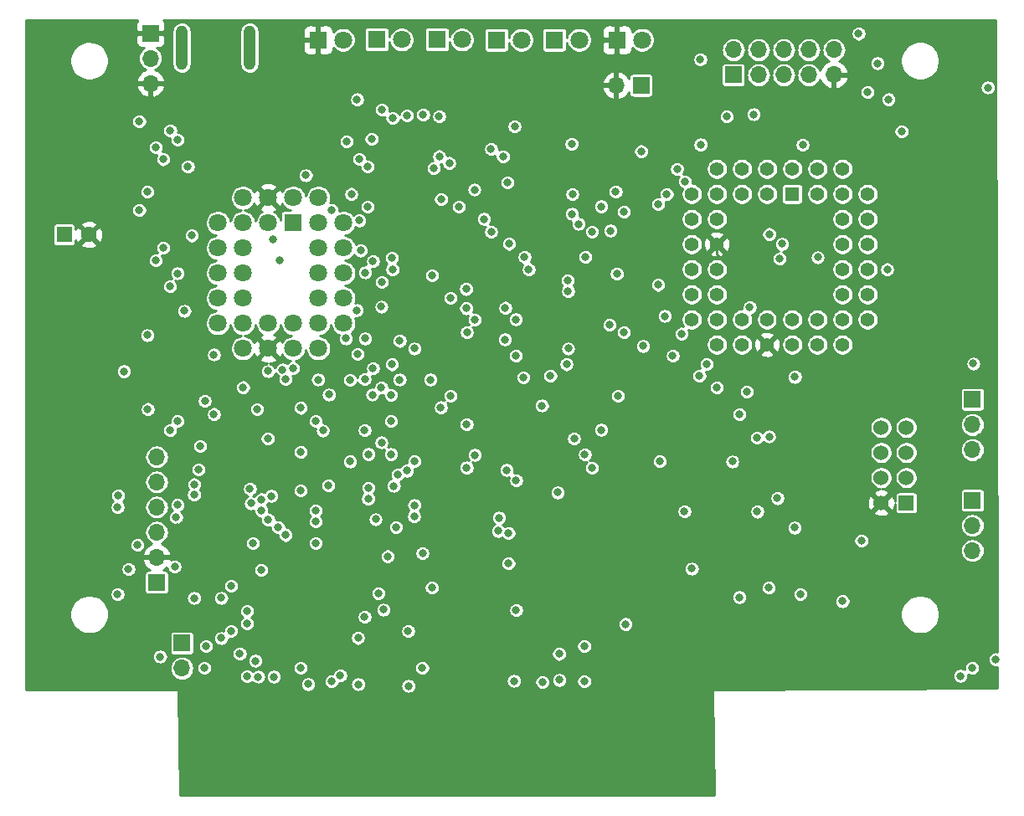
<source format=gbr>
G04 #@! TF.GenerationSoftware,KiCad,Pcbnew,(5.1.2-1)-1*
G04 #@! TF.CreationDate,2020-06-07T15:36:17+02:00*
G04 #@! TF.ProjectId,ElkWifi,456c6b57-6966-4692-9e6b-696361645f70,rev?*
G04 #@! TF.SameCoordinates,Original*
G04 #@! TF.FileFunction,Copper,L3,Inr*
G04 #@! TF.FilePolarity,Positive*
%FSLAX46Y46*%
G04 Gerber Fmt 4.6, Leading zero omitted, Abs format (unit mm)*
G04 Created by KiCad (PCBNEW (5.1.2-1)-1) date 2020-06-07 15:36:17*
%MOMM*%
%LPD*%
G04 APERTURE LIST*
%ADD10C,1.600000*%
%ADD11R,1.600000X1.600000*%
%ADD12C,1.524000*%
%ADD13R,1.524000X1.524000*%
%ADD14C,1.422400*%
%ADD15R,1.422400X1.422400*%
%ADD16O,1.200000X4.500000*%
%ADD17O,1.700000X1.700000*%
%ADD18R,1.700000X1.700000*%
%ADD19C,1.800000*%
%ADD20R,1.800000X1.800000*%
%ADD21C,0.800000*%
%ADD22C,0.250000*%
%ADD23C,0.254000*%
G04 APERTURE END LIST*
D10*
X76947400Y-49580800D03*
D11*
X74447400Y-49580800D03*
D12*
X157078680Y-69100700D03*
X159618680Y-69100700D03*
X157078680Y-71640700D03*
X159618680Y-71640700D03*
X157078680Y-74180700D03*
X159618680Y-74180700D03*
X157078680Y-76720700D03*
D13*
X159618680Y-76720700D03*
D14*
X155702000Y-45466000D03*
X155702000Y-48006000D03*
X155702000Y-50546000D03*
X155702000Y-53086000D03*
X155702000Y-55626000D03*
X153162000Y-42926000D03*
X153162000Y-48006000D03*
X153162000Y-50546000D03*
X153162000Y-53086000D03*
X153162000Y-55626000D03*
X153162000Y-58166000D03*
X153162000Y-60706000D03*
X150622000Y-60706000D03*
X148082000Y-60706000D03*
X145542000Y-60706000D03*
X143002000Y-60706000D03*
X140462000Y-60706000D03*
X155702000Y-58166000D03*
X150622000Y-58166000D03*
X148082000Y-58166000D03*
X145542000Y-58166000D03*
X143002000Y-58166000D03*
X140462000Y-58166000D03*
X137922000Y-58166000D03*
X137922000Y-55626000D03*
X137922000Y-53086000D03*
X137922000Y-50546000D03*
X137922000Y-48006000D03*
X137922000Y-45466000D03*
X140462000Y-55626000D03*
X140462000Y-53086000D03*
X140462000Y-50546000D03*
X140462000Y-48006000D03*
X140462000Y-45466000D03*
X150622000Y-42926000D03*
X148082000Y-42926000D03*
X140462000Y-42926000D03*
X143002000Y-42926000D03*
X145542000Y-42926000D03*
X153162000Y-45466000D03*
X150622000Y-45466000D03*
X143002000Y-45466000D03*
X145542000Y-45466000D03*
D15*
X148082000Y-45466000D03*
D16*
X86347300Y-30683200D03*
X93205300Y-30683200D03*
D17*
X86357460Y-93454220D03*
D18*
X86357460Y-90914220D03*
D17*
X83195160Y-34274760D03*
X83195160Y-31734760D03*
D18*
X83195160Y-29194760D03*
D19*
X102661720Y-29885640D03*
D20*
X100121720Y-29885640D03*
D19*
X102692200Y-48387000D03*
X102692200Y-50927000D03*
X102692200Y-53467000D03*
X102692200Y-56007000D03*
X102692200Y-58547000D03*
X100152200Y-50927000D03*
X100152200Y-53467000D03*
X100152200Y-56007000D03*
X100152200Y-61087000D03*
X97612200Y-61087000D03*
X95072200Y-61087000D03*
X92532200Y-61087000D03*
X100152200Y-58547000D03*
X97612200Y-58547000D03*
X95072200Y-58547000D03*
X92532200Y-58547000D03*
X89992200Y-58547000D03*
X89992200Y-56007000D03*
X89992200Y-53467000D03*
X89992200Y-50927000D03*
X89992200Y-48387000D03*
X92532200Y-56007000D03*
X92532200Y-53467000D03*
X92532200Y-50927000D03*
X92532200Y-48387000D03*
X100152200Y-45847000D03*
X97612200Y-45847000D03*
X92532200Y-45847000D03*
X95072200Y-45847000D03*
X102692200Y-48387000D03*
X100152200Y-48387000D03*
X95072200Y-48387000D03*
D20*
X97612200Y-48387000D03*
D17*
X130263900Y-34483040D03*
D18*
X132803900Y-34483040D03*
D17*
X152290780Y-30883860D03*
X152290780Y-33423860D03*
X149750780Y-30883860D03*
X149750780Y-33423860D03*
X147210780Y-30883860D03*
X147210780Y-33423860D03*
X144670780Y-30883860D03*
X144670780Y-33423860D03*
X142130780Y-30883860D03*
D18*
X142130780Y-33423860D03*
D17*
X83804760Y-72069960D03*
X83804760Y-74609960D03*
X83804760Y-77149960D03*
X83804760Y-79689960D03*
X83804760Y-82229960D03*
D18*
X83804760Y-84769960D03*
D17*
X166293800Y-81549240D03*
X166293800Y-79009240D03*
D18*
X166293800Y-76469240D03*
D17*
X166293800Y-71338440D03*
X166293800Y-68798440D03*
D18*
X166293800Y-66258440D03*
D19*
X132897880Y-29885640D03*
D20*
X130357880Y-29885640D03*
D19*
X126547880Y-29885640D03*
D20*
X124007880Y-29885640D03*
D19*
X120705880Y-29885640D03*
D20*
X118165880Y-29885640D03*
D19*
X114686080Y-29855160D03*
D20*
X112146080Y-29855160D03*
D19*
X108590080Y-29855160D03*
D20*
X106050080Y-29855160D03*
D21*
X139743180Y-95227140D03*
X150080980Y-90418920D03*
X150073400Y-85278000D03*
X154091640Y-68668900D03*
X152437000Y-37397447D03*
X131688840Y-40568880D03*
X107840780Y-59461400D03*
X92121820Y-70279260D03*
X118831360Y-68056760D03*
X132567680Y-67409060D03*
X96243140Y-40187880D03*
X115073260Y-78864460D03*
X158369000Y-56652160D03*
X97586800Y-88942080D03*
X105382060Y-81569560D03*
X85899160Y-79186576D03*
X107045760Y-84358480D03*
X144193260Y-37409120D03*
X130230880Y-45247560D03*
X125768100Y-40393620D03*
X132986780Y-60855860D03*
X122775980Y-66880740D03*
X103002080Y-40175180D03*
X157680660Y-53086000D03*
X167845740Y-34704020D03*
X95039180Y-70228460D03*
X92949860Y-87678260D03*
X99880420Y-80779620D03*
X101170740Y-74945240D03*
X104834370Y-88252639D03*
X105194661Y-76284381D03*
X105537000Y-39890700D03*
X107490261Y-71794540D03*
X106227880Y-85862160D03*
X109111881Y-37532479D03*
X107170220Y-82127260D03*
X110758139Y-37461021D03*
X107998260Y-79169260D03*
X113395691Y-42334249D03*
X166287281Y-93429921D03*
X168668700Y-92539820D03*
X165097460Y-94228920D03*
X80965040Y-83413600D03*
X81871820Y-80987900D03*
X79855060Y-85953600D03*
X79855060Y-77160120D03*
X85628480Y-83192620D03*
X145714720Y-85305900D03*
X145745200Y-70012560D03*
X107792520Y-75006200D03*
X111630460Y-85305900D03*
X148348700Y-63980060D03*
X98366480Y-75483820D03*
X98369120Y-93429920D03*
X110667800Y-93429920D03*
X110694700Y-81832220D03*
X150647400Y-51879500D03*
X156713939Y-32248859D03*
X155067000Y-80556100D03*
X147045680Y-50523140D03*
X155702000Y-35172820D03*
X142725140Y-86263480D03*
X142746561Y-67763221D03*
X154792680Y-29263340D03*
X145752820Y-49532540D03*
X132798820Y-41148000D03*
X159131000Y-39128700D03*
X153169620Y-86669880D03*
X137933260Y-83380580D03*
X109258100Y-95237300D03*
X91343480Y-85115400D03*
X91343480Y-89667080D03*
X109237780Y-89702640D03*
X130339000Y-53555900D03*
X131231640Y-88983820D03*
X148313140Y-79222600D03*
X149128480Y-40490140D03*
X138805920Y-40467280D03*
X138783060Y-31854140D03*
X146580860Y-76255880D03*
X129700020Y-49182020D03*
X82049620Y-47109380D03*
X106580940Y-36954460D03*
X106586020Y-54376320D03*
X115100100Y-55088620D03*
X115100100Y-55088620D03*
X115105180Y-57035700D03*
X129588260Y-58718620D03*
X82049620Y-38138100D03*
X94401640Y-76372720D03*
X93967300Y-67231260D03*
X82910680Y-67228720D03*
X125257560Y-62704980D03*
X107609640Y-62704980D03*
X107647740Y-53101240D03*
X139415540Y-62689740D03*
X105211880Y-75194160D03*
X105222040Y-71794540D03*
X121010680Y-51836320D03*
X85172720Y-54825900D03*
X85176360Y-69354700D03*
X107655360Y-37805360D03*
X107586780Y-51918700D03*
X123623260Y-63856680D03*
X138690540Y-63856680D03*
X85187621Y-39054723D03*
X119453660Y-50512980D03*
X85899160Y-68460620D03*
X85897720Y-53497480D03*
X119999760Y-38646100D03*
X120889861Y-64017059D03*
X85912621Y-39997380D03*
X119390160Y-82852260D03*
X119390160Y-79768849D03*
X99886940Y-68460280D03*
X107490260Y-68460620D03*
X140456920Y-65059560D03*
X107490260Y-65791081D03*
X94363540Y-83520280D03*
X99875340Y-77487780D03*
X94363540Y-77470000D03*
X98897440Y-43578780D03*
X137231120Y-44203620D03*
X136898380Y-59606180D03*
X96837500Y-64211200D03*
X96855280Y-79976980D03*
X104432100Y-51193700D03*
X146814540Y-52021740D03*
X96537780Y-63233300D03*
X104038400Y-57228740D03*
X96105980Y-79197200D03*
X79928720Y-75971400D03*
X166385240Y-62636400D03*
X143471561Y-65465960D03*
X124503180Y-92001340D03*
X95534480Y-50088800D03*
X92213600Y-91978932D03*
X124513340Y-94635320D03*
X93342460Y-76776580D03*
X114358420Y-46763940D03*
X87348060Y-49669700D03*
X86964520Y-42705020D03*
X105128060Y-42705020D03*
X105140760Y-46763940D03*
X87594440Y-74846180D03*
X112565180Y-45991780D03*
X98381820Y-67106800D03*
X112542320Y-67053460D03*
X103492300Y-45468540D03*
X98383260Y-71569580D03*
X116916200Y-48000920D03*
X85899160Y-76934060D03*
X84462620Y-50919380D03*
X84460080Y-41960800D03*
X104300020Y-41945560D03*
X104300020Y-48148240D03*
X93242300Y-75294259D03*
X117627400Y-49296320D03*
X83722719Y-52202080D03*
X117623759Y-40933539D03*
X83722719Y-40740839D03*
X95387499Y-76019259D03*
X85778340Y-78193900D03*
X101216291Y-65765679D03*
X105613200Y-65778380D03*
X105948480Y-78381860D03*
X104076500Y-35897820D03*
X157817820Y-35897820D03*
X112387380Y-41658540D03*
X112377220Y-37617400D03*
X141439900Y-37637720D03*
X100611940Y-69410580D03*
X104843580Y-64223900D03*
X108386880Y-64254380D03*
X111483140Y-64254380D03*
X111664398Y-53691180D03*
X125356620Y-54223920D03*
X125818900Y-47490380D03*
X104834371Y-69387823D03*
X109844840Y-78083580D03*
X104119680Y-61668660D03*
X119026940Y-60192920D03*
X119065040Y-56983621D03*
X135176260Y-57821250D03*
X135392160Y-45481240D03*
X108386880Y-60333142D03*
X108189519Y-73848216D03*
X109855000Y-76949300D03*
X109862620Y-61107320D03*
X134528560Y-54663340D03*
X134528560Y-46520100D03*
X125417580Y-61107320D03*
X103362760Y-64295020D03*
X100119180Y-64249300D03*
X109862620Y-72519540D03*
X125409960Y-55293260D03*
X103377559Y-72530141D03*
X106728260Y-87520780D03*
X120164860Y-87579200D03*
X120162320Y-74444860D03*
X120114060Y-58158380D03*
X120142000Y-61846460D03*
X135996680Y-61849000D03*
X136428480Y-42938700D03*
X115953540Y-58183780D03*
X115968780Y-71876920D03*
X134666739Y-72523601D03*
X142021560Y-72542400D03*
X82854800Y-59758580D03*
X115935760Y-45028619D03*
X82854800Y-45257720D03*
X113525300Y-55986680D03*
X113525300Y-65892680D03*
X130459480Y-65885060D03*
X88679020Y-66400680D03*
X143780799Y-56951880D03*
X115158520Y-73149460D03*
X115176300Y-59461400D03*
X89597400Y-67735280D03*
X131064000Y-59461400D03*
X131064000Y-47281000D03*
X89593420Y-61716920D03*
X115158520Y-68786840D03*
X137177780Y-77566520D03*
X144546320Y-77612240D03*
X106530140Y-56875680D03*
X106545380Y-70606920D03*
X92547440Y-65026540D03*
X106530140Y-65059560D03*
X144505799Y-70121899D03*
X128757680Y-46733460D03*
X128757680Y-69326760D03*
X126011940Y-70205600D03*
X126456440Y-48498760D03*
X127175260Y-51833780D03*
X127100500Y-71809497D03*
X127825500Y-49283620D03*
X127825500Y-73174860D03*
X119283480Y-44303619D03*
X119207280Y-73400920D03*
X125846840Y-45488860D03*
X124353320Y-75666600D03*
X109111880Y-73461880D03*
X111813340Y-42853619D03*
X118828820Y-41676320D03*
X118414800Y-78229460D03*
X88625680Y-93421200D03*
X88026240Y-73337420D03*
X99886940Y-78620620D03*
X121432320Y-53103780D03*
X122809000Y-94830900D03*
X118339700Y-79562960D03*
X119926100Y-94729300D03*
X93781880Y-92704920D03*
X93545660Y-80802480D03*
X101516180Y-47099220D03*
X101475540Y-94787720D03*
X99118420Y-95059500D03*
X97581720Y-63093600D03*
X105681780Y-63093600D03*
X105686860Y-52268120D03*
X84167980Y-92275660D03*
X80487520Y-63411100D03*
X95087779Y-63395860D03*
X96287308Y-52185288D03*
X104904540Y-53411120D03*
X104894380Y-60093860D03*
X102956360Y-60086240D03*
X102384860Y-94154920D03*
X95647888Y-94313788D03*
X95092520Y-78417420D03*
X94084140Y-94310200D03*
X92941140Y-94272100D03*
X92949860Y-88940640D03*
X86624160Y-57299860D03*
X127043180Y-94777560D03*
X88204040Y-70985380D03*
X88806020Y-91211400D03*
X127043180Y-91226640D03*
X104178100Y-95067120D03*
X104167940Y-90392080D03*
X90347800Y-90406650D03*
X90347800Y-86339680D03*
X87584280Y-86344760D03*
X87584280Y-75879960D03*
X148889720Y-85944880D03*
D22*
X140462000Y-50546000D02*
X139186920Y-51821080D01*
X146253199Y-59994801D02*
X145542000Y-60706000D01*
X146578201Y-57668623D02*
X146578201Y-59669799D01*
X146578201Y-59669799D02*
X146253199Y-59994801D01*
X140462000Y-51552422D02*
X146578201Y-57668623D01*
X140462000Y-50546000D02*
X140462000Y-51552422D01*
D23*
G36*
X81814623Y-27990266D02*
G01*
X81755658Y-28100580D01*
X81719348Y-28220278D01*
X81707088Y-28344760D01*
X81710160Y-28909010D01*
X81868910Y-29067760D01*
X83068160Y-29067760D01*
X83068160Y-29047760D01*
X83322160Y-29047760D01*
X83322160Y-29067760D01*
X84521410Y-29067760D01*
X84680160Y-28909010D01*
X84683232Y-28344760D01*
X84670972Y-28220278D01*
X84634662Y-28100580D01*
X84575697Y-27990266D01*
X84513600Y-27914600D01*
X168630894Y-27914600D01*
X168779218Y-91765503D01*
X168745622Y-91758820D01*
X168591778Y-91758820D01*
X168440891Y-91788833D01*
X168298758Y-91847707D01*
X168170841Y-91933178D01*
X168062058Y-92041961D01*
X167976587Y-92169878D01*
X167917713Y-92312011D01*
X167887700Y-92462898D01*
X167887700Y-92616742D01*
X167917713Y-92767629D01*
X167976587Y-92909762D01*
X168062058Y-93037679D01*
X168170841Y-93146462D01*
X168298758Y-93231933D01*
X168440891Y-93290807D01*
X168591778Y-93320820D01*
X168745622Y-93320820D01*
X168782814Y-93313422D01*
X168787786Y-95453895D01*
X140128565Y-95610682D01*
X140103802Y-95613258D01*
X140080018Y-95620615D01*
X140058126Y-95632471D01*
X140038968Y-95648370D01*
X140023279Y-95667701D01*
X140011663Y-95689722D01*
X140004567Y-95713585D01*
X140002274Y-95739550D01*
X140157857Y-106306620D01*
X86147324Y-106306620D01*
X85991686Y-95735810D01*
X85988881Y-95711072D01*
X85981304Y-95687357D01*
X85969246Y-95665576D01*
X85953171Y-95646565D01*
X85933695Y-95631056D01*
X85911568Y-95619645D01*
X85887640Y-95612769D01*
X85864700Y-95610680D01*
X70576416Y-95610680D01*
X70576014Y-93454220D01*
X85120504Y-93454220D01*
X85144272Y-93695538D01*
X85214662Y-93927583D01*
X85328969Y-94141436D01*
X85482800Y-94328880D01*
X85670244Y-94482711D01*
X85884097Y-94597018D01*
X86116142Y-94667408D01*
X86296988Y-94685220D01*
X86417932Y-94685220D01*
X86598778Y-94667408D01*
X86830823Y-94597018D01*
X87044676Y-94482711D01*
X87232120Y-94328880D01*
X87385951Y-94141436D01*
X87500258Y-93927583D01*
X87570648Y-93695538D01*
X87594416Y-93454220D01*
X87583588Y-93344278D01*
X87844680Y-93344278D01*
X87844680Y-93498122D01*
X87874693Y-93649009D01*
X87933567Y-93791142D01*
X88019038Y-93919059D01*
X88127821Y-94027842D01*
X88255738Y-94113313D01*
X88397871Y-94172187D01*
X88548758Y-94202200D01*
X88702602Y-94202200D01*
X88737904Y-94195178D01*
X92160140Y-94195178D01*
X92160140Y-94349022D01*
X92190153Y-94499909D01*
X92249027Y-94642042D01*
X92334498Y-94769959D01*
X92443281Y-94878742D01*
X92571198Y-94964213D01*
X92713331Y-95023087D01*
X92864218Y-95053100D01*
X93018062Y-95053100D01*
X93168949Y-95023087D01*
X93311082Y-94964213D01*
X93438999Y-94878742D01*
X93493590Y-94824151D01*
X93586281Y-94916842D01*
X93714198Y-95002313D01*
X93856331Y-95061187D01*
X94007218Y-95091200D01*
X94161062Y-95091200D01*
X94311949Y-95061187D01*
X94454082Y-95002313D01*
X94581999Y-94916842D01*
X94690782Y-94808059D01*
X94776253Y-94680142D01*
X94835127Y-94538009D01*
X94865140Y-94387122D01*
X94865140Y-94236866D01*
X94866888Y-94236866D01*
X94866888Y-94390710D01*
X94896901Y-94541597D01*
X94955775Y-94683730D01*
X95041246Y-94811647D01*
X95150029Y-94920430D01*
X95277946Y-95005901D01*
X95420079Y-95064775D01*
X95570966Y-95094788D01*
X95724810Y-95094788D01*
X95875697Y-95064775D01*
X96017830Y-95005901D01*
X96052735Y-94982578D01*
X98337420Y-94982578D01*
X98337420Y-95136422D01*
X98367433Y-95287309D01*
X98426307Y-95429442D01*
X98511778Y-95557359D01*
X98620561Y-95666142D01*
X98748478Y-95751613D01*
X98890611Y-95810487D01*
X99041498Y-95840500D01*
X99195342Y-95840500D01*
X99346229Y-95810487D01*
X99488362Y-95751613D01*
X99616279Y-95666142D01*
X99725062Y-95557359D01*
X99810533Y-95429442D01*
X99869407Y-95287309D01*
X99899420Y-95136422D01*
X99899420Y-94982578D01*
X99869407Y-94831691D01*
X99819331Y-94710798D01*
X100694540Y-94710798D01*
X100694540Y-94864642D01*
X100724553Y-95015529D01*
X100783427Y-95157662D01*
X100868898Y-95285579D01*
X100977681Y-95394362D01*
X101105598Y-95479833D01*
X101247731Y-95538707D01*
X101398618Y-95568720D01*
X101552462Y-95568720D01*
X101703349Y-95538707D01*
X101845482Y-95479833D01*
X101973399Y-95394362D01*
X102082182Y-95285579D01*
X102167653Y-95157662D01*
X102226527Y-95015529D01*
X102231565Y-94990198D01*
X103397100Y-94990198D01*
X103397100Y-95144042D01*
X103427113Y-95294929D01*
X103485987Y-95437062D01*
X103571458Y-95564979D01*
X103680241Y-95673762D01*
X103808158Y-95759233D01*
X103950291Y-95818107D01*
X104101178Y-95848120D01*
X104255022Y-95848120D01*
X104405909Y-95818107D01*
X104548042Y-95759233D01*
X104675959Y-95673762D01*
X104784742Y-95564979D01*
X104870213Y-95437062D01*
X104929087Y-95294929D01*
X104955850Y-95160378D01*
X108477100Y-95160378D01*
X108477100Y-95314222D01*
X108507113Y-95465109D01*
X108565987Y-95607242D01*
X108651458Y-95735159D01*
X108760241Y-95843942D01*
X108888158Y-95929413D01*
X109030291Y-95988287D01*
X109181178Y-96018300D01*
X109335022Y-96018300D01*
X109485909Y-95988287D01*
X109628042Y-95929413D01*
X109755959Y-95843942D01*
X109864742Y-95735159D01*
X109950213Y-95607242D01*
X110009087Y-95465109D01*
X110039100Y-95314222D01*
X110039100Y-95160378D01*
X110009087Y-95009491D01*
X109950213Y-94867358D01*
X109864742Y-94739441D01*
X109777679Y-94652378D01*
X119145100Y-94652378D01*
X119145100Y-94806222D01*
X119175113Y-94957109D01*
X119233987Y-95099242D01*
X119319458Y-95227159D01*
X119428241Y-95335942D01*
X119556158Y-95421413D01*
X119698291Y-95480287D01*
X119849178Y-95510300D01*
X120003022Y-95510300D01*
X120153909Y-95480287D01*
X120296042Y-95421413D01*
X120423959Y-95335942D01*
X120532742Y-95227159D01*
X120618213Y-95099242D01*
X120677087Y-94957109D01*
X120707100Y-94806222D01*
X120707100Y-94753978D01*
X122028000Y-94753978D01*
X122028000Y-94907822D01*
X122058013Y-95058709D01*
X122116887Y-95200842D01*
X122202358Y-95328759D01*
X122311141Y-95437542D01*
X122439058Y-95523013D01*
X122581191Y-95581887D01*
X122732078Y-95611900D01*
X122885922Y-95611900D01*
X123036809Y-95581887D01*
X123178942Y-95523013D01*
X123306859Y-95437542D01*
X123415642Y-95328759D01*
X123501113Y-95200842D01*
X123559987Y-95058709D01*
X123590000Y-94907822D01*
X123590000Y-94753978D01*
X123559987Y-94603091D01*
X123541475Y-94558398D01*
X123732340Y-94558398D01*
X123732340Y-94712242D01*
X123762353Y-94863129D01*
X123821227Y-95005262D01*
X123906698Y-95133179D01*
X124015481Y-95241962D01*
X124143398Y-95327433D01*
X124285531Y-95386307D01*
X124436418Y-95416320D01*
X124590262Y-95416320D01*
X124741149Y-95386307D01*
X124883282Y-95327433D01*
X125011199Y-95241962D01*
X125119982Y-95133179D01*
X125205453Y-95005262D01*
X125264327Y-94863129D01*
X125294340Y-94712242D01*
X125294340Y-94700638D01*
X126262180Y-94700638D01*
X126262180Y-94854482D01*
X126292193Y-95005369D01*
X126351067Y-95147502D01*
X126436538Y-95275419D01*
X126545321Y-95384202D01*
X126673238Y-95469673D01*
X126815371Y-95528547D01*
X126966258Y-95558560D01*
X127120102Y-95558560D01*
X127270989Y-95528547D01*
X127413122Y-95469673D01*
X127541039Y-95384202D01*
X127649822Y-95275419D01*
X127735293Y-95147502D01*
X127794167Y-95005369D01*
X127824180Y-94854482D01*
X127824180Y-94700638D01*
X127794167Y-94549751D01*
X127735293Y-94407618D01*
X127649822Y-94279701D01*
X127541039Y-94170918D01*
X127512724Y-94151998D01*
X164316460Y-94151998D01*
X164316460Y-94305842D01*
X164346473Y-94456729D01*
X164405347Y-94598862D01*
X164490818Y-94726779D01*
X164599601Y-94835562D01*
X164727518Y-94921033D01*
X164869651Y-94979907D01*
X165020538Y-95009920D01*
X165174382Y-95009920D01*
X165325269Y-94979907D01*
X165467402Y-94921033D01*
X165595319Y-94835562D01*
X165704102Y-94726779D01*
X165789573Y-94598862D01*
X165848447Y-94456729D01*
X165878460Y-94305842D01*
X165878460Y-94151998D01*
X165865627Y-94087481D01*
X165917339Y-94122034D01*
X166059472Y-94180908D01*
X166210359Y-94210921D01*
X166364203Y-94210921D01*
X166515090Y-94180908D01*
X166657223Y-94122034D01*
X166785140Y-94036563D01*
X166893923Y-93927780D01*
X166979394Y-93799863D01*
X167038268Y-93657730D01*
X167068281Y-93506843D01*
X167068281Y-93352999D01*
X167038268Y-93202112D01*
X166979394Y-93059979D01*
X166893923Y-92932062D01*
X166785140Y-92823279D01*
X166657223Y-92737808D01*
X166515090Y-92678934D01*
X166364203Y-92648921D01*
X166210359Y-92648921D01*
X166059472Y-92678934D01*
X165917339Y-92737808D01*
X165789422Y-92823279D01*
X165680639Y-92932062D01*
X165595168Y-93059979D01*
X165536294Y-93202112D01*
X165506281Y-93352999D01*
X165506281Y-93506843D01*
X165519114Y-93571360D01*
X165467402Y-93536807D01*
X165325269Y-93477933D01*
X165174382Y-93447920D01*
X165020538Y-93447920D01*
X164869651Y-93477933D01*
X164727518Y-93536807D01*
X164599601Y-93622278D01*
X164490818Y-93731061D01*
X164405347Y-93858978D01*
X164346473Y-94001111D01*
X164316460Y-94151998D01*
X127512724Y-94151998D01*
X127413122Y-94085447D01*
X127270989Y-94026573D01*
X127120102Y-93996560D01*
X126966258Y-93996560D01*
X126815371Y-94026573D01*
X126673238Y-94085447D01*
X126545321Y-94170918D01*
X126436538Y-94279701D01*
X126351067Y-94407618D01*
X126292193Y-94549751D01*
X126262180Y-94700638D01*
X125294340Y-94700638D01*
X125294340Y-94558398D01*
X125264327Y-94407511D01*
X125205453Y-94265378D01*
X125119982Y-94137461D01*
X125011199Y-94028678D01*
X124883282Y-93943207D01*
X124741149Y-93884333D01*
X124590262Y-93854320D01*
X124436418Y-93854320D01*
X124285531Y-93884333D01*
X124143398Y-93943207D01*
X124015481Y-94028678D01*
X123906698Y-94137461D01*
X123821227Y-94265378D01*
X123762353Y-94407511D01*
X123732340Y-94558398D01*
X123541475Y-94558398D01*
X123501113Y-94460958D01*
X123415642Y-94333041D01*
X123306859Y-94224258D01*
X123178942Y-94138787D01*
X123036809Y-94079913D01*
X122885922Y-94049900D01*
X122732078Y-94049900D01*
X122581191Y-94079913D01*
X122439058Y-94138787D01*
X122311141Y-94224258D01*
X122202358Y-94333041D01*
X122116887Y-94460958D01*
X122058013Y-94603091D01*
X122028000Y-94753978D01*
X120707100Y-94753978D01*
X120707100Y-94652378D01*
X120677087Y-94501491D01*
X120618213Y-94359358D01*
X120532742Y-94231441D01*
X120423959Y-94122658D01*
X120296042Y-94037187D01*
X120153909Y-93978313D01*
X120003022Y-93948300D01*
X119849178Y-93948300D01*
X119698291Y-93978313D01*
X119556158Y-94037187D01*
X119428241Y-94122658D01*
X119319458Y-94231441D01*
X119233987Y-94359358D01*
X119175113Y-94501491D01*
X119145100Y-94652378D01*
X109777679Y-94652378D01*
X109755959Y-94630658D01*
X109628042Y-94545187D01*
X109485909Y-94486313D01*
X109335022Y-94456300D01*
X109181178Y-94456300D01*
X109030291Y-94486313D01*
X108888158Y-94545187D01*
X108760241Y-94630658D01*
X108651458Y-94739441D01*
X108565987Y-94867358D01*
X108507113Y-95009491D01*
X108477100Y-95160378D01*
X104955850Y-95160378D01*
X104959100Y-95144042D01*
X104959100Y-94990198D01*
X104929087Y-94839311D01*
X104870213Y-94697178D01*
X104784742Y-94569261D01*
X104675959Y-94460478D01*
X104548042Y-94375007D01*
X104405909Y-94316133D01*
X104255022Y-94286120D01*
X104101178Y-94286120D01*
X103950291Y-94316133D01*
X103808158Y-94375007D01*
X103680241Y-94460478D01*
X103571458Y-94569261D01*
X103485987Y-94697178D01*
X103427113Y-94839311D01*
X103397100Y-94990198D01*
X102231565Y-94990198D01*
X102244858Y-94923373D01*
X102307938Y-94935920D01*
X102461782Y-94935920D01*
X102612669Y-94905907D01*
X102754802Y-94847033D01*
X102882719Y-94761562D01*
X102991502Y-94652779D01*
X103076973Y-94524862D01*
X103135847Y-94382729D01*
X103165860Y-94231842D01*
X103165860Y-94077998D01*
X103135847Y-93927111D01*
X103076973Y-93784978D01*
X102991502Y-93657061D01*
X102882719Y-93548278D01*
X102754802Y-93462807D01*
X102612669Y-93403933D01*
X102461782Y-93373920D01*
X102307938Y-93373920D01*
X102157051Y-93403933D01*
X102014918Y-93462807D01*
X101887001Y-93548278D01*
X101778218Y-93657061D01*
X101692747Y-93784978D01*
X101633873Y-93927111D01*
X101615542Y-94019267D01*
X101552462Y-94006720D01*
X101398618Y-94006720D01*
X101247731Y-94036733D01*
X101105598Y-94095607D01*
X100977681Y-94181078D01*
X100868898Y-94289861D01*
X100783427Y-94417778D01*
X100724553Y-94559911D01*
X100694540Y-94710798D01*
X99819331Y-94710798D01*
X99810533Y-94689558D01*
X99725062Y-94561641D01*
X99616279Y-94452858D01*
X99488362Y-94367387D01*
X99346229Y-94308513D01*
X99195342Y-94278500D01*
X99041498Y-94278500D01*
X98890611Y-94308513D01*
X98748478Y-94367387D01*
X98620561Y-94452858D01*
X98511778Y-94561641D01*
X98426307Y-94689558D01*
X98367433Y-94831691D01*
X98337420Y-94982578D01*
X96052735Y-94982578D01*
X96145747Y-94920430D01*
X96254530Y-94811647D01*
X96340001Y-94683730D01*
X96398875Y-94541597D01*
X96428888Y-94390710D01*
X96428888Y-94236866D01*
X96398875Y-94085979D01*
X96340001Y-93943846D01*
X96254530Y-93815929D01*
X96145747Y-93707146D01*
X96017830Y-93621675D01*
X95875697Y-93562801D01*
X95724810Y-93532788D01*
X95570966Y-93532788D01*
X95420079Y-93562801D01*
X95277946Y-93621675D01*
X95150029Y-93707146D01*
X95041246Y-93815929D01*
X94955775Y-93943846D01*
X94896901Y-94085979D01*
X94866888Y-94236866D01*
X94865140Y-94236866D01*
X94865140Y-94233278D01*
X94835127Y-94082391D01*
X94776253Y-93940258D01*
X94690782Y-93812341D01*
X94581999Y-93703558D01*
X94454082Y-93618087D01*
X94311949Y-93559213D01*
X94161062Y-93529200D01*
X94007218Y-93529200D01*
X93856331Y-93559213D01*
X93714198Y-93618087D01*
X93586281Y-93703558D01*
X93531690Y-93758149D01*
X93438999Y-93665458D01*
X93311082Y-93579987D01*
X93168949Y-93521113D01*
X93018062Y-93491100D01*
X92864218Y-93491100D01*
X92713331Y-93521113D01*
X92571198Y-93579987D01*
X92443281Y-93665458D01*
X92334498Y-93774241D01*
X92249027Y-93902158D01*
X92190153Y-94044291D01*
X92160140Y-94195178D01*
X88737904Y-94195178D01*
X88853489Y-94172187D01*
X88995622Y-94113313D01*
X89123539Y-94027842D01*
X89232322Y-93919059D01*
X89317793Y-93791142D01*
X89376667Y-93649009D01*
X89406680Y-93498122D01*
X89406680Y-93344278D01*
X89376667Y-93193391D01*
X89317793Y-93051258D01*
X89232322Y-92923341D01*
X89123539Y-92814558D01*
X88995622Y-92729087D01*
X88853489Y-92670213D01*
X88702602Y-92640200D01*
X88548758Y-92640200D01*
X88397871Y-92670213D01*
X88255738Y-92729087D01*
X88127821Y-92814558D01*
X88019038Y-92923341D01*
X87933567Y-93051258D01*
X87874693Y-93193391D01*
X87844680Y-93344278D01*
X87583588Y-93344278D01*
X87570648Y-93212902D01*
X87500258Y-92980857D01*
X87385951Y-92767004D01*
X87232120Y-92579560D01*
X87044676Y-92425729D01*
X86830823Y-92311422D01*
X86598778Y-92241032D01*
X86417932Y-92223220D01*
X86296988Y-92223220D01*
X86116142Y-92241032D01*
X85884097Y-92311422D01*
X85670244Y-92425729D01*
X85482800Y-92579560D01*
X85328969Y-92767004D01*
X85214662Y-92980857D01*
X85144272Y-93212902D01*
X85120504Y-93454220D01*
X70576014Y-93454220D01*
X70575779Y-92198738D01*
X83386980Y-92198738D01*
X83386980Y-92352582D01*
X83416993Y-92503469D01*
X83475867Y-92645602D01*
X83561338Y-92773519D01*
X83670121Y-92882302D01*
X83798038Y-92967773D01*
X83940171Y-93026647D01*
X84091058Y-93056660D01*
X84244902Y-93056660D01*
X84395789Y-93026647D01*
X84537922Y-92967773D01*
X84665839Y-92882302D01*
X84774622Y-92773519D01*
X84860093Y-92645602D01*
X84918967Y-92503469D01*
X84948980Y-92352582D01*
X84948980Y-92198738D01*
X84918967Y-92047851D01*
X84860093Y-91905718D01*
X84774622Y-91777801D01*
X84665839Y-91669018D01*
X84537922Y-91583547D01*
X84395789Y-91524673D01*
X84244902Y-91494660D01*
X84091058Y-91494660D01*
X83940171Y-91524673D01*
X83798038Y-91583547D01*
X83670121Y-91669018D01*
X83561338Y-91777801D01*
X83475867Y-91905718D01*
X83416993Y-92047851D01*
X83386980Y-92198738D01*
X70575779Y-92198738D01*
X70575380Y-90064220D01*
X85124617Y-90064220D01*
X85124617Y-91764220D01*
X85131973Y-91838909D01*
X85153759Y-91910728D01*
X85189138Y-91976916D01*
X85236749Y-92034931D01*
X85294764Y-92082542D01*
X85360952Y-92117921D01*
X85432771Y-92139707D01*
X85507460Y-92147063D01*
X87207460Y-92147063D01*
X87282149Y-92139707D01*
X87353968Y-92117921D01*
X87420156Y-92082542D01*
X87478171Y-92034931D01*
X87525782Y-91976916D01*
X87561161Y-91910728D01*
X87582947Y-91838909D01*
X87590303Y-91764220D01*
X87590303Y-91134478D01*
X88025020Y-91134478D01*
X88025020Y-91288322D01*
X88055033Y-91439209D01*
X88113907Y-91581342D01*
X88199378Y-91709259D01*
X88308161Y-91818042D01*
X88436078Y-91903513D01*
X88578211Y-91962387D01*
X88729098Y-91992400D01*
X88882942Y-91992400D01*
X89033829Y-91962387D01*
X89175962Y-91903513D01*
X89178211Y-91902010D01*
X91432600Y-91902010D01*
X91432600Y-92055854D01*
X91462613Y-92206741D01*
X91521487Y-92348874D01*
X91606958Y-92476791D01*
X91715741Y-92585574D01*
X91843658Y-92671045D01*
X91985791Y-92729919D01*
X92136678Y-92759932D01*
X92290522Y-92759932D01*
X92441409Y-92729919D01*
X92583542Y-92671045D01*
X92647966Y-92627998D01*
X93000880Y-92627998D01*
X93000880Y-92781842D01*
X93030893Y-92932729D01*
X93089767Y-93074862D01*
X93175238Y-93202779D01*
X93284021Y-93311562D01*
X93411938Y-93397033D01*
X93554071Y-93455907D01*
X93704958Y-93485920D01*
X93858802Y-93485920D01*
X94009689Y-93455907D01*
X94151822Y-93397033D01*
X94217725Y-93352998D01*
X97588120Y-93352998D01*
X97588120Y-93506842D01*
X97618133Y-93657729D01*
X97677007Y-93799862D01*
X97762478Y-93927779D01*
X97871261Y-94036562D01*
X97999178Y-94122033D01*
X98141311Y-94180907D01*
X98292198Y-94210920D01*
X98446042Y-94210920D01*
X98596929Y-94180907D01*
X98739062Y-94122033D01*
X98866979Y-94036562D01*
X98975762Y-93927779D01*
X99061233Y-93799862D01*
X99120107Y-93657729D01*
X99150120Y-93506842D01*
X99150120Y-93352998D01*
X109886800Y-93352998D01*
X109886800Y-93506842D01*
X109916813Y-93657729D01*
X109975687Y-93799862D01*
X110061158Y-93927779D01*
X110169941Y-94036562D01*
X110297858Y-94122033D01*
X110439991Y-94180907D01*
X110590878Y-94210920D01*
X110744722Y-94210920D01*
X110895609Y-94180907D01*
X111037742Y-94122033D01*
X111165659Y-94036562D01*
X111274442Y-93927779D01*
X111359913Y-93799862D01*
X111418787Y-93657729D01*
X111448800Y-93506842D01*
X111448800Y-93352998D01*
X111418787Y-93202111D01*
X111359913Y-93059978D01*
X111274442Y-92932061D01*
X111165659Y-92823278D01*
X111037742Y-92737807D01*
X110895609Y-92678933D01*
X110744722Y-92648920D01*
X110590878Y-92648920D01*
X110439991Y-92678933D01*
X110297858Y-92737807D01*
X110169941Y-92823278D01*
X110061158Y-92932061D01*
X109975687Y-93059978D01*
X109916813Y-93202111D01*
X109886800Y-93352998D01*
X99150120Y-93352998D01*
X99120107Y-93202111D01*
X99061233Y-93059978D01*
X98975762Y-92932061D01*
X98866979Y-92823278D01*
X98739062Y-92737807D01*
X98596929Y-92678933D01*
X98446042Y-92648920D01*
X98292198Y-92648920D01*
X98141311Y-92678933D01*
X97999178Y-92737807D01*
X97871261Y-92823278D01*
X97762478Y-92932061D01*
X97677007Y-93059978D01*
X97618133Y-93202111D01*
X97588120Y-93352998D01*
X94217725Y-93352998D01*
X94279739Y-93311562D01*
X94388522Y-93202779D01*
X94473993Y-93074862D01*
X94532867Y-92932729D01*
X94562880Y-92781842D01*
X94562880Y-92627998D01*
X94532867Y-92477111D01*
X94473993Y-92334978D01*
X94388522Y-92207061D01*
X94279739Y-92098278D01*
X94151822Y-92012807D01*
X94009689Y-91953933D01*
X93861306Y-91924418D01*
X123722180Y-91924418D01*
X123722180Y-92078262D01*
X123752193Y-92229149D01*
X123811067Y-92371282D01*
X123896538Y-92499199D01*
X124005321Y-92607982D01*
X124133238Y-92693453D01*
X124275371Y-92752327D01*
X124426258Y-92782340D01*
X124580102Y-92782340D01*
X124730989Y-92752327D01*
X124873122Y-92693453D01*
X125001039Y-92607982D01*
X125109822Y-92499199D01*
X125195293Y-92371282D01*
X125254167Y-92229149D01*
X125284180Y-92078262D01*
X125284180Y-91924418D01*
X125254167Y-91773531D01*
X125195293Y-91631398D01*
X125109822Y-91503481D01*
X125001039Y-91394698D01*
X124873122Y-91309227D01*
X124730989Y-91250353D01*
X124580102Y-91220340D01*
X124426258Y-91220340D01*
X124275371Y-91250353D01*
X124133238Y-91309227D01*
X124005321Y-91394698D01*
X123896538Y-91503481D01*
X123811067Y-91631398D01*
X123752193Y-91773531D01*
X123722180Y-91924418D01*
X93861306Y-91924418D01*
X93858802Y-91923920D01*
X93704958Y-91923920D01*
X93554071Y-91953933D01*
X93411938Y-92012807D01*
X93284021Y-92098278D01*
X93175238Y-92207061D01*
X93089767Y-92334978D01*
X93030893Y-92477111D01*
X93000880Y-92627998D01*
X92647966Y-92627998D01*
X92711459Y-92585574D01*
X92820242Y-92476791D01*
X92905713Y-92348874D01*
X92964587Y-92206741D01*
X92994600Y-92055854D01*
X92994600Y-91902010D01*
X92964587Y-91751123D01*
X92905713Y-91608990D01*
X92820242Y-91481073D01*
X92711459Y-91372290D01*
X92583542Y-91286819D01*
X92441409Y-91227945D01*
X92290522Y-91197932D01*
X92136678Y-91197932D01*
X91985791Y-91227945D01*
X91843658Y-91286819D01*
X91715741Y-91372290D01*
X91606958Y-91481073D01*
X91521487Y-91608990D01*
X91462613Y-91751123D01*
X91432600Y-91902010D01*
X89178211Y-91902010D01*
X89303879Y-91818042D01*
X89412662Y-91709259D01*
X89498133Y-91581342D01*
X89557007Y-91439209D01*
X89587020Y-91288322D01*
X89587020Y-91134478D01*
X89557007Y-90983591D01*
X89498133Y-90841458D01*
X89412662Y-90713541D01*
X89303879Y-90604758D01*
X89175962Y-90519287D01*
X89033829Y-90460413D01*
X88882942Y-90430400D01*
X88729098Y-90430400D01*
X88578211Y-90460413D01*
X88436078Y-90519287D01*
X88308161Y-90604758D01*
X88199378Y-90713541D01*
X88113907Y-90841458D01*
X88055033Y-90983591D01*
X88025020Y-91134478D01*
X87590303Y-91134478D01*
X87590303Y-90329728D01*
X89566800Y-90329728D01*
X89566800Y-90483572D01*
X89596813Y-90634459D01*
X89655687Y-90776592D01*
X89741158Y-90904509D01*
X89849941Y-91013292D01*
X89977858Y-91098763D01*
X90119991Y-91157637D01*
X90270878Y-91187650D01*
X90424722Y-91187650D01*
X90575609Y-91157637D01*
X90717742Y-91098763D01*
X90845659Y-91013292D01*
X90954442Y-90904509D01*
X91039913Y-90776592D01*
X91098787Y-90634459D01*
X91128800Y-90483572D01*
X91128800Y-90420678D01*
X91266558Y-90448080D01*
X91420402Y-90448080D01*
X91571289Y-90418067D01*
X91713422Y-90359193D01*
X91779325Y-90315158D01*
X103386940Y-90315158D01*
X103386940Y-90469002D01*
X103416953Y-90619889D01*
X103475827Y-90762022D01*
X103561298Y-90889939D01*
X103670081Y-90998722D01*
X103797998Y-91084193D01*
X103940131Y-91143067D01*
X104091018Y-91173080D01*
X104244862Y-91173080D01*
X104362311Y-91149718D01*
X126262180Y-91149718D01*
X126262180Y-91303562D01*
X126292193Y-91454449D01*
X126351067Y-91596582D01*
X126436538Y-91724499D01*
X126545321Y-91833282D01*
X126673238Y-91918753D01*
X126815371Y-91977627D01*
X126966258Y-92007640D01*
X127120102Y-92007640D01*
X127270989Y-91977627D01*
X127413122Y-91918753D01*
X127541039Y-91833282D01*
X127649822Y-91724499D01*
X127735293Y-91596582D01*
X127794167Y-91454449D01*
X127824180Y-91303562D01*
X127824180Y-91149718D01*
X127794167Y-90998831D01*
X127735293Y-90856698D01*
X127649822Y-90728781D01*
X127541039Y-90619998D01*
X127413122Y-90534527D01*
X127270989Y-90475653D01*
X127120102Y-90445640D01*
X126966258Y-90445640D01*
X126815371Y-90475653D01*
X126673238Y-90534527D01*
X126545321Y-90619998D01*
X126436538Y-90728781D01*
X126351067Y-90856698D01*
X126292193Y-90998831D01*
X126262180Y-91149718D01*
X104362311Y-91149718D01*
X104395749Y-91143067D01*
X104537882Y-91084193D01*
X104665799Y-90998722D01*
X104774582Y-90889939D01*
X104860053Y-90762022D01*
X104918927Y-90619889D01*
X104948940Y-90469002D01*
X104948940Y-90315158D01*
X104918927Y-90164271D01*
X104860053Y-90022138D01*
X104774582Y-89894221D01*
X104665799Y-89785438D01*
X104537882Y-89699967D01*
X104395749Y-89641093D01*
X104318453Y-89625718D01*
X108456780Y-89625718D01*
X108456780Y-89779562D01*
X108486793Y-89930449D01*
X108545667Y-90072582D01*
X108631138Y-90200499D01*
X108739921Y-90309282D01*
X108867838Y-90394753D01*
X109009971Y-90453627D01*
X109160858Y-90483640D01*
X109314702Y-90483640D01*
X109465589Y-90453627D01*
X109607722Y-90394753D01*
X109735639Y-90309282D01*
X109844422Y-90200499D01*
X109929893Y-90072582D01*
X109988767Y-89930449D01*
X110018780Y-89779562D01*
X110018780Y-89625718D01*
X109988767Y-89474831D01*
X109929893Y-89332698D01*
X109844422Y-89204781D01*
X109735639Y-89095998D01*
X109607722Y-89010527D01*
X109465589Y-88951653D01*
X109314702Y-88921640D01*
X109160858Y-88921640D01*
X109009971Y-88951653D01*
X108867838Y-89010527D01*
X108739921Y-89095998D01*
X108631138Y-89204781D01*
X108545667Y-89332698D01*
X108486793Y-89474831D01*
X108456780Y-89625718D01*
X104318453Y-89625718D01*
X104244862Y-89611080D01*
X104091018Y-89611080D01*
X103940131Y-89641093D01*
X103797998Y-89699967D01*
X103670081Y-89785438D01*
X103561298Y-89894221D01*
X103475827Y-90022138D01*
X103416953Y-90164271D01*
X103386940Y-90315158D01*
X91779325Y-90315158D01*
X91841339Y-90273722D01*
X91950122Y-90164939D01*
X92035593Y-90037022D01*
X92094467Y-89894889D01*
X92124480Y-89744002D01*
X92124480Y-89590158D01*
X92094467Y-89439271D01*
X92035593Y-89297138D01*
X91950122Y-89169221D01*
X91841339Y-89060438D01*
X91713422Y-88974967D01*
X91571289Y-88916093D01*
X91420402Y-88886080D01*
X91266558Y-88886080D01*
X91115671Y-88916093D01*
X90973538Y-88974967D01*
X90845621Y-89060438D01*
X90736838Y-89169221D01*
X90651367Y-89297138D01*
X90592493Y-89439271D01*
X90562480Y-89590158D01*
X90562480Y-89653052D01*
X90424722Y-89625650D01*
X90270878Y-89625650D01*
X90119991Y-89655663D01*
X89977858Y-89714537D01*
X89849941Y-89800008D01*
X89741158Y-89908791D01*
X89655687Y-90036708D01*
X89596813Y-90178841D01*
X89566800Y-90329728D01*
X87590303Y-90329728D01*
X87590303Y-90064220D01*
X87582947Y-89989531D01*
X87561161Y-89917712D01*
X87525782Y-89851524D01*
X87478171Y-89793509D01*
X87420156Y-89745898D01*
X87353968Y-89710519D01*
X87282149Y-89688733D01*
X87207460Y-89681377D01*
X85507460Y-89681377D01*
X85432771Y-89688733D01*
X85360952Y-89710519D01*
X85294764Y-89745898D01*
X85236749Y-89793509D01*
X85189138Y-89851524D01*
X85153759Y-89917712D01*
X85131973Y-89989531D01*
X85124617Y-90064220D01*
X70575380Y-90064220D01*
X70574957Y-87804889D01*
X75019000Y-87804889D01*
X75019000Y-88195111D01*
X75095129Y-88577836D01*
X75244461Y-88938355D01*
X75461257Y-89262814D01*
X75737186Y-89538743D01*
X76061645Y-89755539D01*
X76422164Y-89904871D01*
X76804889Y-89981000D01*
X77195111Y-89981000D01*
X77577836Y-89904871D01*
X77938355Y-89755539D01*
X78262814Y-89538743D01*
X78538743Y-89262814D01*
X78755539Y-88938355D01*
X78904871Y-88577836D01*
X78981000Y-88195111D01*
X78981000Y-87804889D01*
X78940512Y-87601338D01*
X92168860Y-87601338D01*
X92168860Y-87755182D01*
X92198873Y-87906069D01*
X92257747Y-88048202D01*
X92343218Y-88176119D01*
X92452001Y-88284902D01*
X92488740Y-88309450D01*
X92452001Y-88333998D01*
X92343218Y-88442781D01*
X92257747Y-88570698D01*
X92198873Y-88712831D01*
X92168860Y-88863718D01*
X92168860Y-89017562D01*
X92198873Y-89168449D01*
X92257747Y-89310582D01*
X92343218Y-89438499D01*
X92452001Y-89547282D01*
X92579918Y-89632753D01*
X92722051Y-89691627D01*
X92872938Y-89721640D01*
X93026782Y-89721640D01*
X93177669Y-89691627D01*
X93319802Y-89632753D01*
X93447719Y-89547282D01*
X93556502Y-89438499D01*
X93641973Y-89310582D01*
X93700847Y-89168449D01*
X93730860Y-89017562D01*
X93730860Y-88863718D01*
X93700847Y-88712831D01*
X93641973Y-88570698D01*
X93556502Y-88442781D01*
X93447719Y-88333998D01*
X93410980Y-88309450D01*
X93447719Y-88284902D01*
X93556502Y-88176119D01*
X93556770Y-88175717D01*
X104053370Y-88175717D01*
X104053370Y-88329561D01*
X104083383Y-88480448D01*
X104142257Y-88622581D01*
X104227728Y-88750498D01*
X104336511Y-88859281D01*
X104464428Y-88944752D01*
X104606561Y-89003626D01*
X104757448Y-89033639D01*
X104911292Y-89033639D01*
X105062179Y-89003626D01*
X105204312Y-88944752D01*
X105260964Y-88906898D01*
X130450640Y-88906898D01*
X130450640Y-89060742D01*
X130480653Y-89211629D01*
X130539527Y-89353762D01*
X130624998Y-89481679D01*
X130733781Y-89590462D01*
X130861698Y-89675933D01*
X131003831Y-89734807D01*
X131154718Y-89764820D01*
X131308562Y-89764820D01*
X131459449Y-89734807D01*
X131601582Y-89675933D01*
X131729499Y-89590462D01*
X131838282Y-89481679D01*
X131923753Y-89353762D01*
X131982627Y-89211629D01*
X132012640Y-89060742D01*
X132012640Y-88906898D01*
X131982627Y-88756011D01*
X131923753Y-88613878D01*
X131838282Y-88485961D01*
X131729499Y-88377178D01*
X131601582Y-88291707D01*
X131459449Y-88232833D01*
X131308562Y-88202820D01*
X131154718Y-88202820D01*
X131003831Y-88232833D01*
X130861698Y-88291707D01*
X130733781Y-88377178D01*
X130624998Y-88485961D01*
X130539527Y-88613878D01*
X130480653Y-88756011D01*
X130450640Y-88906898D01*
X105260964Y-88906898D01*
X105332229Y-88859281D01*
X105441012Y-88750498D01*
X105526483Y-88622581D01*
X105585357Y-88480448D01*
X105615370Y-88329561D01*
X105615370Y-88175717D01*
X105585357Y-88024830D01*
X105526483Y-87882697D01*
X105441012Y-87754780D01*
X105332229Y-87645997D01*
X105204312Y-87560526D01*
X105062179Y-87501652D01*
X104911292Y-87471639D01*
X104757448Y-87471639D01*
X104606561Y-87501652D01*
X104464428Y-87560526D01*
X104336511Y-87645997D01*
X104227728Y-87754780D01*
X104142257Y-87882697D01*
X104083383Y-88024830D01*
X104053370Y-88175717D01*
X93556770Y-88175717D01*
X93641973Y-88048202D01*
X93700847Y-87906069D01*
X93730860Y-87755182D01*
X93730860Y-87601338D01*
X93700847Y-87450451D01*
X93698117Y-87443858D01*
X105947260Y-87443858D01*
X105947260Y-87597702D01*
X105977273Y-87748589D01*
X106036147Y-87890722D01*
X106121618Y-88018639D01*
X106230401Y-88127422D01*
X106358318Y-88212893D01*
X106500451Y-88271767D01*
X106651338Y-88301780D01*
X106805182Y-88301780D01*
X106956069Y-88271767D01*
X107098202Y-88212893D01*
X107226119Y-88127422D01*
X107334902Y-88018639D01*
X107420373Y-87890722D01*
X107479247Y-87748589D01*
X107509260Y-87597702D01*
X107509260Y-87502278D01*
X119383860Y-87502278D01*
X119383860Y-87656122D01*
X119413873Y-87807009D01*
X119472747Y-87949142D01*
X119558218Y-88077059D01*
X119667001Y-88185842D01*
X119794918Y-88271313D01*
X119937051Y-88330187D01*
X120087938Y-88360200D01*
X120241782Y-88360200D01*
X120392669Y-88330187D01*
X120534802Y-88271313D01*
X120662719Y-88185842D01*
X120771502Y-88077059D01*
X120856973Y-87949142D01*
X120915847Y-87807009D01*
X120916268Y-87804889D01*
X159019000Y-87804889D01*
X159019000Y-88195111D01*
X159095129Y-88577836D01*
X159244461Y-88938355D01*
X159461257Y-89262814D01*
X159737186Y-89538743D01*
X160061645Y-89755539D01*
X160422164Y-89904871D01*
X160804889Y-89981000D01*
X161195111Y-89981000D01*
X161577836Y-89904871D01*
X161938355Y-89755539D01*
X162262814Y-89538743D01*
X162538743Y-89262814D01*
X162755539Y-88938355D01*
X162904871Y-88577836D01*
X162981000Y-88195111D01*
X162981000Y-87804889D01*
X162904871Y-87422164D01*
X162755539Y-87061645D01*
X162538743Y-86737186D01*
X162262814Y-86461257D01*
X161938355Y-86244461D01*
X161577836Y-86095129D01*
X161195111Y-86019000D01*
X160804889Y-86019000D01*
X160422164Y-86095129D01*
X160061645Y-86244461D01*
X159737186Y-86461257D01*
X159461257Y-86737186D01*
X159244461Y-87061645D01*
X159095129Y-87422164D01*
X159019000Y-87804889D01*
X120916268Y-87804889D01*
X120945860Y-87656122D01*
X120945860Y-87502278D01*
X120915847Y-87351391D01*
X120856973Y-87209258D01*
X120771502Y-87081341D01*
X120662719Y-86972558D01*
X120534802Y-86887087D01*
X120392669Y-86828213D01*
X120241782Y-86798200D01*
X120087938Y-86798200D01*
X119937051Y-86828213D01*
X119794918Y-86887087D01*
X119667001Y-86972558D01*
X119558218Y-87081341D01*
X119472747Y-87209258D01*
X119413873Y-87351391D01*
X119383860Y-87502278D01*
X107509260Y-87502278D01*
X107509260Y-87443858D01*
X107479247Y-87292971D01*
X107420373Y-87150838D01*
X107334902Y-87022921D01*
X107226119Y-86914138D01*
X107098202Y-86828667D01*
X106956069Y-86769793D01*
X106805182Y-86739780D01*
X106651338Y-86739780D01*
X106500451Y-86769793D01*
X106358318Y-86828667D01*
X106230401Y-86914138D01*
X106121618Y-87022921D01*
X106036147Y-87150838D01*
X105977273Y-87292971D01*
X105947260Y-87443858D01*
X93698117Y-87443858D01*
X93641973Y-87308318D01*
X93556502Y-87180401D01*
X93447719Y-87071618D01*
X93319802Y-86986147D01*
X93177669Y-86927273D01*
X93026782Y-86897260D01*
X92872938Y-86897260D01*
X92722051Y-86927273D01*
X92579918Y-86986147D01*
X92452001Y-87071618D01*
X92343218Y-87180401D01*
X92257747Y-87308318D01*
X92198873Y-87450451D01*
X92168860Y-87601338D01*
X78940512Y-87601338D01*
X78904871Y-87422164D01*
X78755539Y-87061645D01*
X78538743Y-86737186D01*
X78262814Y-86461257D01*
X77938355Y-86244461D01*
X77577836Y-86095129D01*
X77195111Y-86019000D01*
X76804889Y-86019000D01*
X76422164Y-86095129D01*
X76061645Y-86244461D01*
X75737186Y-86461257D01*
X75461257Y-86737186D01*
X75244461Y-87061645D01*
X75095129Y-87422164D01*
X75019000Y-87804889D01*
X70574957Y-87804889D01*
X70574597Y-85876678D01*
X79074060Y-85876678D01*
X79074060Y-86030522D01*
X79104073Y-86181409D01*
X79162947Y-86323542D01*
X79248418Y-86451459D01*
X79357201Y-86560242D01*
X79485118Y-86645713D01*
X79627251Y-86704587D01*
X79778138Y-86734600D01*
X79931982Y-86734600D01*
X80082869Y-86704587D01*
X80225002Y-86645713D01*
X80352919Y-86560242D01*
X80461702Y-86451459D01*
X80547173Y-86323542D01*
X80570246Y-86267838D01*
X86803280Y-86267838D01*
X86803280Y-86421682D01*
X86833293Y-86572569D01*
X86892167Y-86714702D01*
X86977638Y-86842619D01*
X87086421Y-86951402D01*
X87214338Y-87036873D01*
X87356471Y-87095747D01*
X87507358Y-87125760D01*
X87661202Y-87125760D01*
X87812089Y-87095747D01*
X87954222Y-87036873D01*
X88082139Y-86951402D01*
X88190922Y-86842619D01*
X88276393Y-86714702D01*
X88335267Y-86572569D01*
X88365280Y-86421682D01*
X88365280Y-86267838D01*
X88364270Y-86262758D01*
X89566800Y-86262758D01*
X89566800Y-86416602D01*
X89596813Y-86567489D01*
X89655687Y-86709622D01*
X89741158Y-86837539D01*
X89849941Y-86946322D01*
X89977858Y-87031793D01*
X90119991Y-87090667D01*
X90270878Y-87120680D01*
X90424722Y-87120680D01*
X90575609Y-87090667D01*
X90717742Y-87031793D01*
X90845659Y-86946322D01*
X90954442Y-86837539D01*
X91039913Y-86709622D01*
X91098787Y-86567489D01*
X91128800Y-86416602D01*
X91128800Y-86262758D01*
X91098787Y-86111871D01*
X91039913Y-85969738D01*
X90954442Y-85841821D01*
X90845659Y-85733038D01*
X90717742Y-85647567D01*
X90575609Y-85588693D01*
X90424722Y-85558680D01*
X90270878Y-85558680D01*
X90119991Y-85588693D01*
X89977858Y-85647567D01*
X89849941Y-85733038D01*
X89741158Y-85841821D01*
X89655687Y-85969738D01*
X89596813Y-86111871D01*
X89566800Y-86262758D01*
X88364270Y-86262758D01*
X88335267Y-86116951D01*
X88276393Y-85974818D01*
X88190922Y-85846901D01*
X88082139Y-85738118D01*
X87954222Y-85652647D01*
X87812089Y-85593773D01*
X87661202Y-85563760D01*
X87507358Y-85563760D01*
X87356471Y-85593773D01*
X87214338Y-85652647D01*
X87086421Y-85738118D01*
X86977638Y-85846901D01*
X86892167Y-85974818D01*
X86833293Y-86116951D01*
X86803280Y-86267838D01*
X80570246Y-86267838D01*
X80606047Y-86181409D01*
X80636060Y-86030522D01*
X80636060Y-85876678D01*
X80606047Y-85725791D01*
X80547173Y-85583658D01*
X80461702Y-85455741D01*
X80352919Y-85346958D01*
X80225002Y-85261487D01*
X80082869Y-85202613D01*
X79931982Y-85172600D01*
X79778138Y-85172600D01*
X79627251Y-85202613D01*
X79485118Y-85261487D01*
X79357201Y-85346958D01*
X79248418Y-85455741D01*
X79162947Y-85583658D01*
X79104073Y-85725791D01*
X79074060Y-85876678D01*
X70574597Y-85876678D01*
X70574123Y-83336678D01*
X80184040Y-83336678D01*
X80184040Y-83490522D01*
X80214053Y-83641409D01*
X80272927Y-83783542D01*
X80358398Y-83911459D01*
X80467181Y-84020242D01*
X80595098Y-84105713D01*
X80737231Y-84164587D01*
X80888118Y-84194600D01*
X81041962Y-84194600D01*
X81192849Y-84164587D01*
X81334982Y-84105713D01*
X81462899Y-84020242D01*
X81571682Y-83911459D01*
X81657153Y-83783542D01*
X81716027Y-83641409D01*
X81746040Y-83490522D01*
X81746040Y-83336678D01*
X81716027Y-83185791D01*
X81657153Y-83043658D01*
X81571682Y-82915741D01*
X81462899Y-82806958D01*
X81334982Y-82721487D01*
X81192849Y-82662613D01*
X81041962Y-82632600D01*
X80888118Y-82632600D01*
X80737231Y-82662613D01*
X80595098Y-82721487D01*
X80467181Y-82806958D01*
X80358398Y-82915741D01*
X80272927Y-83043658D01*
X80214053Y-83185791D01*
X80184040Y-83336678D01*
X70574123Y-83336678D01*
X70573983Y-82586850D01*
X82363284Y-82586850D01*
X82407935Y-82734059D01*
X82533119Y-82996880D01*
X82707172Y-83230229D01*
X82923405Y-83425138D01*
X83111393Y-83537117D01*
X82954760Y-83537117D01*
X82880071Y-83544473D01*
X82808252Y-83566259D01*
X82742064Y-83601638D01*
X82684049Y-83649249D01*
X82636438Y-83707264D01*
X82601059Y-83773452D01*
X82579273Y-83845271D01*
X82571917Y-83919960D01*
X82571917Y-85619960D01*
X82579273Y-85694649D01*
X82601059Y-85766468D01*
X82636438Y-85832656D01*
X82684049Y-85890671D01*
X82742064Y-85938282D01*
X82808252Y-85973661D01*
X82880071Y-85995447D01*
X82954760Y-86002803D01*
X84654760Y-86002803D01*
X84729449Y-85995447D01*
X84801268Y-85973661D01*
X84867456Y-85938282D01*
X84925471Y-85890671D01*
X84973082Y-85832656D01*
X85008461Y-85766468D01*
X85030247Y-85694649D01*
X85037603Y-85619960D01*
X85037603Y-85038478D01*
X90562480Y-85038478D01*
X90562480Y-85192322D01*
X90592493Y-85343209D01*
X90651367Y-85485342D01*
X90736838Y-85613259D01*
X90845621Y-85722042D01*
X90973538Y-85807513D01*
X91115671Y-85866387D01*
X91266558Y-85896400D01*
X91420402Y-85896400D01*
X91571289Y-85866387D01*
X91713422Y-85807513D01*
X91746759Y-85785238D01*
X105446880Y-85785238D01*
X105446880Y-85939082D01*
X105476893Y-86089969D01*
X105535767Y-86232102D01*
X105621238Y-86360019D01*
X105730021Y-86468802D01*
X105857938Y-86554273D01*
X106000071Y-86613147D01*
X106150958Y-86643160D01*
X106304802Y-86643160D01*
X106455689Y-86613147D01*
X106597822Y-86554273D01*
X106725739Y-86468802D01*
X106834522Y-86360019D01*
X106919993Y-86232102D01*
X106938858Y-86186558D01*
X141944140Y-86186558D01*
X141944140Y-86340402D01*
X141974153Y-86491289D01*
X142033027Y-86633422D01*
X142118498Y-86761339D01*
X142227281Y-86870122D01*
X142355198Y-86955593D01*
X142497331Y-87014467D01*
X142648218Y-87044480D01*
X142802062Y-87044480D01*
X142952949Y-87014467D01*
X143095082Y-86955593D01*
X143222999Y-86870122D01*
X143331782Y-86761339D01*
X143417253Y-86633422D01*
X143476127Y-86491289D01*
X143506140Y-86340402D01*
X143506140Y-86186558D01*
X143476127Y-86035671D01*
X143417253Y-85893538D01*
X143331782Y-85765621D01*
X143222999Y-85656838D01*
X143095082Y-85571367D01*
X142952949Y-85512493D01*
X142802062Y-85482480D01*
X142648218Y-85482480D01*
X142497331Y-85512493D01*
X142355198Y-85571367D01*
X142227281Y-85656838D01*
X142118498Y-85765621D01*
X142033027Y-85893538D01*
X141974153Y-86035671D01*
X141944140Y-86186558D01*
X106938858Y-86186558D01*
X106978867Y-86089969D01*
X107008880Y-85939082D01*
X107008880Y-85785238D01*
X106978867Y-85634351D01*
X106919993Y-85492218D01*
X106834522Y-85364301D01*
X106725739Y-85255518D01*
X106686019Y-85228978D01*
X110849460Y-85228978D01*
X110849460Y-85382822D01*
X110879473Y-85533709D01*
X110938347Y-85675842D01*
X111023818Y-85803759D01*
X111132601Y-85912542D01*
X111260518Y-85998013D01*
X111402651Y-86056887D01*
X111553538Y-86086900D01*
X111707382Y-86086900D01*
X111858269Y-86056887D01*
X112000402Y-85998013D01*
X112128319Y-85912542D01*
X112237102Y-85803759D01*
X112322573Y-85675842D01*
X112381447Y-85533709D01*
X112411460Y-85382822D01*
X112411460Y-85228978D01*
X144933720Y-85228978D01*
X144933720Y-85382822D01*
X144963733Y-85533709D01*
X145022607Y-85675842D01*
X145108078Y-85803759D01*
X145216861Y-85912542D01*
X145344778Y-85998013D01*
X145486911Y-86056887D01*
X145637798Y-86086900D01*
X145791642Y-86086900D01*
X145942529Y-86056887D01*
X146084662Y-85998013D01*
X146212579Y-85912542D01*
X146257163Y-85867958D01*
X148108720Y-85867958D01*
X148108720Y-86021802D01*
X148138733Y-86172689D01*
X148197607Y-86314822D01*
X148283078Y-86442739D01*
X148391861Y-86551522D01*
X148519778Y-86636993D01*
X148661911Y-86695867D01*
X148812798Y-86725880D01*
X148966642Y-86725880D01*
X149117529Y-86695867D01*
X149259662Y-86636993D01*
X149325565Y-86592958D01*
X152388620Y-86592958D01*
X152388620Y-86746802D01*
X152418633Y-86897689D01*
X152477507Y-87039822D01*
X152562978Y-87167739D01*
X152671761Y-87276522D01*
X152799678Y-87361993D01*
X152941811Y-87420867D01*
X153092698Y-87450880D01*
X153246542Y-87450880D01*
X153397429Y-87420867D01*
X153539562Y-87361993D01*
X153667479Y-87276522D01*
X153776262Y-87167739D01*
X153861733Y-87039822D01*
X153920607Y-86897689D01*
X153950620Y-86746802D01*
X153950620Y-86592958D01*
X153920607Y-86442071D01*
X153861733Y-86299938D01*
X153776262Y-86172021D01*
X153667479Y-86063238D01*
X153539562Y-85977767D01*
X153397429Y-85918893D01*
X153246542Y-85888880D01*
X153092698Y-85888880D01*
X152941811Y-85918893D01*
X152799678Y-85977767D01*
X152671761Y-86063238D01*
X152562978Y-86172021D01*
X152477507Y-86299938D01*
X152418633Y-86442071D01*
X152388620Y-86592958D01*
X149325565Y-86592958D01*
X149387579Y-86551522D01*
X149496362Y-86442739D01*
X149581833Y-86314822D01*
X149640707Y-86172689D01*
X149670720Y-86021802D01*
X149670720Y-85867958D01*
X149640707Y-85717071D01*
X149581833Y-85574938D01*
X149496362Y-85447021D01*
X149387579Y-85338238D01*
X149259662Y-85252767D01*
X149117529Y-85193893D01*
X148966642Y-85163880D01*
X148812798Y-85163880D01*
X148661911Y-85193893D01*
X148519778Y-85252767D01*
X148391861Y-85338238D01*
X148283078Y-85447021D01*
X148197607Y-85574938D01*
X148138733Y-85717071D01*
X148108720Y-85867958D01*
X146257163Y-85867958D01*
X146321362Y-85803759D01*
X146406833Y-85675842D01*
X146465707Y-85533709D01*
X146495720Y-85382822D01*
X146495720Y-85228978D01*
X146465707Y-85078091D01*
X146406833Y-84935958D01*
X146321362Y-84808041D01*
X146212579Y-84699258D01*
X146084662Y-84613787D01*
X145942529Y-84554913D01*
X145791642Y-84524900D01*
X145637798Y-84524900D01*
X145486911Y-84554913D01*
X145344778Y-84613787D01*
X145216861Y-84699258D01*
X145108078Y-84808041D01*
X145022607Y-84935958D01*
X144963733Y-85078091D01*
X144933720Y-85228978D01*
X112411460Y-85228978D01*
X112381447Y-85078091D01*
X112322573Y-84935958D01*
X112237102Y-84808041D01*
X112128319Y-84699258D01*
X112000402Y-84613787D01*
X111858269Y-84554913D01*
X111707382Y-84524900D01*
X111553538Y-84524900D01*
X111402651Y-84554913D01*
X111260518Y-84613787D01*
X111132601Y-84699258D01*
X111023818Y-84808041D01*
X110938347Y-84935958D01*
X110879473Y-85078091D01*
X110849460Y-85228978D01*
X106686019Y-85228978D01*
X106597822Y-85170047D01*
X106455689Y-85111173D01*
X106304802Y-85081160D01*
X106150958Y-85081160D01*
X106000071Y-85111173D01*
X105857938Y-85170047D01*
X105730021Y-85255518D01*
X105621238Y-85364301D01*
X105535767Y-85492218D01*
X105476893Y-85634351D01*
X105446880Y-85785238D01*
X91746759Y-85785238D01*
X91841339Y-85722042D01*
X91950122Y-85613259D01*
X92035593Y-85485342D01*
X92094467Y-85343209D01*
X92124480Y-85192322D01*
X92124480Y-85038478D01*
X92094467Y-84887591D01*
X92035593Y-84745458D01*
X91950122Y-84617541D01*
X91841339Y-84508758D01*
X91713422Y-84423287D01*
X91571289Y-84364413D01*
X91420402Y-84334400D01*
X91266558Y-84334400D01*
X91115671Y-84364413D01*
X90973538Y-84423287D01*
X90845621Y-84508758D01*
X90736838Y-84617541D01*
X90651367Y-84745458D01*
X90592493Y-84887591D01*
X90562480Y-85038478D01*
X85037603Y-85038478D01*
X85037603Y-83919960D01*
X85030247Y-83845271D01*
X85008461Y-83773452D01*
X84973082Y-83707264D01*
X84925471Y-83649249D01*
X84867456Y-83601638D01*
X84801268Y-83566259D01*
X84729449Y-83544473D01*
X84654760Y-83537117D01*
X84498127Y-83537117D01*
X84686115Y-83425138D01*
X84849191Y-83278144D01*
X84877493Y-83420429D01*
X84936367Y-83562562D01*
X85021838Y-83690479D01*
X85130621Y-83799262D01*
X85258538Y-83884733D01*
X85400671Y-83943607D01*
X85551558Y-83973620D01*
X85705402Y-83973620D01*
X85856289Y-83943607D01*
X85998422Y-83884733D01*
X86126339Y-83799262D01*
X86235122Y-83690479D01*
X86320593Y-83562562D01*
X86369969Y-83443358D01*
X93582540Y-83443358D01*
X93582540Y-83597202D01*
X93612553Y-83748089D01*
X93671427Y-83890222D01*
X93756898Y-84018139D01*
X93865681Y-84126922D01*
X93993598Y-84212393D01*
X94135731Y-84271267D01*
X94286618Y-84301280D01*
X94440462Y-84301280D01*
X94591349Y-84271267D01*
X94733482Y-84212393D01*
X94861399Y-84126922D01*
X94970182Y-84018139D01*
X95055653Y-83890222D01*
X95114527Y-83748089D01*
X95144540Y-83597202D01*
X95144540Y-83443358D01*
X95114527Y-83292471D01*
X95055653Y-83150338D01*
X94970182Y-83022421D01*
X94861399Y-82913638D01*
X94733482Y-82828167D01*
X94591349Y-82769293D01*
X94440462Y-82739280D01*
X94286618Y-82739280D01*
X94135731Y-82769293D01*
X93993598Y-82828167D01*
X93865681Y-82913638D01*
X93756898Y-83022421D01*
X93671427Y-83150338D01*
X93612553Y-83292471D01*
X93582540Y-83443358D01*
X86369969Y-83443358D01*
X86379467Y-83420429D01*
X86409480Y-83269542D01*
X86409480Y-83115698D01*
X86379467Y-82964811D01*
X86320593Y-82822678D01*
X86235122Y-82694761D01*
X86126339Y-82585978D01*
X85998422Y-82500507D01*
X85856289Y-82441633D01*
X85705402Y-82411620D01*
X85551558Y-82411620D01*
X85400671Y-82441633D01*
X85258538Y-82500507D01*
X85215756Y-82529093D01*
X85124915Y-82356960D01*
X83931760Y-82356960D01*
X83931760Y-82376960D01*
X83677760Y-82376960D01*
X83677760Y-82356960D01*
X82484605Y-82356960D01*
X82363284Y-82586850D01*
X70573983Y-82586850D01*
X70573850Y-81873070D01*
X82363284Y-81873070D01*
X82484605Y-82102960D01*
X83677760Y-82102960D01*
X83677760Y-82082960D01*
X83931760Y-82082960D01*
X83931760Y-82102960D01*
X85124915Y-82102960D01*
X85152685Y-82050338D01*
X106389220Y-82050338D01*
X106389220Y-82204182D01*
X106419233Y-82355069D01*
X106478107Y-82497202D01*
X106563578Y-82625119D01*
X106672361Y-82733902D01*
X106800278Y-82819373D01*
X106942411Y-82878247D01*
X107093298Y-82908260D01*
X107247142Y-82908260D01*
X107398029Y-82878247D01*
X107540162Y-82819373D01*
X107606065Y-82775338D01*
X118609160Y-82775338D01*
X118609160Y-82929182D01*
X118639173Y-83080069D01*
X118698047Y-83222202D01*
X118783518Y-83350119D01*
X118892301Y-83458902D01*
X119020218Y-83544373D01*
X119162351Y-83603247D01*
X119313238Y-83633260D01*
X119467082Y-83633260D01*
X119617969Y-83603247D01*
X119760102Y-83544373D01*
X119888019Y-83458902D01*
X119996802Y-83350119D01*
X120027846Y-83303658D01*
X137152260Y-83303658D01*
X137152260Y-83457502D01*
X137182273Y-83608389D01*
X137241147Y-83750522D01*
X137326618Y-83878439D01*
X137435401Y-83987222D01*
X137563318Y-84072693D01*
X137705451Y-84131567D01*
X137856338Y-84161580D01*
X138010182Y-84161580D01*
X138161069Y-84131567D01*
X138303202Y-84072693D01*
X138431119Y-83987222D01*
X138539902Y-83878439D01*
X138625373Y-83750522D01*
X138684247Y-83608389D01*
X138714260Y-83457502D01*
X138714260Y-83303658D01*
X138684247Y-83152771D01*
X138625373Y-83010638D01*
X138539902Y-82882721D01*
X138431119Y-82773938D01*
X138303202Y-82688467D01*
X138161069Y-82629593D01*
X138010182Y-82599580D01*
X137856338Y-82599580D01*
X137705451Y-82629593D01*
X137563318Y-82688467D01*
X137435401Y-82773938D01*
X137326618Y-82882721D01*
X137241147Y-83010638D01*
X137182273Y-83152771D01*
X137152260Y-83303658D01*
X120027846Y-83303658D01*
X120082273Y-83222202D01*
X120141147Y-83080069D01*
X120171160Y-82929182D01*
X120171160Y-82775338D01*
X120141147Y-82624451D01*
X120082273Y-82482318D01*
X119996802Y-82354401D01*
X119888019Y-82245618D01*
X119760102Y-82160147D01*
X119617969Y-82101273D01*
X119467082Y-82071260D01*
X119313238Y-82071260D01*
X119162351Y-82101273D01*
X119020218Y-82160147D01*
X118892301Y-82245618D01*
X118783518Y-82354401D01*
X118698047Y-82482318D01*
X118639173Y-82624451D01*
X118609160Y-82775338D01*
X107606065Y-82775338D01*
X107668079Y-82733902D01*
X107776862Y-82625119D01*
X107862333Y-82497202D01*
X107921207Y-82355069D01*
X107951220Y-82204182D01*
X107951220Y-82050338D01*
X107921207Y-81899451D01*
X107862333Y-81757318D01*
X107860984Y-81755298D01*
X109913700Y-81755298D01*
X109913700Y-81909142D01*
X109943713Y-82060029D01*
X110002587Y-82202162D01*
X110088058Y-82330079D01*
X110196841Y-82438862D01*
X110324758Y-82524333D01*
X110466891Y-82583207D01*
X110617778Y-82613220D01*
X110771622Y-82613220D01*
X110922509Y-82583207D01*
X111064642Y-82524333D01*
X111192559Y-82438862D01*
X111301342Y-82330079D01*
X111386813Y-82202162D01*
X111445687Y-82060029D01*
X111475700Y-81909142D01*
X111475700Y-81755298D01*
X111445687Y-81604411D01*
X111422835Y-81549240D01*
X165056844Y-81549240D01*
X165080612Y-81790558D01*
X165151002Y-82022603D01*
X165265309Y-82236456D01*
X165419140Y-82423900D01*
X165606584Y-82577731D01*
X165820437Y-82692038D01*
X166052482Y-82762428D01*
X166233328Y-82780240D01*
X166354272Y-82780240D01*
X166535118Y-82762428D01*
X166767163Y-82692038D01*
X166981016Y-82577731D01*
X167168460Y-82423900D01*
X167322291Y-82236456D01*
X167436598Y-82022603D01*
X167506988Y-81790558D01*
X167530756Y-81549240D01*
X167506988Y-81307922D01*
X167436598Y-81075877D01*
X167322291Y-80862024D01*
X167168460Y-80674580D01*
X166981016Y-80520749D01*
X166767163Y-80406442D01*
X166535118Y-80336052D01*
X166354272Y-80318240D01*
X166233328Y-80318240D01*
X166052482Y-80336052D01*
X165820437Y-80406442D01*
X165606584Y-80520749D01*
X165419140Y-80674580D01*
X165265309Y-80862024D01*
X165151002Y-81075877D01*
X165080612Y-81307922D01*
X165056844Y-81549240D01*
X111422835Y-81549240D01*
X111386813Y-81462278D01*
X111301342Y-81334361D01*
X111192559Y-81225578D01*
X111064642Y-81140107D01*
X110922509Y-81081233D01*
X110771622Y-81051220D01*
X110617778Y-81051220D01*
X110466891Y-81081233D01*
X110324758Y-81140107D01*
X110196841Y-81225578D01*
X110088058Y-81334361D01*
X110002587Y-81462278D01*
X109943713Y-81604411D01*
X109913700Y-81755298D01*
X107860984Y-81755298D01*
X107776862Y-81629401D01*
X107668079Y-81520618D01*
X107540162Y-81435147D01*
X107398029Y-81376273D01*
X107247142Y-81346260D01*
X107093298Y-81346260D01*
X106942411Y-81376273D01*
X106800278Y-81435147D01*
X106672361Y-81520618D01*
X106563578Y-81629401D01*
X106478107Y-81757318D01*
X106419233Y-81899451D01*
X106389220Y-82050338D01*
X85152685Y-82050338D01*
X85246236Y-81873070D01*
X85201585Y-81725861D01*
X85076401Y-81463040D01*
X84902348Y-81229691D01*
X84686115Y-81034782D01*
X84436012Y-80885803D01*
X84281455Y-80830977D01*
X84478679Y-80725558D01*
X92764660Y-80725558D01*
X92764660Y-80879402D01*
X92794673Y-81030289D01*
X92853547Y-81172422D01*
X92939018Y-81300339D01*
X93047801Y-81409122D01*
X93175718Y-81494593D01*
X93317851Y-81553467D01*
X93468738Y-81583480D01*
X93622582Y-81583480D01*
X93773469Y-81553467D01*
X93915602Y-81494593D01*
X94043519Y-81409122D01*
X94152302Y-81300339D01*
X94237773Y-81172422D01*
X94296647Y-81030289D01*
X94326660Y-80879402D01*
X94326660Y-80725558D01*
X94296647Y-80574671D01*
X94237773Y-80432538D01*
X94152302Y-80304621D01*
X94043519Y-80195838D01*
X93915602Y-80110367D01*
X93773469Y-80051493D01*
X93622582Y-80021480D01*
X93468738Y-80021480D01*
X93317851Y-80051493D01*
X93175718Y-80110367D01*
X93047801Y-80195838D01*
X92939018Y-80304621D01*
X92853547Y-80432538D01*
X92794673Y-80574671D01*
X92764660Y-80725558D01*
X84478679Y-80725558D01*
X84491976Y-80718451D01*
X84679420Y-80564620D01*
X84833251Y-80377176D01*
X84947558Y-80163323D01*
X85017948Y-79931278D01*
X85041716Y-79689960D01*
X85017948Y-79448642D01*
X84947558Y-79216597D01*
X84833251Y-79002744D01*
X84679420Y-78815300D01*
X84491976Y-78661469D01*
X84278123Y-78547162D01*
X84046078Y-78476772D01*
X83865232Y-78458960D01*
X83744288Y-78458960D01*
X83563442Y-78476772D01*
X83331397Y-78547162D01*
X83117544Y-78661469D01*
X82930100Y-78815300D01*
X82776269Y-79002744D01*
X82661962Y-79216597D01*
X82591572Y-79448642D01*
X82567804Y-79689960D01*
X82591572Y-79931278D01*
X82661962Y-80163323D01*
X82776269Y-80377176D01*
X82930100Y-80564620D01*
X83117544Y-80718451D01*
X83328065Y-80830977D01*
X83173508Y-80885803D01*
X82923405Y-81034782D01*
X82707172Y-81229691D01*
X82533119Y-81463040D01*
X82407935Y-81725861D01*
X82363284Y-81873070D01*
X70573850Y-81873070D01*
X70573670Y-80910978D01*
X81090820Y-80910978D01*
X81090820Y-81064822D01*
X81120833Y-81215709D01*
X81179707Y-81357842D01*
X81265178Y-81485759D01*
X81373961Y-81594542D01*
X81501878Y-81680013D01*
X81644011Y-81738887D01*
X81794898Y-81768900D01*
X81948742Y-81768900D01*
X82099629Y-81738887D01*
X82241762Y-81680013D01*
X82369679Y-81594542D01*
X82478462Y-81485759D01*
X82563933Y-81357842D01*
X82622807Y-81215709D01*
X82652820Y-81064822D01*
X82652820Y-80910978D01*
X82622807Y-80760091D01*
X82563933Y-80617958D01*
X82478462Y-80490041D01*
X82369679Y-80381258D01*
X82241762Y-80295787D01*
X82099629Y-80236913D01*
X81948742Y-80206900D01*
X81794898Y-80206900D01*
X81644011Y-80236913D01*
X81501878Y-80295787D01*
X81373961Y-80381258D01*
X81265178Y-80490041D01*
X81179707Y-80617958D01*
X81120833Y-80760091D01*
X81090820Y-80910978D01*
X70573670Y-80910978D01*
X70572954Y-77083198D01*
X79074060Y-77083198D01*
X79074060Y-77237042D01*
X79104073Y-77387929D01*
X79162947Y-77530062D01*
X79248418Y-77657979D01*
X79357201Y-77766762D01*
X79485118Y-77852233D01*
X79627251Y-77911107D01*
X79778138Y-77941120D01*
X79931982Y-77941120D01*
X80082869Y-77911107D01*
X80225002Y-77852233D01*
X80352919Y-77766762D01*
X80461702Y-77657979D01*
X80547173Y-77530062D01*
X80606047Y-77387929D01*
X80636060Y-77237042D01*
X80636060Y-77149960D01*
X82567804Y-77149960D01*
X82591572Y-77391278D01*
X82661962Y-77623323D01*
X82776269Y-77837176D01*
X82930100Y-78024620D01*
X83117544Y-78178451D01*
X83331397Y-78292758D01*
X83563442Y-78363148D01*
X83744288Y-78380960D01*
X83865232Y-78380960D01*
X84046078Y-78363148D01*
X84278123Y-78292758D01*
X84491976Y-78178451D01*
X84566881Y-78116978D01*
X84997340Y-78116978D01*
X84997340Y-78270822D01*
X85027353Y-78421709D01*
X85086227Y-78563842D01*
X85171698Y-78691759D01*
X85280481Y-78800542D01*
X85408398Y-78886013D01*
X85550531Y-78944887D01*
X85701418Y-78974900D01*
X85855262Y-78974900D01*
X86006149Y-78944887D01*
X86148282Y-78886013D01*
X86276199Y-78800542D01*
X86384982Y-78691759D01*
X86470453Y-78563842D01*
X86529327Y-78421709D01*
X86559340Y-78270822D01*
X86559340Y-78116978D01*
X86529327Y-77966091D01*
X86470453Y-77823958D01*
X86384982Y-77696041D01*
X86296684Y-77607743D01*
X86397019Y-77540702D01*
X86505802Y-77431919D01*
X86591273Y-77304002D01*
X86650147Y-77161869D01*
X86680160Y-77010982D01*
X86680160Y-76857138D01*
X86650147Y-76706251D01*
X86591273Y-76564118D01*
X86505802Y-76436201D01*
X86397019Y-76327418D01*
X86269102Y-76241947D01*
X86126969Y-76183073D01*
X85976082Y-76153060D01*
X85822238Y-76153060D01*
X85671351Y-76183073D01*
X85529218Y-76241947D01*
X85401301Y-76327418D01*
X85292518Y-76436201D01*
X85207047Y-76564118D01*
X85148173Y-76706251D01*
X85118160Y-76857138D01*
X85118160Y-77010982D01*
X85148173Y-77161869D01*
X85207047Y-77304002D01*
X85292518Y-77431919D01*
X85380816Y-77520217D01*
X85280481Y-77587258D01*
X85171698Y-77696041D01*
X85086227Y-77823958D01*
X85027353Y-77966091D01*
X84997340Y-78116978D01*
X84566881Y-78116978D01*
X84679420Y-78024620D01*
X84833251Y-77837176D01*
X84947558Y-77623323D01*
X85017948Y-77391278D01*
X85041716Y-77149960D01*
X85017948Y-76908642D01*
X84947558Y-76676597D01*
X84833251Y-76462744D01*
X84679420Y-76275300D01*
X84491976Y-76121469D01*
X84278123Y-76007162D01*
X84046078Y-75936772D01*
X83865232Y-75918960D01*
X83744288Y-75918960D01*
X83563442Y-75936772D01*
X83331397Y-76007162D01*
X83117544Y-76121469D01*
X82930100Y-76275300D01*
X82776269Y-76462744D01*
X82661962Y-76676597D01*
X82591572Y-76908642D01*
X82567804Y-77149960D01*
X80636060Y-77149960D01*
X80636060Y-77083198D01*
X80606047Y-76932311D01*
X80547173Y-76790178D01*
X80461702Y-76662261D01*
X80397148Y-76597707D01*
X80426579Y-76578042D01*
X80535362Y-76469259D01*
X80620833Y-76341342D01*
X80679707Y-76199209D01*
X80709720Y-76048322D01*
X80709720Y-75894478D01*
X80679707Y-75743591D01*
X80620833Y-75601458D01*
X80535362Y-75473541D01*
X80426579Y-75364758D01*
X80298662Y-75279287D01*
X80156529Y-75220413D01*
X80005642Y-75190400D01*
X79851798Y-75190400D01*
X79700911Y-75220413D01*
X79558778Y-75279287D01*
X79430861Y-75364758D01*
X79322078Y-75473541D01*
X79236607Y-75601458D01*
X79177733Y-75743591D01*
X79147720Y-75894478D01*
X79147720Y-76048322D01*
X79177733Y-76199209D01*
X79236607Y-76341342D01*
X79322078Y-76469259D01*
X79386632Y-76533813D01*
X79357201Y-76553478D01*
X79248418Y-76662261D01*
X79162947Y-76790178D01*
X79104073Y-76932311D01*
X79074060Y-77083198D01*
X70572954Y-77083198D01*
X70572492Y-74609960D01*
X82567804Y-74609960D01*
X82591572Y-74851278D01*
X82661962Y-75083323D01*
X82776269Y-75297176D01*
X82930100Y-75484620D01*
X83117544Y-75638451D01*
X83331397Y-75752758D01*
X83563442Y-75823148D01*
X83744288Y-75840960D01*
X83865232Y-75840960D01*
X84046078Y-75823148D01*
X84112371Y-75803038D01*
X86803280Y-75803038D01*
X86803280Y-75956882D01*
X86833293Y-76107769D01*
X86892167Y-76249902D01*
X86977638Y-76377819D01*
X87086421Y-76486602D01*
X87214338Y-76572073D01*
X87356471Y-76630947D01*
X87507358Y-76660960D01*
X87661202Y-76660960D01*
X87812089Y-76630947D01*
X87954222Y-76572073D01*
X88082139Y-76486602D01*
X88190922Y-76377819D01*
X88276393Y-76249902D01*
X88335267Y-76107769D01*
X88365280Y-75956882D01*
X88365280Y-75803038D01*
X88335267Y-75652151D01*
X88276393Y-75510018D01*
X88190922Y-75382101D01*
X88176971Y-75368150D01*
X88201082Y-75344039D01*
X88285741Y-75217337D01*
X92461300Y-75217337D01*
X92461300Y-75371181D01*
X92491313Y-75522068D01*
X92550187Y-75664201D01*
X92635658Y-75792118D01*
X92744441Y-75900901D01*
X92872358Y-75986372D01*
X93014491Y-76045246D01*
X93050104Y-76052330D01*
X92972518Y-76084467D01*
X92844601Y-76169938D01*
X92735818Y-76278721D01*
X92650347Y-76406638D01*
X92591473Y-76548771D01*
X92561460Y-76699658D01*
X92561460Y-76853502D01*
X92591473Y-77004389D01*
X92650347Y-77146522D01*
X92735818Y-77274439D01*
X92844601Y-77383222D01*
X92972518Y-77468693D01*
X93114651Y-77527567D01*
X93265538Y-77557580D01*
X93419382Y-77557580D01*
X93570269Y-77527567D01*
X93582540Y-77522484D01*
X93582540Y-77546922D01*
X93612553Y-77697809D01*
X93671427Y-77839942D01*
X93756898Y-77967859D01*
X93865681Y-78076642D01*
X93993598Y-78162113D01*
X94135731Y-78220987D01*
X94286618Y-78251000D01*
X94329322Y-78251000D01*
X94311520Y-78340498D01*
X94311520Y-78494342D01*
X94341533Y-78645229D01*
X94400407Y-78787362D01*
X94485878Y-78915279D01*
X94594661Y-79024062D01*
X94722578Y-79109533D01*
X94864711Y-79168407D01*
X95015598Y-79198420D01*
X95169442Y-79198420D01*
X95320329Y-79168407D01*
X95324980Y-79166480D01*
X95324980Y-79274122D01*
X95354993Y-79425009D01*
X95413867Y-79567142D01*
X95499338Y-79695059D01*
X95608121Y-79803842D01*
X95736038Y-79889313D01*
X95878171Y-79948187D01*
X96029058Y-79978200D01*
X96074280Y-79978200D01*
X96074280Y-80053902D01*
X96104293Y-80204789D01*
X96163167Y-80346922D01*
X96248638Y-80474839D01*
X96357421Y-80583622D01*
X96485338Y-80669093D01*
X96627471Y-80727967D01*
X96778358Y-80757980D01*
X96932202Y-80757980D01*
X97083089Y-80727967D01*
X97144093Y-80702698D01*
X99099420Y-80702698D01*
X99099420Y-80856542D01*
X99129433Y-81007429D01*
X99188307Y-81149562D01*
X99273778Y-81277479D01*
X99382561Y-81386262D01*
X99510478Y-81471733D01*
X99652611Y-81530607D01*
X99803498Y-81560620D01*
X99957342Y-81560620D01*
X100108229Y-81530607D01*
X100250362Y-81471733D01*
X100378279Y-81386262D01*
X100487062Y-81277479D01*
X100572533Y-81149562D01*
X100631407Y-81007429D01*
X100661420Y-80856542D01*
X100661420Y-80702698D01*
X100631407Y-80551811D01*
X100572533Y-80409678D01*
X100487062Y-80281761D01*
X100378279Y-80172978D01*
X100250362Y-80087507D01*
X100108229Y-80028633D01*
X99957342Y-79998620D01*
X99803498Y-79998620D01*
X99652611Y-80028633D01*
X99510478Y-80087507D01*
X99382561Y-80172978D01*
X99273778Y-80281761D01*
X99188307Y-80409678D01*
X99129433Y-80551811D01*
X99099420Y-80702698D01*
X97144093Y-80702698D01*
X97225222Y-80669093D01*
X97353139Y-80583622D01*
X97461922Y-80474839D01*
X97547393Y-80346922D01*
X97606267Y-80204789D01*
X97636280Y-80053902D01*
X97636280Y-79900058D01*
X97606267Y-79749171D01*
X97547393Y-79607038D01*
X97461922Y-79479121D01*
X97353139Y-79370338D01*
X97225222Y-79284867D01*
X97083089Y-79225993D01*
X96932202Y-79195980D01*
X96886980Y-79195980D01*
X96886980Y-79120278D01*
X96856967Y-78969391D01*
X96798093Y-78827258D01*
X96712622Y-78699341D01*
X96603839Y-78590558D01*
X96475922Y-78505087D01*
X96333789Y-78446213D01*
X96182902Y-78416200D01*
X96029058Y-78416200D01*
X95878171Y-78446213D01*
X95873520Y-78448140D01*
X95873520Y-78340498D01*
X95843507Y-78189611D01*
X95784633Y-78047478D01*
X95699162Y-77919561D01*
X95590379Y-77810778D01*
X95462462Y-77725307D01*
X95320329Y-77666433D01*
X95169442Y-77636420D01*
X95126738Y-77636420D01*
X95144540Y-77546922D01*
X95144540Y-77410858D01*
X99094340Y-77410858D01*
X99094340Y-77564702D01*
X99124353Y-77715589D01*
X99183227Y-77857722D01*
X99268698Y-77985639D01*
X99343059Y-78060000D01*
X99280298Y-78122761D01*
X99194827Y-78250678D01*
X99135953Y-78392811D01*
X99105940Y-78543698D01*
X99105940Y-78697542D01*
X99135953Y-78848429D01*
X99194827Y-78990562D01*
X99280298Y-79118479D01*
X99389081Y-79227262D01*
X99516998Y-79312733D01*
X99659131Y-79371607D01*
X99810018Y-79401620D01*
X99963862Y-79401620D01*
X100114749Y-79371607D01*
X100256882Y-79312733D01*
X100384799Y-79227262D01*
X100493582Y-79118479D01*
X100579053Y-78990562D01*
X100637927Y-78848429D01*
X100667940Y-78697542D01*
X100667940Y-78543698D01*
X100637927Y-78392811D01*
X100601529Y-78304938D01*
X105167480Y-78304938D01*
X105167480Y-78458782D01*
X105197493Y-78609669D01*
X105256367Y-78751802D01*
X105341838Y-78879719D01*
X105450621Y-78988502D01*
X105578538Y-79073973D01*
X105720671Y-79132847D01*
X105871558Y-79162860D01*
X106025402Y-79162860D01*
X106176289Y-79132847D01*
X106274085Y-79092338D01*
X107217260Y-79092338D01*
X107217260Y-79246182D01*
X107247273Y-79397069D01*
X107306147Y-79539202D01*
X107391618Y-79667119D01*
X107500401Y-79775902D01*
X107628318Y-79861373D01*
X107770451Y-79920247D01*
X107921338Y-79950260D01*
X108075182Y-79950260D01*
X108226069Y-79920247D01*
X108368202Y-79861373D01*
X108496119Y-79775902D01*
X108604902Y-79667119D01*
X108690373Y-79539202D01*
X108712394Y-79486038D01*
X117558700Y-79486038D01*
X117558700Y-79639882D01*
X117588713Y-79790769D01*
X117647587Y-79932902D01*
X117733058Y-80060819D01*
X117841841Y-80169602D01*
X117969758Y-80255073D01*
X118111891Y-80313947D01*
X118262778Y-80343960D01*
X118416622Y-80343960D01*
X118567509Y-80313947D01*
X118709642Y-80255073D01*
X118755341Y-80224538D01*
X118783518Y-80266708D01*
X118892301Y-80375491D01*
X119020218Y-80460962D01*
X119162351Y-80519836D01*
X119313238Y-80549849D01*
X119467082Y-80549849D01*
X119617969Y-80519836D01*
X119716125Y-80479178D01*
X154286000Y-80479178D01*
X154286000Y-80633022D01*
X154316013Y-80783909D01*
X154374887Y-80926042D01*
X154460358Y-81053959D01*
X154569141Y-81162742D01*
X154697058Y-81248213D01*
X154839191Y-81307087D01*
X154990078Y-81337100D01*
X155143922Y-81337100D01*
X155294809Y-81307087D01*
X155436942Y-81248213D01*
X155564859Y-81162742D01*
X155673642Y-81053959D01*
X155759113Y-80926042D01*
X155817987Y-80783909D01*
X155848000Y-80633022D01*
X155848000Y-80479178D01*
X155817987Y-80328291D01*
X155759113Y-80186158D01*
X155673642Y-80058241D01*
X155564859Y-79949458D01*
X155436942Y-79863987D01*
X155294809Y-79805113D01*
X155143922Y-79775100D01*
X154990078Y-79775100D01*
X154839191Y-79805113D01*
X154697058Y-79863987D01*
X154569141Y-79949458D01*
X154460358Y-80058241D01*
X154374887Y-80186158D01*
X154316013Y-80328291D01*
X154286000Y-80479178D01*
X119716125Y-80479178D01*
X119760102Y-80460962D01*
X119888019Y-80375491D01*
X119996802Y-80266708D01*
X120082273Y-80138791D01*
X120141147Y-79996658D01*
X120171160Y-79845771D01*
X120171160Y-79691927D01*
X120141147Y-79541040D01*
X120082273Y-79398907D01*
X119996802Y-79270990D01*
X119888019Y-79162207D01*
X119863282Y-79145678D01*
X147532140Y-79145678D01*
X147532140Y-79299522D01*
X147562153Y-79450409D01*
X147621027Y-79592542D01*
X147706498Y-79720459D01*
X147815281Y-79829242D01*
X147943198Y-79914713D01*
X148085331Y-79973587D01*
X148236218Y-80003600D01*
X148390062Y-80003600D01*
X148540949Y-79973587D01*
X148683082Y-79914713D01*
X148810999Y-79829242D01*
X148919782Y-79720459D01*
X149005253Y-79592542D01*
X149064127Y-79450409D01*
X149094140Y-79299522D01*
X149094140Y-79145678D01*
X149067002Y-79009240D01*
X165056844Y-79009240D01*
X165080612Y-79250558D01*
X165151002Y-79482603D01*
X165265309Y-79696456D01*
X165419140Y-79883900D01*
X165606584Y-80037731D01*
X165820437Y-80152038D01*
X166052482Y-80222428D01*
X166233328Y-80240240D01*
X166354272Y-80240240D01*
X166535118Y-80222428D01*
X166767163Y-80152038D01*
X166981016Y-80037731D01*
X167168460Y-79883900D01*
X167322291Y-79696456D01*
X167436598Y-79482603D01*
X167506988Y-79250558D01*
X167530756Y-79009240D01*
X167506988Y-78767922D01*
X167436598Y-78535877D01*
X167322291Y-78322024D01*
X167168460Y-78134580D01*
X166981016Y-77980749D01*
X166767163Y-77866442D01*
X166535118Y-77796052D01*
X166354272Y-77778240D01*
X166233328Y-77778240D01*
X166052482Y-77796052D01*
X165820437Y-77866442D01*
X165606584Y-77980749D01*
X165419140Y-78134580D01*
X165265309Y-78322024D01*
X165151002Y-78535877D01*
X165080612Y-78767922D01*
X165056844Y-79009240D01*
X149067002Y-79009240D01*
X149064127Y-78994791D01*
X149005253Y-78852658D01*
X148919782Y-78724741D01*
X148810999Y-78615958D01*
X148683082Y-78530487D01*
X148540949Y-78471613D01*
X148390062Y-78441600D01*
X148236218Y-78441600D01*
X148085331Y-78471613D01*
X147943198Y-78530487D01*
X147815281Y-78615958D01*
X147706498Y-78724741D01*
X147621027Y-78852658D01*
X147562153Y-78994791D01*
X147532140Y-79145678D01*
X119863282Y-79145678D01*
X119760102Y-79076736D01*
X119617969Y-79017862D01*
X119467082Y-78987849D01*
X119313238Y-78987849D01*
X119162351Y-79017862D01*
X119020218Y-79076736D01*
X118974519Y-79107271D01*
X118946342Y-79065101D01*
X118837559Y-78956318D01*
X118785151Y-78921300D01*
X118912659Y-78836102D01*
X119021442Y-78727319D01*
X119106913Y-78599402D01*
X119165787Y-78457269D01*
X119195800Y-78306382D01*
X119195800Y-78152538D01*
X119165787Y-78001651D01*
X119106913Y-77859518D01*
X119021442Y-77731601D01*
X118912659Y-77622818D01*
X118784742Y-77537347D01*
X118669467Y-77489598D01*
X136396780Y-77489598D01*
X136396780Y-77643442D01*
X136426793Y-77794329D01*
X136485667Y-77936462D01*
X136571138Y-78064379D01*
X136679921Y-78173162D01*
X136807838Y-78258633D01*
X136949971Y-78317507D01*
X137100858Y-78347520D01*
X137254702Y-78347520D01*
X137405589Y-78317507D01*
X137547722Y-78258633D01*
X137675639Y-78173162D01*
X137784422Y-78064379D01*
X137869893Y-77936462D01*
X137928767Y-77794329D01*
X137958780Y-77643442D01*
X137958780Y-77535318D01*
X143765320Y-77535318D01*
X143765320Y-77689162D01*
X143795333Y-77840049D01*
X143854207Y-77982182D01*
X143939678Y-78110099D01*
X144048461Y-78218882D01*
X144176378Y-78304353D01*
X144318511Y-78363227D01*
X144469398Y-78393240D01*
X144623242Y-78393240D01*
X144774129Y-78363227D01*
X144916262Y-78304353D01*
X145044179Y-78218882D01*
X145152962Y-78110099D01*
X145238433Y-77982182D01*
X145297307Y-77840049D01*
X145327320Y-77689162D01*
X145327320Y-77686265D01*
X156292720Y-77686265D01*
X156359700Y-77926356D01*
X156608728Y-78043456D01*
X156875815Y-78109723D01*
X157150697Y-78122610D01*
X157422813Y-78081622D01*
X157681703Y-77988336D01*
X157797660Y-77926356D01*
X157864640Y-77686265D01*
X157078680Y-76900305D01*
X156292720Y-77686265D01*
X145327320Y-77686265D01*
X145327320Y-77535318D01*
X145297307Y-77384431D01*
X145238433Y-77242298D01*
X145152962Y-77114381D01*
X145044179Y-77005598D01*
X144916262Y-76920127D01*
X144774129Y-76861253D01*
X144623242Y-76831240D01*
X144469398Y-76831240D01*
X144318511Y-76861253D01*
X144176378Y-76920127D01*
X144048461Y-77005598D01*
X143939678Y-77114381D01*
X143854207Y-77242298D01*
X143795333Y-77384431D01*
X143765320Y-77535318D01*
X137958780Y-77535318D01*
X137958780Y-77489598D01*
X137928767Y-77338711D01*
X137869893Y-77196578D01*
X137784422Y-77068661D01*
X137675639Y-76959878D01*
X137547722Y-76874407D01*
X137405589Y-76815533D01*
X137254702Y-76785520D01*
X137100858Y-76785520D01*
X136949971Y-76815533D01*
X136807838Y-76874407D01*
X136679921Y-76959878D01*
X136571138Y-77068661D01*
X136485667Y-77196578D01*
X136426793Y-77338711D01*
X136396780Y-77489598D01*
X118669467Y-77489598D01*
X118642609Y-77478473D01*
X118491722Y-77448460D01*
X118337878Y-77448460D01*
X118186991Y-77478473D01*
X118044858Y-77537347D01*
X117916941Y-77622818D01*
X117808158Y-77731601D01*
X117722687Y-77859518D01*
X117663813Y-78001651D01*
X117633800Y-78152538D01*
X117633800Y-78306382D01*
X117663813Y-78457269D01*
X117722687Y-78599402D01*
X117808158Y-78727319D01*
X117916941Y-78836102D01*
X117969349Y-78871120D01*
X117841841Y-78956318D01*
X117733058Y-79065101D01*
X117647587Y-79193018D01*
X117588713Y-79335151D01*
X117558700Y-79486038D01*
X108712394Y-79486038D01*
X108749247Y-79397069D01*
X108779260Y-79246182D01*
X108779260Y-79092338D01*
X108749247Y-78941451D01*
X108690373Y-78799318D01*
X108604902Y-78671401D01*
X108496119Y-78562618D01*
X108368202Y-78477147D01*
X108226069Y-78418273D01*
X108075182Y-78388260D01*
X107921338Y-78388260D01*
X107770451Y-78418273D01*
X107628318Y-78477147D01*
X107500401Y-78562618D01*
X107391618Y-78671401D01*
X107306147Y-78799318D01*
X107247273Y-78941451D01*
X107217260Y-79092338D01*
X106274085Y-79092338D01*
X106318422Y-79073973D01*
X106446339Y-78988502D01*
X106555122Y-78879719D01*
X106640593Y-78751802D01*
X106699467Y-78609669D01*
X106729480Y-78458782D01*
X106729480Y-78304938D01*
X106699467Y-78154051D01*
X106640593Y-78011918D01*
X106637079Y-78006658D01*
X109063840Y-78006658D01*
X109063840Y-78160502D01*
X109093853Y-78311389D01*
X109152727Y-78453522D01*
X109238198Y-78581439D01*
X109346981Y-78690222D01*
X109474898Y-78775693D01*
X109617031Y-78834567D01*
X109767918Y-78864580D01*
X109921762Y-78864580D01*
X110072649Y-78834567D01*
X110214782Y-78775693D01*
X110342699Y-78690222D01*
X110451482Y-78581439D01*
X110536953Y-78453522D01*
X110595827Y-78311389D01*
X110625840Y-78160502D01*
X110625840Y-78006658D01*
X110595827Y-77855771D01*
X110536953Y-77713638D01*
X110451482Y-77585721D01*
X110387281Y-77521520D01*
X110461642Y-77447159D01*
X110547113Y-77319242D01*
X110605987Y-77177109D01*
X110636000Y-77026222D01*
X110636000Y-76872378D01*
X110605987Y-76721491D01*
X110547113Y-76579358D01*
X110461642Y-76451441D01*
X110352859Y-76342658D01*
X110224942Y-76257187D01*
X110082809Y-76198313D01*
X109931922Y-76168300D01*
X109778078Y-76168300D01*
X109627191Y-76198313D01*
X109485058Y-76257187D01*
X109357141Y-76342658D01*
X109248358Y-76451441D01*
X109162887Y-76579358D01*
X109104013Y-76721491D01*
X109074000Y-76872378D01*
X109074000Y-77026222D01*
X109104013Y-77177109D01*
X109162887Y-77319242D01*
X109248358Y-77447159D01*
X109312559Y-77511360D01*
X109238198Y-77585721D01*
X109152727Y-77713638D01*
X109093853Y-77855771D01*
X109063840Y-78006658D01*
X106637079Y-78006658D01*
X106555122Y-77884001D01*
X106446339Y-77775218D01*
X106318422Y-77689747D01*
X106176289Y-77630873D01*
X106025402Y-77600860D01*
X105871558Y-77600860D01*
X105720671Y-77630873D01*
X105578538Y-77689747D01*
X105450621Y-77775218D01*
X105341838Y-77884001D01*
X105256367Y-78011918D01*
X105197493Y-78154051D01*
X105167480Y-78304938D01*
X100601529Y-78304938D01*
X100579053Y-78250678D01*
X100493582Y-78122761D01*
X100419221Y-78048400D01*
X100481982Y-77985639D01*
X100567453Y-77857722D01*
X100626327Y-77715589D01*
X100656340Y-77564702D01*
X100656340Y-77410858D01*
X100626327Y-77259971D01*
X100567453Y-77117838D01*
X100481982Y-76989921D01*
X100373199Y-76881138D01*
X100245282Y-76795667D01*
X100103149Y-76736793D01*
X99952262Y-76706780D01*
X99798418Y-76706780D01*
X99647531Y-76736793D01*
X99505398Y-76795667D01*
X99377481Y-76881138D01*
X99268698Y-76989921D01*
X99183227Y-77117838D01*
X99124353Y-77259971D01*
X99094340Y-77410858D01*
X95144540Y-77410858D01*
X95144540Y-77393078D01*
X95114527Y-77242191D01*
X95055653Y-77100058D01*
X94970182Y-76972141D01*
X94938451Y-76940410D01*
X95008282Y-76870579D01*
X95093611Y-76742875D01*
X95159690Y-76770246D01*
X95310577Y-76800259D01*
X95464421Y-76800259D01*
X95615308Y-76770246D01*
X95757441Y-76711372D01*
X95885358Y-76625901D01*
X95994141Y-76517118D01*
X96079612Y-76389201D01*
X96138486Y-76247068D01*
X96168499Y-76096181D01*
X96168499Y-75942337D01*
X96138486Y-75791450D01*
X96079612Y-75649317D01*
X95994141Y-75521400D01*
X95885358Y-75412617D01*
X95876799Y-75406898D01*
X97585480Y-75406898D01*
X97585480Y-75560742D01*
X97615493Y-75711629D01*
X97674367Y-75853762D01*
X97759838Y-75981679D01*
X97868621Y-76090462D01*
X97996538Y-76175933D01*
X98138671Y-76234807D01*
X98289558Y-76264820D01*
X98443402Y-76264820D01*
X98594289Y-76234807D01*
X98660312Y-76207459D01*
X104413661Y-76207459D01*
X104413661Y-76361303D01*
X104443674Y-76512190D01*
X104502548Y-76654323D01*
X104588019Y-76782240D01*
X104696802Y-76891023D01*
X104824719Y-76976494D01*
X104966852Y-77035368D01*
X105117739Y-77065381D01*
X105271583Y-77065381D01*
X105422470Y-77035368D01*
X105564603Y-76976494D01*
X105692520Y-76891023D01*
X105801303Y-76782240D01*
X105886774Y-76654323D01*
X105945648Y-76512190D01*
X105975661Y-76361303D01*
X105975661Y-76207459D01*
X105945648Y-76056572D01*
X105886774Y-75914439D01*
X105801303Y-75786522D01*
X105762661Y-75747880D01*
X105818522Y-75692019D01*
X105903993Y-75564102D01*
X105962867Y-75421969D01*
X105992880Y-75271082D01*
X105992880Y-75117238D01*
X105962867Y-74966351D01*
X105947511Y-74929278D01*
X107011520Y-74929278D01*
X107011520Y-75083122D01*
X107041533Y-75234009D01*
X107100407Y-75376142D01*
X107185878Y-75504059D01*
X107294661Y-75612842D01*
X107422578Y-75698313D01*
X107564711Y-75757187D01*
X107715598Y-75787200D01*
X107869442Y-75787200D01*
X108020329Y-75757187D01*
X108162462Y-75698313D01*
X108290379Y-75612842D01*
X108313543Y-75589678D01*
X123572320Y-75589678D01*
X123572320Y-75743522D01*
X123602333Y-75894409D01*
X123661207Y-76036542D01*
X123746678Y-76164459D01*
X123855461Y-76273242D01*
X123983378Y-76358713D01*
X124125511Y-76417587D01*
X124276398Y-76447600D01*
X124430242Y-76447600D01*
X124581129Y-76417587D01*
X124723262Y-76358713D01*
X124851179Y-76273242D01*
X124945463Y-76178958D01*
X145799860Y-76178958D01*
X145799860Y-76332802D01*
X145829873Y-76483689D01*
X145888747Y-76625822D01*
X145974218Y-76753739D01*
X146083001Y-76862522D01*
X146210918Y-76947993D01*
X146353051Y-77006867D01*
X146503938Y-77036880D01*
X146657782Y-77036880D01*
X146808669Y-77006867D01*
X146950802Y-76947993D01*
X147078719Y-76862522D01*
X147148524Y-76792717D01*
X155676770Y-76792717D01*
X155717758Y-77064833D01*
X155811044Y-77323723D01*
X155873024Y-77439680D01*
X156113115Y-77506660D01*
X156899075Y-76720700D01*
X157258285Y-76720700D01*
X158044245Y-77506660D01*
X158284336Y-77439680D01*
X158401436Y-77190652D01*
X158467703Y-76923565D01*
X158473837Y-76792717D01*
X158473837Y-77482700D01*
X158481193Y-77557389D01*
X158502979Y-77629208D01*
X158538358Y-77695396D01*
X158585969Y-77753411D01*
X158643984Y-77801022D01*
X158710172Y-77836401D01*
X158781991Y-77858187D01*
X158856680Y-77865543D01*
X160380680Y-77865543D01*
X160455369Y-77858187D01*
X160527188Y-77836401D01*
X160593376Y-77801022D01*
X160651391Y-77753411D01*
X160699002Y-77695396D01*
X160734381Y-77629208D01*
X160756167Y-77557389D01*
X160763523Y-77482700D01*
X160763523Y-75958700D01*
X160756167Y-75884011D01*
X160734381Y-75812192D01*
X160699002Y-75746004D01*
X160651391Y-75687989D01*
X160593376Y-75640378D01*
X160553831Y-75619240D01*
X165060957Y-75619240D01*
X165060957Y-77319240D01*
X165068313Y-77393929D01*
X165090099Y-77465748D01*
X165125478Y-77531936D01*
X165173089Y-77589951D01*
X165231104Y-77637562D01*
X165297292Y-77672941D01*
X165369111Y-77694727D01*
X165443800Y-77702083D01*
X167143800Y-77702083D01*
X167218489Y-77694727D01*
X167290308Y-77672941D01*
X167356496Y-77637562D01*
X167414511Y-77589951D01*
X167462122Y-77531936D01*
X167497501Y-77465748D01*
X167519287Y-77393929D01*
X167526643Y-77319240D01*
X167526643Y-75619240D01*
X167519287Y-75544551D01*
X167497501Y-75472732D01*
X167462122Y-75406544D01*
X167414511Y-75348529D01*
X167356496Y-75300918D01*
X167290308Y-75265539D01*
X167218489Y-75243753D01*
X167143800Y-75236397D01*
X165443800Y-75236397D01*
X165369111Y-75243753D01*
X165297292Y-75265539D01*
X165231104Y-75300918D01*
X165173089Y-75348529D01*
X165125478Y-75406544D01*
X165090099Y-75472732D01*
X165068313Y-75544551D01*
X165060957Y-75619240D01*
X160553831Y-75619240D01*
X160527188Y-75604999D01*
X160455369Y-75583213D01*
X160380680Y-75575857D01*
X158856680Y-75575857D01*
X158781991Y-75583213D01*
X158710172Y-75604999D01*
X158643984Y-75640378D01*
X158585969Y-75687989D01*
X158538358Y-75746004D01*
X158502979Y-75812192D01*
X158481193Y-75884011D01*
X158473837Y-75958700D01*
X158473837Y-76603850D01*
X158439602Y-76376567D01*
X158346316Y-76117677D01*
X158284336Y-76001720D01*
X158044245Y-75934740D01*
X157258285Y-76720700D01*
X156899075Y-76720700D01*
X156113115Y-75934740D01*
X155873024Y-76001720D01*
X155755924Y-76250748D01*
X155689657Y-76517835D01*
X155676770Y-76792717D01*
X147148524Y-76792717D01*
X147187502Y-76753739D01*
X147272973Y-76625822D01*
X147331847Y-76483689D01*
X147361860Y-76332802D01*
X147361860Y-76178958D01*
X147331847Y-76028071D01*
X147272973Y-75885938D01*
X147187502Y-75758021D01*
X147078719Y-75649238D01*
X146950802Y-75563767D01*
X146808669Y-75504893D01*
X146657782Y-75474880D01*
X146503938Y-75474880D01*
X146353051Y-75504893D01*
X146210918Y-75563767D01*
X146083001Y-75649238D01*
X145974218Y-75758021D01*
X145888747Y-75885938D01*
X145829873Y-76028071D01*
X145799860Y-76178958D01*
X124945463Y-76178958D01*
X124959962Y-76164459D01*
X125045433Y-76036542D01*
X125104307Y-75894409D01*
X125134320Y-75743522D01*
X125134320Y-75589678D01*
X125104307Y-75438791D01*
X125045433Y-75296658D01*
X124959962Y-75168741D01*
X124851179Y-75059958D01*
X124723262Y-74974487D01*
X124581129Y-74915613D01*
X124430242Y-74885600D01*
X124276398Y-74885600D01*
X124125511Y-74915613D01*
X123983378Y-74974487D01*
X123855461Y-75059958D01*
X123746678Y-75168741D01*
X123661207Y-75296658D01*
X123602333Y-75438791D01*
X123572320Y-75589678D01*
X108313543Y-75589678D01*
X108399162Y-75504059D01*
X108484633Y-75376142D01*
X108543507Y-75234009D01*
X108573520Y-75083122D01*
X108573520Y-74929278D01*
X108543507Y-74778391D01*
X108484633Y-74636258D01*
X108450651Y-74585400D01*
X108559461Y-74540329D01*
X108687378Y-74454858D01*
X108796161Y-74346075D01*
X108881632Y-74218158D01*
X108883860Y-74212780D01*
X108884071Y-74212867D01*
X109034958Y-74242880D01*
X109188802Y-74242880D01*
X109339689Y-74212867D01*
X109481822Y-74153993D01*
X109609739Y-74068522D01*
X109718522Y-73959739D01*
X109803993Y-73831822D01*
X109862867Y-73689689D01*
X109892880Y-73538802D01*
X109892880Y-73384958D01*
X109876088Y-73300540D01*
X109939542Y-73300540D01*
X110090429Y-73270527D01*
X110232562Y-73211653D01*
X110360479Y-73126182D01*
X110414123Y-73072538D01*
X114377520Y-73072538D01*
X114377520Y-73226382D01*
X114407533Y-73377269D01*
X114466407Y-73519402D01*
X114551878Y-73647319D01*
X114660661Y-73756102D01*
X114788578Y-73841573D01*
X114930711Y-73900447D01*
X115081598Y-73930460D01*
X115235442Y-73930460D01*
X115386329Y-73900447D01*
X115528462Y-73841573D01*
X115656379Y-73756102D01*
X115765162Y-73647319D01*
X115850633Y-73519402D01*
X115909507Y-73377269D01*
X115920103Y-73323998D01*
X118426280Y-73323998D01*
X118426280Y-73477842D01*
X118456293Y-73628729D01*
X118515167Y-73770862D01*
X118600638Y-73898779D01*
X118709421Y-74007562D01*
X118837338Y-74093033D01*
X118979471Y-74151907D01*
X119130358Y-74181920D01*
X119284202Y-74181920D01*
X119435089Y-74151907D01*
X119438985Y-74150293D01*
X119411333Y-74217051D01*
X119381320Y-74367938D01*
X119381320Y-74521782D01*
X119411333Y-74672669D01*
X119470207Y-74814802D01*
X119555678Y-74942719D01*
X119664461Y-75051502D01*
X119792378Y-75136973D01*
X119934511Y-75195847D01*
X120085398Y-75225860D01*
X120239242Y-75225860D01*
X120390129Y-75195847D01*
X120532262Y-75136973D01*
X120660179Y-75051502D01*
X120768962Y-74942719D01*
X120854433Y-74814802D01*
X120913307Y-74672669D01*
X120943320Y-74521782D01*
X120943320Y-74367938D01*
X120913307Y-74217051D01*
X120854433Y-74074918D01*
X120849894Y-74068124D01*
X155935680Y-74068124D01*
X155935680Y-74293276D01*
X155979605Y-74514101D01*
X156065767Y-74722113D01*
X156190854Y-74909320D01*
X156350060Y-75068526D01*
X156537267Y-75193613D01*
X156745279Y-75279775D01*
X156966104Y-75323700D01*
X156974066Y-75323700D01*
X156734547Y-75359778D01*
X156475657Y-75453064D01*
X156359700Y-75515044D01*
X156292720Y-75755135D01*
X157078680Y-76541095D01*
X157864640Y-75755135D01*
X157797660Y-75515044D01*
X157548632Y-75397944D01*
X157281545Y-75331677D01*
X157111394Y-75323700D01*
X157191256Y-75323700D01*
X157412081Y-75279775D01*
X157620093Y-75193613D01*
X157807300Y-75068526D01*
X157966506Y-74909320D01*
X158091593Y-74722113D01*
X158177755Y-74514101D01*
X158221680Y-74293276D01*
X158221680Y-74068124D01*
X158475680Y-74068124D01*
X158475680Y-74293276D01*
X158519605Y-74514101D01*
X158605767Y-74722113D01*
X158730854Y-74909320D01*
X158890060Y-75068526D01*
X159077267Y-75193613D01*
X159285279Y-75279775D01*
X159506104Y-75323700D01*
X159731256Y-75323700D01*
X159952081Y-75279775D01*
X160160093Y-75193613D01*
X160347300Y-75068526D01*
X160506506Y-74909320D01*
X160631593Y-74722113D01*
X160717755Y-74514101D01*
X160761680Y-74293276D01*
X160761680Y-74068124D01*
X160717755Y-73847299D01*
X160631593Y-73639287D01*
X160506506Y-73452080D01*
X160347300Y-73292874D01*
X160160093Y-73167787D01*
X159952081Y-73081625D01*
X159731256Y-73037700D01*
X159506104Y-73037700D01*
X159285279Y-73081625D01*
X159077267Y-73167787D01*
X158890060Y-73292874D01*
X158730854Y-73452080D01*
X158605767Y-73639287D01*
X158519605Y-73847299D01*
X158475680Y-74068124D01*
X158221680Y-74068124D01*
X158177755Y-73847299D01*
X158091593Y-73639287D01*
X157966506Y-73452080D01*
X157807300Y-73292874D01*
X157620093Y-73167787D01*
X157412081Y-73081625D01*
X157191256Y-73037700D01*
X156966104Y-73037700D01*
X156745279Y-73081625D01*
X156537267Y-73167787D01*
X156350060Y-73292874D01*
X156190854Y-73452080D01*
X156065767Y-73639287D01*
X155979605Y-73847299D01*
X155935680Y-74068124D01*
X120849894Y-74068124D01*
X120768962Y-73947001D01*
X120660179Y-73838218D01*
X120532262Y-73752747D01*
X120390129Y-73693873D01*
X120239242Y-73663860D01*
X120085398Y-73663860D01*
X119934511Y-73693873D01*
X119930615Y-73695487D01*
X119958267Y-73628729D01*
X119988280Y-73477842D01*
X119988280Y-73323998D01*
X119958267Y-73173111D01*
X119899393Y-73030978D01*
X119813922Y-72903061D01*
X119705139Y-72794278D01*
X119577222Y-72708807D01*
X119435089Y-72649933D01*
X119284202Y-72619920D01*
X119130358Y-72619920D01*
X118979471Y-72649933D01*
X118837338Y-72708807D01*
X118709421Y-72794278D01*
X118600638Y-72903061D01*
X118515167Y-73030978D01*
X118456293Y-73173111D01*
X118426280Y-73323998D01*
X115920103Y-73323998D01*
X115939520Y-73226382D01*
X115939520Y-73072538D01*
X115909507Y-72921651D01*
X115850633Y-72779518D01*
X115765162Y-72651601D01*
X115741591Y-72628030D01*
X115891858Y-72657920D01*
X116045702Y-72657920D01*
X116196589Y-72627907D01*
X116338722Y-72569033D01*
X116466639Y-72483562D01*
X116575422Y-72374779D01*
X116660893Y-72246862D01*
X116719767Y-72104729D01*
X116749780Y-71953842D01*
X116749780Y-71799998D01*
X116736369Y-71732575D01*
X126319500Y-71732575D01*
X126319500Y-71886419D01*
X126349513Y-72037306D01*
X126408387Y-72179439D01*
X126493858Y-72307356D01*
X126602641Y-72416139D01*
X126730558Y-72501610D01*
X126872691Y-72560484D01*
X127023578Y-72590497D01*
X127177422Y-72590497D01*
X127328309Y-72560484D01*
X127357005Y-72548597D01*
X127327641Y-72568218D01*
X127218858Y-72677001D01*
X127133387Y-72804918D01*
X127074513Y-72947051D01*
X127044500Y-73097938D01*
X127044500Y-73251782D01*
X127074513Y-73402669D01*
X127133387Y-73544802D01*
X127218858Y-73672719D01*
X127327641Y-73781502D01*
X127455558Y-73866973D01*
X127597691Y-73925847D01*
X127748578Y-73955860D01*
X127902422Y-73955860D01*
X128053309Y-73925847D01*
X128195442Y-73866973D01*
X128323359Y-73781502D01*
X128432142Y-73672719D01*
X128517613Y-73544802D01*
X128576487Y-73402669D01*
X128606500Y-73251782D01*
X128606500Y-73097938D01*
X128576487Y-72947051D01*
X128517613Y-72804918D01*
X128432142Y-72677001D01*
X128323359Y-72568218D01*
X128195442Y-72482747D01*
X128108368Y-72446679D01*
X133885739Y-72446679D01*
X133885739Y-72600523D01*
X133915752Y-72751410D01*
X133974626Y-72893543D01*
X134060097Y-73021460D01*
X134168880Y-73130243D01*
X134296797Y-73215714D01*
X134438930Y-73274588D01*
X134589817Y-73304601D01*
X134743661Y-73304601D01*
X134894548Y-73274588D01*
X135036681Y-73215714D01*
X135164598Y-73130243D01*
X135273381Y-73021460D01*
X135358852Y-72893543D01*
X135417726Y-72751410D01*
X135447739Y-72600523D01*
X135447739Y-72465478D01*
X141240560Y-72465478D01*
X141240560Y-72619322D01*
X141270573Y-72770209D01*
X141329447Y-72912342D01*
X141414918Y-73040259D01*
X141523701Y-73149042D01*
X141651618Y-73234513D01*
X141793751Y-73293387D01*
X141944638Y-73323400D01*
X142098482Y-73323400D01*
X142249369Y-73293387D01*
X142391502Y-73234513D01*
X142519419Y-73149042D01*
X142628202Y-73040259D01*
X142713673Y-72912342D01*
X142772547Y-72770209D01*
X142802560Y-72619322D01*
X142802560Y-72465478D01*
X142772547Y-72314591D01*
X142713673Y-72172458D01*
X142628202Y-72044541D01*
X142519419Y-71935758D01*
X142391502Y-71850287D01*
X142249369Y-71791413D01*
X142098482Y-71761400D01*
X141944638Y-71761400D01*
X141793751Y-71791413D01*
X141651618Y-71850287D01*
X141523701Y-71935758D01*
X141414918Y-72044541D01*
X141329447Y-72172458D01*
X141270573Y-72314591D01*
X141240560Y-72465478D01*
X135447739Y-72465478D01*
X135447739Y-72446679D01*
X135417726Y-72295792D01*
X135358852Y-72153659D01*
X135273381Y-72025742D01*
X135164598Y-71916959D01*
X135036681Y-71831488D01*
X134894548Y-71772614D01*
X134743661Y-71742601D01*
X134589817Y-71742601D01*
X134438930Y-71772614D01*
X134296797Y-71831488D01*
X134168880Y-71916959D01*
X134060097Y-72025742D01*
X133974626Y-72153659D01*
X133915752Y-72295792D01*
X133885739Y-72446679D01*
X128108368Y-72446679D01*
X128053309Y-72423873D01*
X127902422Y-72393860D01*
X127748578Y-72393860D01*
X127597691Y-72423873D01*
X127568995Y-72435760D01*
X127598359Y-72416139D01*
X127707142Y-72307356D01*
X127792613Y-72179439D01*
X127851487Y-72037306D01*
X127881500Y-71886419D01*
X127881500Y-71732575D01*
X127851487Y-71581688D01*
X127829300Y-71528124D01*
X155935680Y-71528124D01*
X155935680Y-71753276D01*
X155979605Y-71974101D01*
X156065767Y-72182113D01*
X156190854Y-72369320D01*
X156350060Y-72528526D01*
X156537267Y-72653613D01*
X156745279Y-72739775D01*
X156966104Y-72783700D01*
X157191256Y-72783700D01*
X157412081Y-72739775D01*
X157620093Y-72653613D01*
X157807300Y-72528526D01*
X157966506Y-72369320D01*
X158091593Y-72182113D01*
X158177755Y-71974101D01*
X158221680Y-71753276D01*
X158221680Y-71528124D01*
X158475680Y-71528124D01*
X158475680Y-71753276D01*
X158519605Y-71974101D01*
X158605767Y-72182113D01*
X158730854Y-72369320D01*
X158890060Y-72528526D01*
X159077267Y-72653613D01*
X159285279Y-72739775D01*
X159506104Y-72783700D01*
X159731256Y-72783700D01*
X159952081Y-72739775D01*
X160160093Y-72653613D01*
X160347300Y-72528526D01*
X160506506Y-72369320D01*
X160631593Y-72182113D01*
X160717755Y-71974101D01*
X160761680Y-71753276D01*
X160761680Y-71528124D01*
X160723950Y-71338440D01*
X165056844Y-71338440D01*
X165080612Y-71579758D01*
X165151002Y-71811803D01*
X165265309Y-72025656D01*
X165419140Y-72213100D01*
X165606584Y-72366931D01*
X165820437Y-72481238D01*
X166052482Y-72551628D01*
X166233328Y-72569440D01*
X166354272Y-72569440D01*
X166535118Y-72551628D01*
X166767163Y-72481238D01*
X166981016Y-72366931D01*
X167168460Y-72213100D01*
X167322291Y-72025656D01*
X167436598Y-71811803D01*
X167506988Y-71579758D01*
X167530756Y-71338440D01*
X167506988Y-71097122D01*
X167436598Y-70865077D01*
X167322291Y-70651224D01*
X167168460Y-70463780D01*
X166981016Y-70309949D01*
X166767163Y-70195642D01*
X166535118Y-70125252D01*
X166354272Y-70107440D01*
X166233328Y-70107440D01*
X166052482Y-70125252D01*
X165820437Y-70195642D01*
X165606584Y-70309949D01*
X165419140Y-70463780D01*
X165265309Y-70651224D01*
X165151002Y-70865077D01*
X165080612Y-71097122D01*
X165056844Y-71338440D01*
X160723950Y-71338440D01*
X160717755Y-71307299D01*
X160631593Y-71099287D01*
X160506506Y-70912080D01*
X160347300Y-70752874D01*
X160160093Y-70627787D01*
X159952081Y-70541625D01*
X159731256Y-70497700D01*
X159506104Y-70497700D01*
X159285279Y-70541625D01*
X159077267Y-70627787D01*
X158890060Y-70752874D01*
X158730854Y-70912080D01*
X158605767Y-71099287D01*
X158519605Y-71307299D01*
X158475680Y-71528124D01*
X158221680Y-71528124D01*
X158177755Y-71307299D01*
X158091593Y-71099287D01*
X157966506Y-70912080D01*
X157807300Y-70752874D01*
X157620093Y-70627787D01*
X157412081Y-70541625D01*
X157191256Y-70497700D01*
X156966104Y-70497700D01*
X156745279Y-70541625D01*
X156537267Y-70627787D01*
X156350060Y-70752874D01*
X156190854Y-70912080D01*
X156065767Y-71099287D01*
X155979605Y-71307299D01*
X155935680Y-71528124D01*
X127829300Y-71528124D01*
X127792613Y-71439555D01*
X127707142Y-71311638D01*
X127598359Y-71202855D01*
X127470442Y-71117384D01*
X127328309Y-71058510D01*
X127177422Y-71028497D01*
X127023578Y-71028497D01*
X126872691Y-71058510D01*
X126730558Y-71117384D01*
X126602641Y-71202855D01*
X126493858Y-71311638D01*
X126408387Y-71439555D01*
X126349513Y-71581688D01*
X126319500Y-71732575D01*
X116736369Y-71732575D01*
X116719767Y-71649111D01*
X116660893Y-71506978D01*
X116575422Y-71379061D01*
X116466639Y-71270278D01*
X116338722Y-71184807D01*
X116196589Y-71125933D01*
X116045702Y-71095920D01*
X115891858Y-71095920D01*
X115740971Y-71125933D01*
X115598838Y-71184807D01*
X115470921Y-71270278D01*
X115362138Y-71379061D01*
X115276667Y-71506978D01*
X115217793Y-71649111D01*
X115187780Y-71799998D01*
X115187780Y-71953842D01*
X115217793Y-72104729D01*
X115276667Y-72246862D01*
X115362138Y-72374779D01*
X115385709Y-72398350D01*
X115235442Y-72368460D01*
X115081598Y-72368460D01*
X114930711Y-72398473D01*
X114788578Y-72457347D01*
X114660661Y-72542818D01*
X114551878Y-72651601D01*
X114466407Y-72779518D01*
X114407533Y-72921651D01*
X114377520Y-73072538D01*
X110414123Y-73072538D01*
X110469262Y-73017399D01*
X110554733Y-72889482D01*
X110613607Y-72747349D01*
X110643620Y-72596462D01*
X110643620Y-72442618D01*
X110613607Y-72291731D01*
X110554733Y-72149598D01*
X110469262Y-72021681D01*
X110360479Y-71912898D01*
X110232562Y-71827427D01*
X110090429Y-71768553D01*
X109939542Y-71738540D01*
X109785698Y-71738540D01*
X109634811Y-71768553D01*
X109492678Y-71827427D01*
X109364761Y-71912898D01*
X109255978Y-72021681D01*
X109170507Y-72149598D01*
X109111633Y-72291731D01*
X109081620Y-72442618D01*
X109081620Y-72596462D01*
X109098412Y-72680880D01*
X109034958Y-72680880D01*
X108884071Y-72710893D01*
X108741938Y-72769767D01*
X108614021Y-72855238D01*
X108505238Y-72964021D01*
X108419767Y-73091938D01*
X108417539Y-73097316D01*
X108417328Y-73097229D01*
X108266441Y-73067216D01*
X108112597Y-73067216D01*
X107961710Y-73097229D01*
X107819577Y-73156103D01*
X107691660Y-73241574D01*
X107582877Y-73350357D01*
X107497406Y-73478274D01*
X107438532Y-73620407D01*
X107408519Y-73771294D01*
X107408519Y-73925138D01*
X107438532Y-74076025D01*
X107497406Y-74218158D01*
X107531388Y-74269016D01*
X107422578Y-74314087D01*
X107294661Y-74399558D01*
X107185878Y-74508341D01*
X107100407Y-74636258D01*
X107041533Y-74778391D01*
X107011520Y-74929278D01*
X105947511Y-74929278D01*
X105903993Y-74824218D01*
X105818522Y-74696301D01*
X105709739Y-74587518D01*
X105581822Y-74502047D01*
X105439689Y-74443173D01*
X105288802Y-74413160D01*
X105134958Y-74413160D01*
X104984071Y-74443173D01*
X104841938Y-74502047D01*
X104714021Y-74587518D01*
X104605238Y-74696301D01*
X104519767Y-74824218D01*
X104460893Y-74966351D01*
X104430880Y-75117238D01*
X104430880Y-75271082D01*
X104460893Y-75421969D01*
X104519767Y-75564102D01*
X104605238Y-75692019D01*
X104643880Y-75730661D01*
X104588019Y-75786522D01*
X104502548Y-75914439D01*
X104443674Y-76056572D01*
X104413661Y-76207459D01*
X98660312Y-76207459D01*
X98736422Y-76175933D01*
X98864339Y-76090462D01*
X98973122Y-75981679D01*
X99058593Y-75853762D01*
X99117467Y-75711629D01*
X99147480Y-75560742D01*
X99147480Y-75406898D01*
X99117467Y-75256011D01*
X99058593Y-75113878D01*
X98973122Y-74985961D01*
X98864339Y-74877178D01*
X98851080Y-74868318D01*
X100389740Y-74868318D01*
X100389740Y-75022162D01*
X100419753Y-75173049D01*
X100478627Y-75315182D01*
X100564098Y-75443099D01*
X100672881Y-75551882D01*
X100800798Y-75637353D01*
X100942931Y-75696227D01*
X101093818Y-75726240D01*
X101247662Y-75726240D01*
X101398549Y-75696227D01*
X101540682Y-75637353D01*
X101668599Y-75551882D01*
X101777382Y-75443099D01*
X101862853Y-75315182D01*
X101921727Y-75173049D01*
X101951740Y-75022162D01*
X101951740Y-74868318D01*
X101921727Y-74717431D01*
X101862853Y-74575298D01*
X101777382Y-74447381D01*
X101668599Y-74338598D01*
X101540682Y-74253127D01*
X101398549Y-74194253D01*
X101247662Y-74164240D01*
X101093818Y-74164240D01*
X100942931Y-74194253D01*
X100800798Y-74253127D01*
X100672881Y-74338598D01*
X100564098Y-74447381D01*
X100478627Y-74575298D01*
X100419753Y-74717431D01*
X100389740Y-74868318D01*
X98851080Y-74868318D01*
X98736422Y-74791707D01*
X98594289Y-74732833D01*
X98443402Y-74702820D01*
X98289558Y-74702820D01*
X98138671Y-74732833D01*
X97996538Y-74791707D01*
X97868621Y-74877178D01*
X97759838Y-74985961D01*
X97674367Y-75113878D01*
X97615493Y-75256011D01*
X97585480Y-75406898D01*
X95876799Y-75406898D01*
X95757441Y-75327146D01*
X95615308Y-75268272D01*
X95464421Y-75238259D01*
X95310577Y-75238259D01*
X95159690Y-75268272D01*
X95017557Y-75327146D01*
X94889640Y-75412617D01*
X94780857Y-75521400D01*
X94695528Y-75649104D01*
X94629449Y-75621733D01*
X94478562Y-75591720D01*
X94324718Y-75591720D01*
X94173831Y-75621733D01*
X94031698Y-75680607D01*
X93903781Y-75766078D01*
X93794998Y-75874861D01*
X93709527Y-76002778D01*
X93681066Y-76071487D01*
X93570269Y-76025593D01*
X93534656Y-76018509D01*
X93612242Y-75986372D01*
X93740159Y-75900901D01*
X93848942Y-75792118D01*
X93934413Y-75664201D01*
X93993287Y-75522068D01*
X94023300Y-75371181D01*
X94023300Y-75217337D01*
X93993287Y-75066450D01*
X93934413Y-74924317D01*
X93848942Y-74796400D01*
X93740159Y-74687617D01*
X93612242Y-74602146D01*
X93470109Y-74543272D01*
X93319222Y-74513259D01*
X93165378Y-74513259D01*
X93014491Y-74543272D01*
X92872358Y-74602146D01*
X92744441Y-74687617D01*
X92635658Y-74796400D01*
X92550187Y-74924317D01*
X92491313Y-75066450D01*
X92461300Y-75217337D01*
X88285741Y-75217337D01*
X88286553Y-75216122D01*
X88345427Y-75073989D01*
X88375440Y-74923102D01*
X88375440Y-74769258D01*
X88345427Y-74618371D01*
X88286553Y-74476238D01*
X88201082Y-74348321D01*
X88092299Y-74239538D01*
X87964382Y-74154067D01*
X87822249Y-74095193D01*
X87671362Y-74065180D01*
X87517518Y-74065180D01*
X87366631Y-74095193D01*
X87224498Y-74154067D01*
X87096581Y-74239538D01*
X86987798Y-74348321D01*
X86902327Y-74476238D01*
X86843453Y-74618371D01*
X86813440Y-74769258D01*
X86813440Y-74923102D01*
X86843453Y-75073989D01*
X86902327Y-75216122D01*
X86987798Y-75344039D01*
X87001749Y-75357990D01*
X86977638Y-75382101D01*
X86892167Y-75510018D01*
X86833293Y-75652151D01*
X86803280Y-75803038D01*
X84112371Y-75803038D01*
X84278123Y-75752758D01*
X84491976Y-75638451D01*
X84679420Y-75484620D01*
X84833251Y-75297176D01*
X84947558Y-75083323D01*
X85017948Y-74851278D01*
X85041716Y-74609960D01*
X85017948Y-74368642D01*
X84947558Y-74136597D01*
X84833251Y-73922744D01*
X84679420Y-73735300D01*
X84491976Y-73581469D01*
X84278123Y-73467162D01*
X84046078Y-73396772D01*
X83865232Y-73378960D01*
X83744288Y-73378960D01*
X83563442Y-73396772D01*
X83331397Y-73467162D01*
X83117544Y-73581469D01*
X82930100Y-73735300D01*
X82776269Y-73922744D01*
X82661962Y-74136597D01*
X82591572Y-74368642D01*
X82567804Y-74609960D01*
X70572492Y-74609960D01*
X70572018Y-72069960D01*
X82567804Y-72069960D01*
X82591572Y-72311278D01*
X82661962Y-72543323D01*
X82776269Y-72757176D01*
X82930100Y-72944620D01*
X83117544Y-73098451D01*
X83331397Y-73212758D01*
X83563442Y-73283148D01*
X83744288Y-73300960D01*
X83865232Y-73300960D01*
X84046078Y-73283148D01*
X84120745Y-73260498D01*
X87245240Y-73260498D01*
X87245240Y-73414342D01*
X87275253Y-73565229D01*
X87334127Y-73707362D01*
X87419598Y-73835279D01*
X87528381Y-73944062D01*
X87656298Y-74029533D01*
X87798431Y-74088407D01*
X87949318Y-74118420D01*
X88103162Y-74118420D01*
X88254049Y-74088407D01*
X88396182Y-74029533D01*
X88524099Y-73944062D01*
X88632882Y-73835279D01*
X88718353Y-73707362D01*
X88777227Y-73565229D01*
X88807240Y-73414342D01*
X88807240Y-73260498D01*
X88777227Y-73109611D01*
X88718353Y-72967478D01*
X88632882Y-72839561D01*
X88524099Y-72730778D01*
X88396182Y-72645307D01*
X88254049Y-72586433D01*
X88103162Y-72556420D01*
X87949318Y-72556420D01*
X87798431Y-72586433D01*
X87656298Y-72645307D01*
X87528381Y-72730778D01*
X87419598Y-72839561D01*
X87334127Y-72967478D01*
X87275253Y-73109611D01*
X87245240Y-73260498D01*
X84120745Y-73260498D01*
X84278123Y-73212758D01*
X84491976Y-73098451D01*
X84679420Y-72944620D01*
X84833251Y-72757176D01*
X84947558Y-72543323D01*
X84974890Y-72453219D01*
X102596559Y-72453219D01*
X102596559Y-72607063D01*
X102626572Y-72757950D01*
X102685446Y-72900083D01*
X102770917Y-73028000D01*
X102879700Y-73136783D01*
X103007617Y-73222254D01*
X103149750Y-73281128D01*
X103300637Y-73311141D01*
X103454481Y-73311141D01*
X103605368Y-73281128D01*
X103747501Y-73222254D01*
X103875418Y-73136783D01*
X103984201Y-73028000D01*
X104069672Y-72900083D01*
X104128546Y-72757950D01*
X104158559Y-72607063D01*
X104158559Y-72453219D01*
X104128546Y-72302332D01*
X104069672Y-72160199D01*
X103984201Y-72032282D01*
X103875418Y-71923499D01*
X103747501Y-71838028D01*
X103605368Y-71779154D01*
X103454481Y-71749141D01*
X103300637Y-71749141D01*
X103149750Y-71779154D01*
X103007617Y-71838028D01*
X102879700Y-71923499D01*
X102770917Y-72032282D01*
X102685446Y-72160199D01*
X102626572Y-72302332D01*
X102596559Y-72453219D01*
X84974890Y-72453219D01*
X85017948Y-72311278D01*
X85041716Y-72069960D01*
X85017948Y-71828642D01*
X84947558Y-71596597D01*
X84833251Y-71382744D01*
X84679420Y-71195300D01*
X84491976Y-71041469D01*
X84278123Y-70927162D01*
X84216465Y-70908458D01*
X87423040Y-70908458D01*
X87423040Y-71062302D01*
X87453053Y-71213189D01*
X87511927Y-71355322D01*
X87597398Y-71483239D01*
X87706181Y-71592022D01*
X87834098Y-71677493D01*
X87976231Y-71736367D01*
X88127118Y-71766380D01*
X88280962Y-71766380D01*
X88431849Y-71736367D01*
X88573982Y-71677493D01*
X88701899Y-71592022D01*
X88801263Y-71492658D01*
X97602260Y-71492658D01*
X97602260Y-71646502D01*
X97632273Y-71797389D01*
X97691147Y-71939522D01*
X97776618Y-72067439D01*
X97885401Y-72176222D01*
X98013318Y-72261693D01*
X98155451Y-72320567D01*
X98306338Y-72350580D01*
X98460182Y-72350580D01*
X98611069Y-72320567D01*
X98753202Y-72261693D01*
X98881119Y-72176222D01*
X98989902Y-72067439D01*
X99075373Y-71939522D01*
X99134247Y-71797389D01*
X99150114Y-71717618D01*
X104441040Y-71717618D01*
X104441040Y-71871462D01*
X104471053Y-72022349D01*
X104529927Y-72164482D01*
X104615398Y-72292399D01*
X104724181Y-72401182D01*
X104852098Y-72486653D01*
X104994231Y-72545527D01*
X105145118Y-72575540D01*
X105298962Y-72575540D01*
X105449849Y-72545527D01*
X105591982Y-72486653D01*
X105719899Y-72401182D01*
X105828682Y-72292399D01*
X105914153Y-72164482D01*
X105973027Y-72022349D01*
X106003040Y-71871462D01*
X106003040Y-71717618D01*
X105973027Y-71566731D01*
X105914153Y-71424598D01*
X105828682Y-71296681D01*
X105719899Y-71187898D01*
X105591982Y-71102427D01*
X105449849Y-71043553D01*
X105298962Y-71013540D01*
X105145118Y-71013540D01*
X104994231Y-71043553D01*
X104852098Y-71102427D01*
X104724181Y-71187898D01*
X104615398Y-71296681D01*
X104529927Y-71424598D01*
X104471053Y-71566731D01*
X104441040Y-71717618D01*
X99150114Y-71717618D01*
X99164260Y-71646502D01*
X99164260Y-71492658D01*
X99134247Y-71341771D01*
X99075373Y-71199638D01*
X98989902Y-71071721D01*
X98881119Y-70962938D01*
X98753202Y-70877467D01*
X98611069Y-70818593D01*
X98460182Y-70788580D01*
X98306338Y-70788580D01*
X98155451Y-70818593D01*
X98013318Y-70877467D01*
X97885401Y-70962938D01*
X97776618Y-71071721D01*
X97691147Y-71199638D01*
X97632273Y-71341771D01*
X97602260Y-71492658D01*
X88801263Y-71492658D01*
X88810682Y-71483239D01*
X88896153Y-71355322D01*
X88955027Y-71213189D01*
X88985040Y-71062302D01*
X88985040Y-70908458D01*
X88955027Y-70757571D01*
X88896153Y-70615438D01*
X88810682Y-70487521D01*
X88701899Y-70378738D01*
X88573982Y-70293267D01*
X88431849Y-70234393D01*
X88280962Y-70204380D01*
X88127118Y-70204380D01*
X87976231Y-70234393D01*
X87834098Y-70293267D01*
X87706181Y-70378738D01*
X87597398Y-70487521D01*
X87511927Y-70615438D01*
X87453053Y-70757571D01*
X87423040Y-70908458D01*
X84216465Y-70908458D01*
X84046078Y-70856772D01*
X83865232Y-70838960D01*
X83744288Y-70838960D01*
X83563442Y-70856772D01*
X83331397Y-70927162D01*
X83117544Y-71041469D01*
X82930100Y-71195300D01*
X82776269Y-71382744D01*
X82661962Y-71596597D01*
X82591572Y-71828642D01*
X82567804Y-72069960D01*
X70572018Y-72069960D01*
X70571660Y-70151538D01*
X94258180Y-70151538D01*
X94258180Y-70305382D01*
X94288193Y-70456269D01*
X94347067Y-70598402D01*
X94432538Y-70726319D01*
X94541321Y-70835102D01*
X94669238Y-70920573D01*
X94811371Y-70979447D01*
X94962258Y-71009460D01*
X95116102Y-71009460D01*
X95266989Y-70979447D01*
X95409122Y-70920573D01*
X95537039Y-70835102D01*
X95645822Y-70726319D01*
X95731293Y-70598402D01*
X95759627Y-70529998D01*
X105764380Y-70529998D01*
X105764380Y-70683842D01*
X105794393Y-70834729D01*
X105853267Y-70976862D01*
X105938738Y-71104779D01*
X106047521Y-71213562D01*
X106175438Y-71299033D01*
X106317571Y-71357907D01*
X106468458Y-71387920D01*
X106622302Y-71387920D01*
X106773189Y-71357907D01*
X106869314Y-71318090D01*
X106798148Y-71424598D01*
X106739274Y-71566731D01*
X106709261Y-71717618D01*
X106709261Y-71871462D01*
X106739274Y-72022349D01*
X106798148Y-72164482D01*
X106883619Y-72292399D01*
X106992402Y-72401182D01*
X107120319Y-72486653D01*
X107262452Y-72545527D01*
X107413339Y-72575540D01*
X107567183Y-72575540D01*
X107718070Y-72545527D01*
X107860203Y-72486653D01*
X107988120Y-72401182D01*
X108096903Y-72292399D01*
X108182374Y-72164482D01*
X108241248Y-72022349D01*
X108271261Y-71871462D01*
X108271261Y-71717618D01*
X108241248Y-71566731D01*
X108182374Y-71424598D01*
X108096903Y-71296681D01*
X107988120Y-71187898D01*
X107860203Y-71102427D01*
X107718070Y-71043553D01*
X107567183Y-71013540D01*
X107413339Y-71013540D01*
X107262452Y-71043553D01*
X107166327Y-71083370D01*
X107237493Y-70976862D01*
X107296367Y-70834729D01*
X107326380Y-70683842D01*
X107326380Y-70529998D01*
X107296367Y-70379111D01*
X107237493Y-70236978D01*
X107165130Y-70128678D01*
X125230940Y-70128678D01*
X125230940Y-70282522D01*
X125260953Y-70433409D01*
X125319827Y-70575542D01*
X125405298Y-70703459D01*
X125514081Y-70812242D01*
X125641998Y-70897713D01*
X125784131Y-70956587D01*
X125935018Y-70986600D01*
X126088862Y-70986600D01*
X126239749Y-70956587D01*
X126381882Y-70897713D01*
X126509799Y-70812242D01*
X126618582Y-70703459D01*
X126704053Y-70575542D01*
X126762927Y-70433409D01*
X126792940Y-70282522D01*
X126792940Y-70128678D01*
X126762927Y-69977791D01*
X126704053Y-69835658D01*
X126618582Y-69707741D01*
X126509799Y-69598958D01*
X126381882Y-69513487D01*
X126239749Y-69454613D01*
X126088862Y-69424600D01*
X125935018Y-69424600D01*
X125784131Y-69454613D01*
X125641998Y-69513487D01*
X125514081Y-69598958D01*
X125405298Y-69707741D01*
X125319827Y-69835658D01*
X125260953Y-69977791D01*
X125230940Y-70128678D01*
X107165130Y-70128678D01*
X107152022Y-70109061D01*
X107043239Y-70000278D01*
X106915322Y-69914807D01*
X106773189Y-69855933D01*
X106622302Y-69825920D01*
X106468458Y-69825920D01*
X106317571Y-69855933D01*
X106175438Y-69914807D01*
X106047521Y-70000278D01*
X105938738Y-70109061D01*
X105853267Y-70236978D01*
X105794393Y-70379111D01*
X105764380Y-70529998D01*
X95759627Y-70529998D01*
X95790167Y-70456269D01*
X95820180Y-70305382D01*
X95820180Y-70151538D01*
X95790167Y-70000651D01*
X95731293Y-69858518D01*
X95645822Y-69730601D01*
X95537039Y-69621818D01*
X95409122Y-69536347D01*
X95266989Y-69477473D01*
X95116102Y-69447460D01*
X94962258Y-69447460D01*
X94811371Y-69477473D01*
X94669238Y-69536347D01*
X94541321Y-69621818D01*
X94432538Y-69730601D01*
X94347067Y-69858518D01*
X94288193Y-70000651D01*
X94258180Y-70151538D01*
X70571660Y-70151538D01*
X70571496Y-69277778D01*
X84395360Y-69277778D01*
X84395360Y-69431622D01*
X84425373Y-69582509D01*
X84484247Y-69724642D01*
X84569718Y-69852559D01*
X84678501Y-69961342D01*
X84806418Y-70046813D01*
X84948551Y-70105687D01*
X85099438Y-70135700D01*
X85253282Y-70135700D01*
X85404169Y-70105687D01*
X85546302Y-70046813D01*
X85674219Y-69961342D01*
X85783002Y-69852559D01*
X85868473Y-69724642D01*
X85927347Y-69582509D01*
X85957360Y-69431622D01*
X85957360Y-69277778D01*
X85950168Y-69241620D01*
X85976082Y-69241620D01*
X86126969Y-69211607D01*
X86269102Y-69152733D01*
X86397019Y-69067262D01*
X86505802Y-68958479D01*
X86591273Y-68830562D01*
X86650147Y-68688429D01*
X86680160Y-68537542D01*
X86680160Y-68383698D01*
X86650147Y-68232811D01*
X86591273Y-68090678D01*
X86505802Y-67962761D01*
X86397019Y-67853978D01*
X86269102Y-67768507D01*
X86126969Y-67709633D01*
X85976082Y-67679620D01*
X85822238Y-67679620D01*
X85671351Y-67709633D01*
X85529218Y-67768507D01*
X85401301Y-67853978D01*
X85292518Y-67962761D01*
X85207047Y-68090678D01*
X85148173Y-68232811D01*
X85118160Y-68383698D01*
X85118160Y-68537542D01*
X85125352Y-68573700D01*
X85099438Y-68573700D01*
X84948551Y-68603713D01*
X84806418Y-68662587D01*
X84678501Y-68748058D01*
X84569718Y-68856841D01*
X84484247Y-68984758D01*
X84425373Y-69126891D01*
X84395360Y-69277778D01*
X70571496Y-69277778D01*
X70571098Y-67151798D01*
X82129680Y-67151798D01*
X82129680Y-67305642D01*
X82159693Y-67456529D01*
X82218567Y-67598662D01*
X82304038Y-67726579D01*
X82412821Y-67835362D01*
X82540738Y-67920833D01*
X82682871Y-67979707D01*
X82833758Y-68009720D01*
X82987602Y-68009720D01*
X83138489Y-67979707D01*
X83280622Y-67920833D01*
X83408539Y-67835362D01*
X83517322Y-67726579D01*
X83562905Y-67658358D01*
X88816400Y-67658358D01*
X88816400Y-67812202D01*
X88846413Y-67963089D01*
X88905287Y-68105222D01*
X88990758Y-68233139D01*
X89099541Y-68341922D01*
X89227458Y-68427393D01*
X89369591Y-68486267D01*
X89520478Y-68516280D01*
X89674322Y-68516280D01*
X89825209Y-68486267D01*
X89967342Y-68427393D01*
X90033245Y-68383358D01*
X99105940Y-68383358D01*
X99105940Y-68537202D01*
X99135953Y-68688089D01*
X99194827Y-68830222D01*
X99280298Y-68958139D01*
X99389081Y-69066922D01*
X99516998Y-69152393D01*
X99659131Y-69211267D01*
X99810018Y-69241280D01*
X99849315Y-69241280D01*
X99830940Y-69333658D01*
X99830940Y-69487502D01*
X99860953Y-69638389D01*
X99919827Y-69780522D01*
X100005298Y-69908439D01*
X100114081Y-70017222D01*
X100241998Y-70102693D01*
X100384131Y-70161567D01*
X100535018Y-70191580D01*
X100688862Y-70191580D01*
X100839749Y-70161567D01*
X100981882Y-70102693D01*
X101109799Y-70017222D01*
X101218582Y-69908439D01*
X101304053Y-69780522D01*
X101362927Y-69638389D01*
X101392940Y-69487502D01*
X101392940Y-69333658D01*
X101388414Y-69310901D01*
X104053371Y-69310901D01*
X104053371Y-69464745D01*
X104083384Y-69615632D01*
X104142258Y-69757765D01*
X104227729Y-69885682D01*
X104336512Y-69994465D01*
X104464429Y-70079936D01*
X104606562Y-70138810D01*
X104757449Y-70168823D01*
X104911293Y-70168823D01*
X105062180Y-70138810D01*
X105204313Y-70079936D01*
X105332230Y-69994465D01*
X105441013Y-69885682D01*
X105526484Y-69757765D01*
X105585358Y-69615632D01*
X105615371Y-69464745D01*
X105615371Y-69310901D01*
X105585358Y-69160014D01*
X105526484Y-69017881D01*
X105441013Y-68889964D01*
X105332230Y-68781181D01*
X105204313Y-68695710D01*
X105062180Y-68636836D01*
X104911293Y-68606823D01*
X104757449Y-68606823D01*
X104606562Y-68636836D01*
X104464429Y-68695710D01*
X104336512Y-68781181D01*
X104227729Y-68889964D01*
X104142258Y-69017881D01*
X104083384Y-69160014D01*
X104053371Y-69310901D01*
X101388414Y-69310901D01*
X101362927Y-69182771D01*
X101304053Y-69040638D01*
X101218582Y-68912721D01*
X101109799Y-68803938D01*
X100981882Y-68718467D01*
X100839749Y-68659593D01*
X100688862Y-68629580D01*
X100649565Y-68629580D01*
X100667940Y-68537202D01*
X100667940Y-68383698D01*
X106709260Y-68383698D01*
X106709260Y-68537542D01*
X106739273Y-68688429D01*
X106798147Y-68830562D01*
X106883618Y-68958479D01*
X106992401Y-69067262D01*
X107120318Y-69152733D01*
X107262451Y-69211607D01*
X107413338Y-69241620D01*
X107567182Y-69241620D01*
X107718069Y-69211607D01*
X107860202Y-69152733D01*
X107988119Y-69067262D01*
X108096902Y-68958479D01*
X108182373Y-68830562D01*
X108232345Y-68709918D01*
X114377520Y-68709918D01*
X114377520Y-68863762D01*
X114407533Y-69014649D01*
X114466407Y-69156782D01*
X114551878Y-69284699D01*
X114660661Y-69393482D01*
X114788578Y-69478953D01*
X114930711Y-69537827D01*
X115081598Y-69567840D01*
X115235442Y-69567840D01*
X115386329Y-69537827D01*
X115528462Y-69478953D01*
X115656379Y-69393482D01*
X115765162Y-69284699D01*
X115788455Y-69249838D01*
X127976680Y-69249838D01*
X127976680Y-69403682D01*
X128006693Y-69554569D01*
X128065567Y-69696702D01*
X128151038Y-69824619D01*
X128259821Y-69933402D01*
X128387738Y-70018873D01*
X128529871Y-70077747D01*
X128680758Y-70107760D01*
X128834602Y-70107760D01*
X128985489Y-70077747D01*
X129064601Y-70044977D01*
X143724799Y-70044977D01*
X143724799Y-70198821D01*
X143754812Y-70349708D01*
X143813686Y-70491841D01*
X143899157Y-70619758D01*
X144007940Y-70728541D01*
X144135857Y-70814012D01*
X144277990Y-70872886D01*
X144428877Y-70902899D01*
X144582721Y-70902899D01*
X144733608Y-70872886D01*
X144875741Y-70814012D01*
X145003658Y-70728541D01*
X145112441Y-70619758D01*
X145166697Y-70538558D01*
X145247341Y-70619202D01*
X145375258Y-70704673D01*
X145517391Y-70763547D01*
X145668278Y-70793560D01*
X145822122Y-70793560D01*
X145973009Y-70763547D01*
X146115142Y-70704673D01*
X146243059Y-70619202D01*
X146351842Y-70510419D01*
X146437313Y-70382502D01*
X146496187Y-70240369D01*
X146526200Y-70089482D01*
X146526200Y-69935638D01*
X146496187Y-69784751D01*
X146437313Y-69642618D01*
X146351842Y-69514701D01*
X146243059Y-69405918D01*
X146115142Y-69320447D01*
X145973009Y-69261573D01*
X145822122Y-69231560D01*
X145668278Y-69231560D01*
X145517391Y-69261573D01*
X145375258Y-69320447D01*
X145247341Y-69405918D01*
X145138558Y-69514701D01*
X145084302Y-69595901D01*
X145003658Y-69515257D01*
X144875741Y-69429786D01*
X144733608Y-69370912D01*
X144582721Y-69340899D01*
X144428877Y-69340899D01*
X144277990Y-69370912D01*
X144135857Y-69429786D01*
X144007940Y-69515257D01*
X143899157Y-69624040D01*
X143813686Y-69751957D01*
X143754812Y-69894090D01*
X143724799Y-70044977D01*
X129064601Y-70044977D01*
X129127622Y-70018873D01*
X129255539Y-69933402D01*
X129364322Y-69824619D01*
X129449793Y-69696702D01*
X129508667Y-69554569D01*
X129538680Y-69403682D01*
X129538680Y-69249838D01*
X129508667Y-69098951D01*
X129462761Y-68988124D01*
X155935680Y-68988124D01*
X155935680Y-69213276D01*
X155979605Y-69434101D01*
X156065767Y-69642113D01*
X156190854Y-69829320D01*
X156350060Y-69988526D01*
X156537267Y-70113613D01*
X156745279Y-70199775D01*
X156966104Y-70243700D01*
X157191256Y-70243700D01*
X157412081Y-70199775D01*
X157620093Y-70113613D01*
X157807300Y-69988526D01*
X157966506Y-69829320D01*
X158091593Y-69642113D01*
X158177755Y-69434101D01*
X158221680Y-69213276D01*
X158221680Y-68988124D01*
X158475680Y-68988124D01*
X158475680Y-69213276D01*
X158519605Y-69434101D01*
X158605767Y-69642113D01*
X158730854Y-69829320D01*
X158890060Y-69988526D01*
X159077267Y-70113613D01*
X159285279Y-70199775D01*
X159506104Y-70243700D01*
X159731256Y-70243700D01*
X159952081Y-70199775D01*
X160160093Y-70113613D01*
X160347300Y-69988526D01*
X160506506Y-69829320D01*
X160631593Y-69642113D01*
X160717755Y-69434101D01*
X160761680Y-69213276D01*
X160761680Y-68988124D01*
X160723950Y-68798440D01*
X165056844Y-68798440D01*
X165080612Y-69039758D01*
X165151002Y-69271803D01*
X165265309Y-69485656D01*
X165419140Y-69673100D01*
X165606584Y-69826931D01*
X165820437Y-69941238D01*
X166052482Y-70011628D01*
X166233328Y-70029440D01*
X166354272Y-70029440D01*
X166535118Y-70011628D01*
X166767163Y-69941238D01*
X166981016Y-69826931D01*
X167168460Y-69673100D01*
X167322291Y-69485656D01*
X167436598Y-69271803D01*
X167506988Y-69039758D01*
X167530756Y-68798440D01*
X167506988Y-68557122D01*
X167436598Y-68325077D01*
X167322291Y-68111224D01*
X167168460Y-67923780D01*
X166981016Y-67769949D01*
X166767163Y-67655642D01*
X166535118Y-67585252D01*
X166354272Y-67567440D01*
X166233328Y-67567440D01*
X166052482Y-67585252D01*
X165820437Y-67655642D01*
X165606584Y-67769949D01*
X165419140Y-67923780D01*
X165265309Y-68111224D01*
X165151002Y-68325077D01*
X165080612Y-68557122D01*
X165056844Y-68798440D01*
X160723950Y-68798440D01*
X160717755Y-68767299D01*
X160631593Y-68559287D01*
X160506506Y-68372080D01*
X160347300Y-68212874D01*
X160160093Y-68087787D01*
X159952081Y-68001625D01*
X159731256Y-67957700D01*
X159506104Y-67957700D01*
X159285279Y-68001625D01*
X159077267Y-68087787D01*
X158890060Y-68212874D01*
X158730854Y-68372080D01*
X158605767Y-68559287D01*
X158519605Y-68767299D01*
X158475680Y-68988124D01*
X158221680Y-68988124D01*
X158177755Y-68767299D01*
X158091593Y-68559287D01*
X157966506Y-68372080D01*
X157807300Y-68212874D01*
X157620093Y-68087787D01*
X157412081Y-68001625D01*
X157191256Y-67957700D01*
X156966104Y-67957700D01*
X156745279Y-68001625D01*
X156537267Y-68087787D01*
X156350060Y-68212874D01*
X156190854Y-68372080D01*
X156065767Y-68559287D01*
X155979605Y-68767299D01*
X155935680Y-68988124D01*
X129462761Y-68988124D01*
X129449793Y-68956818D01*
X129364322Y-68828901D01*
X129255539Y-68720118D01*
X129127622Y-68634647D01*
X128985489Y-68575773D01*
X128834602Y-68545760D01*
X128680758Y-68545760D01*
X128529871Y-68575773D01*
X128387738Y-68634647D01*
X128259821Y-68720118D01*
X128151038Y-68828901D01*
X128065567Y-68956818D01*
X128006693Y-69098951D01*
X127976680Y-69249838D01*
X115788455Y-69249838D01*
X115850633Y-69156782D01*
X115909507Y-69014649D01*
X115939520Y-68863762D01*
X115939520Y-68709918D01*
X115909507Y-68559031D01*
X115850633Y-68416898D01*
X115765162Y-68288981D01*
X115656379Y-68180198D01*
X115528462Y-68094727D01*
X115386329Y-68035853D01*
X115235442Y-68005840D01*
X115081598Y-68005840D01*
X114930711Y-68035853D01*
X114788578Y-68094727D01*
X114660661Y-68180198D01*
X114551878Y-68288981D01*
X114466407Y-68416898D01*
X114407533Y-68559031D01*
X114377520Y-68709918D01*
X108232345Y-68709918D01*
X108241247Y-68688429D01*
X108271260Y-68537542D01*
X108271260Y-68383698D01*
X108241247Y-68232811D01*
X108182373Y-68090678D01*
X108096902Y-67962761D01*
X107988119Y-67853978D01*
X107860202Y-67768507D01*
X107718069Y-67709633D01*
X107567182Y-67679620D01*
X107413338Y-67679620D01*
X107262451Y-67709633D01*
X107120318Y-67768507D01*
X106992401Y-67853978D01*
X106883618Y-67962761D01*
X106798147Y-68090678D01*
X106739273Y-68232811D01*
X106709260Y-68383698D01*
X100667940Y-68383698D01*
X100667940Y-68383358D01*
X100637927Y-68232471D01*
X100579053Y-68090338D01*
X100493582Y-67962421D01*
X100384799Y-67853638D01*
X100256882Y-67768167D01*
X100114749Y-67709293D01*
X99963862Y-67679280D01*
X99810018Y-67679280D01*
X99659131Y-67709293D01*
X99516998Y-67768167D01*
X99389081Y-67853638D01*
X99280298Y-67962421D01*
X99194827Y-68090338D01*
X99135953Y-68232471D01*
X99105940Y-68383358D01*
X90033245Y-68383358D01*
X90095259Y-68341922D01*
X90204042Y-68233139D01*
X90289513Y-68105222D01*
X90348387Y-67963089D01*
X90378400Y-67812202D01*
X90378400Y-67658358D01*
X90348387Y-67507471D01*
X90289513Y-67365338D01*
X90204042Y-67237421D01*
X90120959Y-67154338D01*
X93186300Y-67154338D01*
X93186300Y-67308182D01*
X93216313Y-67459069D01*
X93275187Y-67601202D01*
X93360658Y-67729119D01*
X93469441Y-67837902D01*
X93597358Y-67923373D01*
X93739491Y-67982247D01*
X93890378Y-68012260D01*
X94044222Y-68012260D01*
X94195109Y-67982247D01*
X94337242Y-67923373D01*
X94465159Y-67837902D01*
X94573942Y-67729119D01*
X94659413Y-67601202D01*
X94718287Y-67459069D01*
X94748300Y-67308182D01*
X94748300Y-67154338D01*
X94723544Y-67029878D01*
X97600820Y-67029878D01*
X97600820Y-67183722D01*
X97630833Y-67334609D01*
X97689707Y-67476742D01*
X97775178Y-67604659D01*
X97883961Y-67713442D01*
X98011878Y-67798913D01*
X98154011Y-67857787D01*
X98304898Y-67887800D01*
X98458742Y-67887800D01*
X98609629Y-67857787D01*
X98751762Y-67798913D01*
X98879679Y-67713442D01*
X98988462Y-67604659D01*
X99073933Y-67476742D01*
X99132807Y-67334609D01*
X99162820Y-67183722D01*
X99162820Y-67029878D01*
X99152211Y-66976538D01*
X111761320Y-66976538D01*
X111761320Y-67130382D01*
X111791333Y-67281269D01*
X111850207Y-67423402D01*
X111935678Y-67551319D01*
X112044461Y-67660102D01*
X112172378Y-67745573D01*
X112314511Y-67804447D01*
X112465398Y-67834460D01*
X112619242Y-67834460D01*
X112770129Y-67804447D01*
X112912262Y-67745573D01*
X113000972Y-67686299D01*
X141965561Y-67686299D01*
X141965561Y-67840143D01*
X141995574Y-67991030D01*
X142054448Y-68133163D01*
X142139919Y-68261080D01*
X142248702Y-68369863D01*
X142376619Y-68455334D01*
X142518752Y-68514208D01*
X142669639Y-68544221D01*
X142823483Y-68544221D01*
X142974370Y-68514208D01*
X143116503Y-68455334D01*
X143244420Y-68369863D01*
X143353203Y-68261080D01*
X143438674Y-68133163D01*
X143497548Y-67991030D01*
X143527561Y-67840143D01*
X143527561Y-67686299D01*
X143497548Y-67535412D01*
X143438674Y-67393279D01*
X143353203Y-67265362D01*
X143244420Y-67156579D01*
X143116503Y-67071108D01*
X142974370Y-67012234D01*
X142823483Y-66982221D01*
X142669639Y-66982221D01*
X142518752Y-67012234D01*
X142376619Y-67071108D01*
X142248702Y-67156579D01*
X142139919Y-67265362D01*
X142054448Y-67393279D01*
X141995574Y-67535412D01*
X141965561Y-67686299D01*
X113000972Y-67686299D01*
X113040179Y-67660102D01*
X113148962Y-67551319D01*
X113234433Y-67423402D01*
X113293307Y-67281269D01*
X113323320Y-67130382D01*
X113323320Y-66976538D01*
X113293307Y-66825651D01*
X113284264Y-66803818D01*
X121994980Y-66803818D01*
X121994980Y-66957662D01*
X122024993Y-67108549D01*
X122083867Y-67250682D01*
X122169338Y-67378599D01*
X122278121Y-67487382D01*
X122406038Y-67572853D01*
X122548171Y-67631727D01*
X122699058Y-67661740D01*
X122852902Y-67661740D01*
X123003789Y-67631727D01*
X123145922Y-67572853D01*
X123273839Y-67487382D01*
X123382622Y-67378599D01*
X123468093Y-67250682D01*
X123526967Y-67108549D01*
X123556980Y-66957662D01*
X123556980Y-66803818D01*
X123526967Y-66652931D01*
X123468093Y-66510798D01*
X123382622Y-66382881D01*
X123273839Y-66274098D01*
X123145922Y-66188627D01*
X123003789Y-66129753D01*
X122852902Y-66099740D01*
X122699058Y-66099740D01*
X122548171Y-66129753D01*
X122406038Y-66188627D01*
X122278121Y-66274098D01*
X122169338Y-66382881D01*
X122083867Y-66510798D01*
X122024993Y-66652931D01*
X121994980Y-66803818D01*
X113284264Y-66803818D01*
X113234433Y-66683518D01*
X113173484Y-66592301D01*
X113297491Y-66643667D01*
X113448378Y-66673680D01*
X113602222Y-66673680D01*
X113753109Y-66643667D01*
X113895242Y-66584793D01*
X114023159Y-66499322D01*
X114131942Y-66390539D01*
X114217413Y-66262622D01*
X114276287Y-66120489D01*
X114306300Y-65969602D01*
X114306300Y-65815758D01*
X114304785Y-65808138D01*
X129678480Y-65808138D01*
X129678480Y-65961982D01*
X129708493Y-66112869D01*
X129767367Y-66255002D01*
X129852838Y-66382919D01*
X129961621Y-66491702D01*
X130089538Y-66577173D01*
X130231671Y-66636047D01*
X130382558Y-66666060D01*
X130536402Y-66666060D01*
X130687289Y-66636047D01*
X130829422Y-66577173D01*
X130957339Y-66491702D01*
X131066122Y-66382919D01*
X131151593Y-66255002D01*
X131210467Y-66112869D01*
X131240480Y-65961982D01*
X131240480Y-65808138D01*
X131210467Y-65657251D01*
X131151593Y-65515118D01*
X131066122Y-65387201D01*
X130957339Y-65278418D01*
X130829422Y-65192947D01*
X130687289Y-65134073D01*
X130536402Y-65104060D01*
X130382558Y-65104060D01*
X130231671Y-65134073D01*
X130089538Y-65192947D01*
X129961621Y-65278418D01*
X129852838Y-65387201D01*
X129767367Y-65515118D01*
X129708493Y-65657251D01*
X129678480Y-65808138D01*
X114304785Y-65808138D01*
X114276287Y-65664871D01*
X114217413Y-65522738D01*
X114131942Y-65394821D01*
X114023159Y-65286038D01*
X113895242Y-65200567D01*
X113753109Y-65141693D01*
X113602222Y-65111680D01*
X113448378Y-65111680D01*
X113297491Y-65141693D01*
X113155358Y-65200567D01*
X113027441Y-65286038D01*
X112918658Y-65394821D01*
X112833187Y-65522738D01*
X112774313Y-65664871D01*
X112744300Y-65815758D01*
X112744300Y-65969602D01*
X112774313Y-66120489D01*
X112833187Y-66262622D01*
X112894136Y-66353839D01*
X112770129Y-66302473D01*
X112619242Y-66272460D01*
X112465398Y-66272460D01*
X112314511Y-66302473D01*
X112172378Y-66361347D01*
X112044461Y-66446818D01*
X111935678Y-66555601D01*
X111850207Y-66683518D01*
X111791333Y-66825651D01*
X111761320Y-66976538D01*
X99152211Y-66976538D01*
X99132807Y-66878991D01*
X99073933Y-66736858D01*
X98988462Y-66608941D01*
X98879679Y-66500158D01*
X98751762Y-66414687D01*
X98609629Y-66355813D01*
X98458742Y-66325800D01*
X98304898Y-66325800D01*
X98154011Y-66355813D01*
X98011878Y-66414687D01*
X97883961Y-66500158D01*
X97775178Y-66608941D01*
X97689707Y-66736858D01*
X97630833Y-66878991D01*
X97600820Y-67029878D01*
X94723544Y-67029878D01*
X94718287Y-67003451D01*
X94659413Y-66861318D01*
X94573942Y-66733401D01*
X94465159Y-66624618D01*
X94337242Y-66539147D01*
X94195109Y-66480273D01*
X94044222Y-66450260D01*
X93890378Y-66450260D01*
X93739491Y-66480273D01*
X93597358Y-66539147D01*
X93469441Y-66624618D01*
X93360658Y-66733401D01*
X93275187Y-66861318D01*
X93216313Y-67003451D01*
X93186300Y-67154338D01*
X90120959Y-67154338D01*
X90095259Y-67128638D01*
X89967342Y-67043167D01*
X89825209Y-66984293D01*
X89674322Y-66954280D01*
X89520478Y-66954280D01*
X89369591Y-66984293D01*
X89227458Y-67043167D01*
X89099541Y-67128638D01*
X88990758Y-67237421D01*
X88905287Y-67365338D01*
X88846413Y-67507471D01*
X88816400Y-67658358D01*
X83562905Y-67658358D01*
X83602793Y-67598662D01*
X83661667Y-67456529D01*
X83691680Y-67305642D01*
X83691680Y-67151798D01*
X83661667Y-67000911D01*
X83602793Y-66858778D01*
X83517322Y-66730861D01*
X83408539Y-66622078D01*
X83280622Y-66536607D01*
X83138489Y-66477733D01*
X82987602Y-66447720D01*
X82833758Y-66447720D01*
X82682871Y-66477733D01*
X82540738Y-66536607D01*
X82412821Y-66622078D01*
X82304038Y-66730861D01*
X82218567Y-66858778D01*
X82159693Y-67000911D01*
X82129680Y-67151798D01*
X70571098Y-67151798D01*
X70570944Y-66323758D01*
X87898020Y-66323758D01*
X87898020Y-66477602D01*
X87928033Y-66628489D01*
X87986907Y-66770622D01*
X88072378Y-66898539D01*
X88181161Y-67007322D01*
X88309078Y-67092793D01*
X88451211Y-67151667D01*
X88602098Y-67181680D01*
X88755942Y-67181680D01*
X88906829Y-67151667D01*
X89048962Y-67092793D01*
X89176879Y-67007322D01*
X89285662Y-66898539D01*
X89371133Y-66770622D01*
X89430007Y-66628489D01*
X89460020Y-66477602D01*
X89460020Y-66323758D01*
X89430007Y-66172871D01*
X89371133Y-66030738D01*
X89285662Y-65902821D01*
X89176879Y-65794038D01*
X89048962Y-65708567D01*
X88906829Y-65649693D01*
X88755942Y-65619680D01*
X88602098Y-65619680D01*
X88451211Y-65649693D01*
X88309078Y-65708567D01*
X88181161Y-65794038D01*
X88072378Y-65902821D01*
X87986907Y-66030738D01*
X87928033Y-66172871D01*
X87898020Y-66323758D01*
X70570944Y-66323758D01*
X70570687Y-64949618D01*
X91766440Y-64949618D01*
X91766440Y-65103462D01*
X91796453Y-65254349D01*
X91855327Y-65396482D01*
X91940798Y-65524399D01*
X92049581Y-65633182D01*
X92177498Y-65718653D01*
X92319631Y-65777527D01*
X92470518Y-65807540D01*
X92624362Y-65807540D01*
X92775249Y-65777527D01*
X92917382Y-65718653D01*
X92962124Y-65688757D01*
X100435291Y-65688757D01*
X100435291Y-65842601D01*
X100465304Y-65993488D01*
X100524178Y-66135621D01*
X100609649Y-66263538D01*
X100718432Y-66372321D01*
X100846349Y-66457792D01*
X100988482Y-66516666D01*
X101139369Y-66546679D01*
X101293213Y-66546679D01*
X101444100Y-66516666D01*
X101586233Y-66457792D01*
X101714150Y-66372321D01*
X101822933Y-66263538D01*
X101908404Y-66135621D01*
X101967278Y-65993488D01*
X101997291Y-65842601D01*
X101997291Y-65701458D01*
X104832200Y-65701458D01*
X104832200Y-65855302D01*
X104862213Y-66006189D01*
X104921087Y-66148322D01*
X105006558Y-66276239D01*
X105115341Y-66385022D01*
X105243258Y-66470493D01*
X105385391Y-66529367D01*
X105536278Y-66559380D01*
X105690122Y-66559380D01*
X105841009Y-66529367D01*
X105983142Y-66470493D01*
X106111059Y-66385022D01*
X106219842Y-66276239D01*
X106305313Y-66148322D01*
X106364187Y-66006189D01*
X106394200Y-65855302D01*
X106394200Y-65828821D01*
X106453218Y-65840560D01*
X106607062Y-65840560D01*
X106709260Y-65820232D01*
X106709260Y-65868003D01*
X106739273Y-66018890D01*
X106798147Y-66161023D01*
X106883618Y-66288940D01*
X106992401Y-66397723D01*
X107120318Y-66483194D01*
X107262451Y-66542068D01*
X107413338Y-66572081D01*
X107567182Y-66572081D01*
X107718069Y-66542068D01*
X107860202Y-66483194D01*
X107988119Y-66397723D01*
X108096902Y-66288940D01*
X108182373Y-66161023D01*
X108241247Y-66018890D01*
X108271260Y-65868003D01*
X108271260Y-65714159D01*
X108241247Y-65563272D01*
X108182373Y-65421139D01*
X108096902Y-65293222D01*
X107988119Y-65184439D01*
X107860202Y-65098968D01*
X107718069Y-65040094D01*
X107567182Y-65010081D01*
X107413338Y-65010081D01*
X107311140Y-65030409D01*
X107311140Y-64982638D01*
X107281127Y-64831751D01*
X107222253Y-64689618D01*
X107136782Y-64561701D01*
X107027999Y-64452918D01*
X106900082Y-64367447D01*
X106757949Y-64308573D01*
X106607062Y-64278560D01*
X106453218Y-64278560D01*
X106302331Y-64308573D01*
X106160198Y-64367447D01*
X106032281Y-64452918D01*
X105923498Y-64561701D01*
X105838027Y-64689618D01*
X105779153Y-64831751D01*
X105749140Y-64982638D01*
X105749140Y-65009119D01*
X105690122Y-64997380D01*
X105536278Y-64997380D01*
X105385391Y-65027393D01*
X105243258Y-65086267D01*
X105115341Y-65171738D01*
X105006558Y-65280521D01*
X104921087Y-65408438D01*
X104862213Y-65550571D01*
X104832200Y-65701458D01*
X101997291Y-65701458D01*
X101997291Y-65688757D01*
X101967278Y-65537870D01*
X101908404Y-65395737D01*
X101822933Y-65267820D01*
X101714150Y-65159037D01*
X101586233Y-65073566D01*
X101444100Y-65014692D01*
X101293213Y-64984679D01*
X101139369Y-64984679D01*
X100988482Y-65014692D01*
X100846349Y-65073566D01*
X100718432Y-65159037D01*
X100609649Y-65267820D01*
X100524178Y-65395737D01*
X100465304Y-65537870D01*
X100435291Y-65688757D01*
X92962124Y-65688757D01*
X93045299Y-65633182D01*
X93154082Y-65524399D01*
X93239553Y-65396482D01*
X93298427Y-65254349D01*
X93328440Y-65103462D01*
X93328440Y-64949618D01*
X93298427Y-64798731D01*
X93239553Y-64656598D01*
X93154082Y-64528681D01*
X93045299Y-64419898D01*
X92917382Y-64334427D01*
X92775249Y-64275553D01*
X92624362Y-64245540D01*
X92470518Y-64245540D01*
X92319631Y-64275553D01*
X92177498Y-64334427D01*
X92049581Y-64419898D01*
X91940798Y-64528681D01*
X91855327Y-64656598D01*
X91796453Y-64798731D01*
X91766440Y-64949618D01*
X70570687Y-64949618D01*
X70570384Y-63334178D01*
X79706520Y-63334178D01*
X79706520Y-63488022D01*
X79736533Y-63638909D01*
X79795407Y-63781042D01*
X79880878Y-63908959D01*
X79989661Y-64017742D01*
X80117578Y-64103213D01*
X80259711Y-64162087D01*
X80410598Y-64192100D01*
X80564442Y-64192100D01*
X80715329Y-64162087D01*
X80857462Y-64103213D01*
X80985379Y-64017742D01*
X81094162Y-63908959D01*
X81179633Y-63781042D01*
X81238507Y-63638909D01*
X81268520Y-63488022D01*
X81268520Y-63334178D01*
X81238507Y-63183291D01*
X81179633Y-63041158D01*
X81094162Y-62913241D01*
X80985379Y-62804458D01*
X80857462Y-62718987D01*
X80715329Y-62660113D01*
X80564442Y-62630100D01*
X80410598Y-62630100D01*
X80259711Y-62660113D01*
X80117578Y-62718987D01*
X79989661Y-62804458D01*
X79880878Y-62913241D01*
X79795407Y-63041158D01*
X79736533Y-63183291D01*
X79706520Y-63334178D01*
X70570384Y-63334178D01*
X70570068Y-61639998D01*
X88812420Y-61639998D01*
X88812420Y-61793842D01*
X88842433Y-61944729D01*
X88901307Y-62086862D01*
X88986778Y-62214779D01*
X89095561Y-62323562D01*
X89223478Y-62409033D01*
X89365611Y-62467907D01*
X89516498Y-62497920D01*
X89670342Y-62497920D01*
X89821229Y-62467907D01*
X89963362Y-62409033D01*
X90091279Y-62323562D01*
X90200062Y-62214779D01*
X90285533Y-62086862D01*
X90344407Y-61944729D01*
X90374420Y-61793842D01*
X90374420Y-61639998D01*
X90344407Y-61489111D01*
X90285533Y-61346978D01*
X90200062Y-61219061D01*
X90091279Y-61110278D01*
X89963362Y-61024807D01*
X89821229Y-60965933D01*
X89670342Y-60935920D01*
X89516498Y-60935920D01*
X89365611Y-60965933D01*
X89223478Y-61024807D01*
X89095561Y-61110278D01*
X88986778Y-61219061D01*
X88901307Y-61346978D01*
X88842433Y-61489111D01*
X88812420Y-61639998D01*
X70570068Y-61639998D01*
X70569701Y-59681658D01*
X82073800Y-59681658D01*
X82073800Y-59835502D01*
X82103813Y-59986389D01*
X82162687Y-60128522D01*
X82248158Y-60256439D01*
X82356941Y-60365222D01*
X82484858Y-60450693D01*
X82626991Y-60509567D01*
X82777878Y-60539580D01*
X82931722Y-60539580D01*
X83082609Y-60509567D01*
X83224742Y-60450693D01*
X83352659Y-60365222D01*
X83461442Y-60256439D01*
X83546913Y-60128522D01*
X83605787Y-59986389D01*
X83635800Y-59835502D01*
X83635800Y-59681658D01*
X83605787Y-59530771D01*
X83546913Y-59388638D01*
X83461442Y-59260721D01*
X83352659Y-59151938D01*
X83224742Y-59066467D01*
X83082609Y-59007593D01*
X82931722Y-58977580D01*
X82777878Y-58977580D01*
X82626991Y-59007593D01*
X82484858Y-59066467D01*
X82356941Y-59151938D01*
X82248158Y-59260721D01*
X82162687Y-59388638D01*
X82103813Y-59530771D01*
X82073800Y-59681658D01*
X70569701Y-59681658D01*
X70569242Y-57222938D01*
X85843160Y-57222938D01*
X85843160Y-57376782D01*
X85873173Y-57527669D01*
X85932047Y-57669802D01*
X86017518Y-57797719D01*
X86126301Y-57906502D01*
X86254218Y-57991973D01*
X86396351Y-58050847D01*
X86547238Y-58080860D01*
X86701082Y-58080860D01*
X86851969Y-58050847D01*
X86994102Y-57991973D01*
X87122019Y-57906502D01*
X87230802Y-57797719D01*
X87316273Y-57669802D01*
X87375147Y-57527669D01*
X87405160Y-57376782D01*
X87405160Y-57222938D01*
X87375147Y-57072051D01*
X87316273Y-56929918D01*
X87230802Y-56802001D01*
X87122019Y-56693218D01*
X86994102Y-56607747D01*
X86851969Y-56548873D01*
X86701082Y-56518860D01*
X86547238Y-56518860D01*
X86396351Y-56548873D01*
X86254218Y-56607747D01*
X86126301Y-56693218D01*
X86017518Y-56802001D01*
X85932047Y-56929918D01*
X85873173Y-57072051D01*
X85843160Y-57222938D01*
X70569242Y-57222938D01*
X70568779Y-54748978D01*
X84391720Y-54748978D01*
X84391720Y-54902822D01*
X84421733Y-55053709D01*
X84480607Y-55195842D01*
X84566078Y-55323759D01*
X84674861Y-55432542D01*
X84802778Y-55518013D01*
X84944911Y-55576887D01*
X85095798Y-55606900D01*
X85249642Y-55606900D01*
X85400529Y-55576887D01*
X85542662Y-55518013D01*
X85670579Y-55432542D01*
X85779362Y-55323759D01*
X85864833Y-55195842D01*
X85923707Y-55053709D01*
X85953720Y-54902822D01*
X85953720Y-54748978D01*
X85923707Y-54598091D01*
X85864833Y-54455958D01*
X85779362Y-54328041D01*
X85707206Y-54255885D01*
X85820798Y-54278480D01*
X85974642Y-54278480D01*
X86125529Y-54248467D01*
X86267662Y-54189593D01*
X86395579Y-54104122D01*
X86504362Y-53995339D01*
X86589833Y-53867422D01*
X86648707Y-53725289D01*
X86678720Y-53574402D01*
X86678720Y-53420558D01*
X86648707Y-53269671D01*
X86589833Y-53127538D01*
X86504362Y-52999621D01*
X86395579Y-52890838D01*
X86267662Y-52805367D01*
X86125529Y-52746493D01*
X85974642Y-52716480D01*
X85820798Y-52716480D01*
X85669911Y-52746493D01*
X85527778Y-52805367D01*
X85399861Y-52890838D01*
X85291078Y-52999621D01*
X85205607Y-53127538D01*
X85146733Y-53269671D01*
X85116720Y-53420558D01*
X85116720Y-53574402D01*
X85146733Y-53725289D01*
X85205607Y-53867422D01*
X85291078Y-53995339D01*
X85363234Y-54067495D01*
X85249642Y-54044900D01*
X85095798Y-54044900D01*
X84944911Y-54074913D01*
X84802778Y-54133787D01*
X84674861Y-54219258D01*
X84566078Y-54328041D01*
X84480607Y-54455958D01*
X84421733Y-54598091D01*
X84391720Y-54748978D01*
X70568779Y-54748978D01*
X70568288Y-52125158D01*
X82941719Y-52125158D01*
X82941719Y-52279002D01*
X82971732Y-52429889D01*
X83030606Y-52572022D01*
X83116077Y-52699939D01*
X83224860Y-52808722D01*
X83352777Y-52894193D01*
X83494910Y-52953067D01*
X83645797Y-52983080D01*
X83799641Y-52983080D01*
X83950528Y-52953067D01*
X84092661Y-52894193D01*
X84220578Y-52808722D01*
X84329361Y-52699939D01*
X84414832Y-52572022D01*
X84473706Y-52429889D01*
X84503719Y-52279002D01*
X84503719Y-52125158D01*
X84473706Y-51974271D01*
X84414832Y-51832138D01*
X84329361Y-51704221D01*
X84310578Y-51685438D01*
X84385698Y-51700380D01*
X84539542Y-51700380D01*
X84690429Y-51670367D01*
X84832562Y-51611493D01*
X84960479Y-51526022D01*
X85069262Y-51417239D01*
X85154733Y-51289322D01*
X85213607Y-51147189D01*
X85243620Y-50996302D01*
X85243620Y-50842458D01*
X85213607Y-50691571D01*
X85154733Y-50549438D01*
X85069262Y-50421521D01*
X84960479Y-50312738D01*
X84832562Y-50227267D01*
X84690429Y-50168393D01*
X84539542Y-50138380D01*
X84385698Y-50138380D01*
X84234811Y-50168393D01*
X84092678Y-50227267D01*
X83964761Y-50312738D01*
X83855978Y-50421521D01*
X83770507Y-50549438D01*
X83711633Y-50691571D01*
X83681620Y-50842458D01*
X83681620Y-50996302D01*
X83711633Y-51147189D01*
X83770507Y-51289322D01*
X83855978Y-51417239D01*
X83874761Y-51436022D01*
X83799641Y-51421080D01*
X83645797Y-51421080D01*
X83494910Y-51451093D01*
X83352777Y-51509967D01*
X83224860Y-51595438D01*
X83116077Y-51704221D01*
X83030606Y-51832138D01*
X82971732Y-51974271D01*
X82941719Y-52125158D01*
X70568288Y-52125158D01*
X70567662Y-48780800D01*
X73264557Y-48780800D01*
X73264557Y-50380800D01*
X73271913Y-50455489D01*
X73293699Y-50527308D01*
X73329078Y-50593496D01*
X73376689Y-50651511D01*
X73434704Y-50699122D01*
X73500892Y-50734501D01*
X73572711Y-50756287D01*
X73647400Y-50763643D01*
X75247400Y-50763643D01*
X75322089Y-50756287D01*
X75393908Y-50734501D01*
X75460096Y-50699122D01*
X75518111Y-50651511D01*
X75565722Y-50593496D01*
X75576409Y-50573502D01*
X76134303Y-50573502D01*
X76205886Y-50817471D01*
X76461396Y-50938371D01*
X76735584Y-51007100D01*
X77017912Y-51021017D01*
X77297530Y-50979587D01*
X77563692Y-50884403D01*
X77688914Y-50817471D01*
X77760497Y-50573502D01*
X76947400Y-49760405D01*
X76134303Y-50573502D01*
X75576409Y-50573502D01*
X75601101Y-50527308D01*
X75622887Y-50455489D01*
X75630243Y-50380800D01*
X75630243Y-50159191D01*
X75643797Y-50197092D01*
X75710729Y-50322314D01*
X75954698Y-50393897D01*
X76767795Y-49580800D01*
X77127005Y-49580800D01*
X77940102Y-50393897D01*
X78184071Y-50322314D01*
X78304971Y-50066804D01*
X78373700Y-49792616D01*
X78383550Y-49592778D01*
X86567060Y-49592778D01*
X86567060Y-49746622D01*
X86597073Y-49897509D01*
X86655947Y-50039642D01*
X86741418Y-50167559D01*
X86850201Y-50276342D01*
X86978118Y-50361813D01*
X87120251Y-50420687D01*
X87271138Y-50450700D01*
X87424982Y-50450700D01*
X87575869Y-50420687D01*
X87718002Y-50361813D01*
X87845919Y-50276342D01*
X87954702Y-50167559D01*
X88040173Y-50039642D01*
X88099047Y-49897509D01*
X88129060Y-49746622D01*
X88129060Y-49592778D01*
X88099047Y-49441891D01*
X88040173Y-49299758D01*
X87954702Y-49171841D01*
X87845919Y-49063058D01*
X87718002Y-48977587D01*
X87575869Y-48918713D01*
X87424982Y-48888700D01*
X87271138Y-48888700D01*
X87120251Y-48918713D01*
X86978118Y-48977587D01*
X86850201Y-49063058D01*
X86741418Y-49171841D01*
X86655947Y-49299758D01*
X86597073Y-49441891D01*
X86567060Y-49592778D01*
X78383550Y-49592778D01*
X78387617Y-49510288D01*
X78346187Y-49230670D01*
X78251003Y-48964508D01*
X78184071Y-48839286D01*
X77940102Y-48767703D01*
X77127005Y-49580800D01*
X76767795Y-49580800D01*
X75954698Y-48767703D01*
X75710729Y-48839286D01*
X75630243Y-49009385D01*
X75630243Y-48780800D01*
X75622887Y-48706111D01*
X75601101Y-48634292D01*
X75576410Y-48588098D01*
X76134303Y-48588098D01*
X76947400Y-49401195D01*
X77760497Y-48588098D01*
X77688914Y-48344129D01*
X77512877Y-48260833D01*
X88711200Y-48260833D01*
X88711200Y-48513167D01*
X88760428Y-48760654D01*
X88856993Y-48993781D01*
X88997182Y-49203590D01*
X89175610Y-49382018D01*
X89385419Y-49522207D01*
X89618546Y-49618772D01*
X89810732Y-49657000D01*
X89618546Y-49695228D01*
X89385419Y-49791793D01*
X89175610Y-49931982D01*
X88997182Y-50110410D01*
X88856993Y-50320219D01*
X88760428Y-50553346D01*
X88711200Y-50800833D01*
X88711200Y-51053167D01*
X88760428Y-51300654D01*
X88856993Y-51533781D01*
X88997182Y-51743590D01*
X89175610Y-51922018D01*
X89385419Y-52062207D01*
X89618546Y-52158772D01*
X89810732Y-52197000D01*
X89618546Y-52235228D01*
X89385419Y-52331793D01*
X89175610Y-52471982D01*
X88997182Y-52650410D01*
X88856993Y-52860219D01*
X88760428Y-53093346D01*
X88711200Y-53340833D01*
X88711200Y-53593167D01*
X88760428Y-53840654D01*
X88856993Y-54073781D01*
X88997182Y-54283590D01*
X89175610Y-54462018D01*
X89385419Y-54602207D01*
X89618546Y-54698772D01*
X89810732Y-54737000D01*
X89618546Y-54775228D01*
X89385419Y-54871793D01*
X89175610Y-55011982D01*
X88997182Y-55190410D01*
X88856993Y-55400219D01*
X88760428Y-55633346D01*
X88711200Y-55880833D01*
X88711200Y-56133167D01*
X88760428Y-56380654D01*
X88856993Y-56613781D01*
X88997182Y-56823590D01*
X89175610Y-57002018D01*
X89385419Y-57142207D01*
X89618546Y-57238772D01*
X89810732Y-57277000D01*
X89618546Y-57315228D01*
X89385419Y-57411793D01*
X89175610Y-57551982D01*
X88997182Y-57730410D01*
X88856993Y-57940219D01*
X88760428Y-58173346D01*
X88711200Y-58420833D01*
X88711200Y-58673167D01*
X88760428Y-58920654D01*
X88856993Y-59153781D01*
X88997182Y-59363590D01*
X89175610Y-59542018D01*
X89385419Y-59682207D01*
X89618546Y-59778772D01*
X89866033Y-59828000D01*
X90118367Y-59828000D01*
X90365854Y-59778772D01*
X90598981Y-59682207D01*
X90808790Y-59542018D01*
X90987218Y-59363590D01*
X91127407Y-59153781D01*
X91223972Y-58920654D01*
X91262200Y-58728468D01*
X91300428Y-58920654D01*
X91396993Y-59153781D01*
X91537182Y-59363590D01*
X91715610Y-59542018D01*
X91925419Y-59682207D01*
X92158546Y-59778772D01*
X92350732Y-59817000D01*
X92158546Y-59855228D01*
X91925419Y-59951793D01*
X91715610Y-60091982D01*
X91537182Y-60270410D01*
X91396993Y-60480219D01*
X91300428Y-60713346D01*
X91251200Y-60960833D01*
X91251200Y-61213167D01*
X91300428Y-61460654D01*
X91396993Y-61693781D01*
X91537182Y-61903590D01*
X91715610Y-62082018D01*
X91925419Y-62222207D01*
X92158546Y-62318772D01*
X92406033Y-62368000D01*
X92658367Y-62368000D01*
X92905854Y-62318772D01*
X93138981Y-62222207D01*
X93348790Y-62082018D01*
X93527218Y-61903590D01*
X93661491Y-61702636D01*
X93673978Y-61738199D01*
X93753939Y-61887792D01*
X94008120Y-61971475D01*
X94892595Y-61087000D01*
X94008120Y-60202525D01*
X93753939Y-60286208D01*
X93663544Y-60474438D01*
X93527218Y-60270410D01*
X93348790Y-60091982D01*
X93138981Y-59951793D01*
X92905854Y-59855228D01*
X92713668Y-59817000D01*
X92905854Y-59778772D01*
X93138981Y-59682207D01*
X93348790Y-59542018D01*
X93527218Y-59363590D01*
X93667407Y-59153781D01*
X93763972Y-58920654D01*
X93802200Y-58728468D01*
X93840428Y-58920654D01*
X93936993Y-59153781D01*
X94077182Y-59363590D01*
X94255610Y-59542018D01*
X94456564Y-59676291D01*
X94421001Y-59688778D01*
X94271408Y-59768739D01*
X94187725Y-60022920D01*
X95072200Y-60907395D01*
X95956675Y-60022920D01*
X95872992Y-59768739D01*
X95684762Y-59678344D01*
X95888790Y-59542018D01*
X96067218Y-59363590D01*
X96207407Y-59153781D01*
X96303972Y-58920654D01*
X96342200Y-58728468D01*
X96380428Y-58920654D01*
X96476993Y-59153781D01*
X96617182Y-59363590D01*
X96795610Y-59542018D01*
X97005419Y-59682207D01*
X97238546Y-59778772D01*
X97430732Y-59817000D01*
X97238546Y-59855228D01*
X97005419Y-59951793D01*
X96795610Y-60091982D01*
X96617182Y-60270410D01*
X96482909Y-60471364D01*
X96470422Y-60435801D01*
X96390461Y-60286208D01*
X96136280Y-60202525D01*
X95251805Y-61087000D01*
X96136280Y-61971475D01*
X96390461Y-61887792D01*
X96480856Y-61699562D01*
X96617182Y-61903590D01*
X96795610Y-62082018D01*
X97005419Y-62222207D01*
X97238546Y-62318772D01*
X97356157Y-62342166D01*
X97353911Y-62342613D01*
X97211778Y-62401487D01*
X97083861Y-62486958D01*
X96980802Y-62590017D01*
X96907722Y-62541187D01*
X96765589Y-62482313D01*
X96614702Y-62452300D01*
X96460858Y-62452300D01*
X96309971Y-62482313D01*
X96167838Y-62541187D01*
X96039921Y-62626658D01*
X95931138Y-62735441D01*
X95845667Y-62863358D01*
X95786793Y-63005491D01*
X95781809Y-63030546D01*
X95779892Y-63025918D01*
X95694421Y-62898001D01*
X95585638Y-62789218D01*
X95457721Y-62703747D01*
X95315588Y-62644873D01*
X95192365Y-62620363D01*
X95438107Y-62585397D01*
X95723399Y-62485222D01*
X95872992Y-62405261D01*
X95956675Y-62151080D01*
X95072200Y-61266605D01*
X94187725Y-62151080D01*
X94271408Y-62405261D01*
X94543975Y-62536158D01*
X94836842Y-62611365D01*
X94986887Y-62619628D01*
X94859970Y-62644873D01*
X94717837Y-62703747D01*
X94589920Y-62789218D01*
X94481137Y-62898001D01*
X94395666Y-63025918D01*
X94336792Y-63168051D01*
X94306779Y-63318938D01*
X94306779Y-63472782D01*
X94336792Y-63623669D01*
X94395666Y-63765802D01*
X94481137Y-63893719D01*
X94589920Y-64002502D01*
X94717837Y-64087973D01*
X94859970Y-64146847D01*
X95010857Y-64176860D01*
X95164701Y-64176860D01*
X95315588Y-64146847D01*
X95457721Y-64087973D01*
X95585638Y-64002502D01*
X95694421Y-63893719D01*
X95779892Y-63765802D01*
X95838766Y-63623669D01*
X95843750Y-63598614D01*
X95845667Y-63603242D01*
X95931138Y-63731159D01*
X96039921Y-63839942D01*
X96122952Y-63895421D01*
X96086513Y-63983391D01*
X96056500Y-64134278D01*
X96056500Y-64288122D01*
X96086513Y-64439009D01*
X96145387Y-64581142D01*
X96230858Y-64709059D01*
X96339641Y-64817842D01*
X96467558Y-64903313D01*
X96609691Y-64962187D01*
X96760578Y-64992200D01*
X96914422Y-64992200D01*
X97065309Y-64962187D01*
X97207442Y-64903313D01*
X97335359Y-64817842D01*
X97444142Y-64709059D01*
X97529613Y-64581142D01*
X97588487Y-64439009D01*
X97618500Y-64288122D01*
X97618500Y-64172378D01*
X99338180Y-64172378D01*
X99338180Y-64326222D01*
X99368193Y-64477109D01*
X99427067Y-64619242D01*
X99512538Y-64747159D01*
X99621321Y-64855942D01*
X99749238Y-64941413D01*
X99891371Y-65000287D01*
X100042258Y-65030300D01*
X100196102Y-65030300D01*
X100346989Y-65000287D01*
X100489122Y-64941413D01*
X100617039Y-64855942D01*
X100725822Y-64747159D01*
X100811293Y-64619242D01*
X100870167Y-64477109D01*
X100900180Y-64326222D01*
X100900180Y-64218098D01*
X102581760Y-64218098D01*
X102581760Y-64371942D01*
X102611773Y-64522829D01*
X102670647Y-64664962D01*
X102756118Y-64792879D01*
X102864901Y-64901662D01*
X102992818Y-64987133D01*
X103134951Y-65046007D01*
X103285838Y-65076020D01*
X103439682Y-65076020D01*
X103590569Y-65046007D01*
X103732702Y-64987133D01*
X103860619Y-64901662D01*
X103969402Y-64792879D01*
X104054873Y-64664962D01*
X104113747Y-64522829D01*
X104116441Y-64509283D01*
X104151467Y-64593842D01*
X104236938Y-64721759D01*
X104345721Y-64830542D01*
X104473638Y-64916013D01*
X104615771Y-64974887D01*
X104766658Y-65004900D01*
X104920502Y-65004900D01*
X105071389Y-64974887D01*
X105213522Y-64916013D01*
X105341439Y-64830542D01*
X105450222Y-64721759D01*
X105535693Y-64593842D01*
X105594567Y-64451709D01*
X105624580Y-64300822D01*
X105624580Y-64177458D01*
X107605880Y-64177458D01*
X107605880Y-64331302D01*
X107635893Y-64482189D01*
X107694767Y-64624322D01*
X107780238Y-64752239D01*
X107889021Y-64861022D01*
X108016938Y-64946493D01*
X108159071Y-65005367D01*
X108309958Y-65035380D01*
X108463802Y-65035380D01*
X108614689Y-65005367D01*
X108756822Y-64946493D01*
X108884739Y-64861022D01*
X108993522Y-64752239D01*
X109078993Y-64624322D01*
X109137867Y-64482189D01*
X109167880Y-64331302D01*
X109167880Y-64177458D01*
X110702140Y-64177458D01*
X110702140Y-64331302D01*
X110732153Y-64482189D01*
X110791027Y-64624322D01*
X110876498Y-64752239D01*
X110985281Y-64861022D01*
X111113198Y-64946493D01*
X111255331Y-65005367D01*
X111406218Y-65035380D01*
X111560062Y-65035380D01*
X111710949Y-65005367D01*
X111765821Y-64982638D01*
X139675920Y-64982638D01*
X139675920Y-65136482D01*
X139705933Y-65287369D01*
X139764807Y-65429502D01*
X139850278Y-65557419D01*
X139959061Y-65666202D01*
X140086978Y-65751673D01*
X140229111Y-65810547D01*
X140379998Y-65840560D01*
X140533842Y-65840560D01*
X140684729Y-65810547D01*
X140826862Y-65751673D01*
X140954779Y-65666202D01*
X141063562Y-65557419D01*
X141149033Y-65429502D01*
X141165793Y-65389038D01*
X142690561Y-65389038D01*
X142690561Y-65542882D01*
X142720574Y-65693769D01*
X142779448Y-65835902D01*
X142864919Y-65963819D01*
X142973702Y-66072602D01*
X143101619Y-66158073D01*
X143243752Y-66216947D01*
X143394639Y-66246960D01*
X143548483Y-66246960D01*
X143699370Y-66216947D01*
X143841503Y-66158073D01*
X143969420Y-66072602D01*
X144078203Y-65963819D01*
X144163674Y-65835902D01*
X144222548Y-65693769D01*
X144252561Y-65542882D01*
X144252561Y-65408440D01*
X165060957Y-65408440D01*
X165060957Y-67108440D01*
X165068313Y-67183129D01*
X165090099Y-67254948D01*
X165125478Y-67321136D01*
X165173089Y-67379151D01*
X165231104Y-67426762D01*
X165297292Y-67462141D01*
X165369111Y-67483927D01*
X165443800Y-67491283D01*
X167143800Y-67491283D01*
X167218489Y-67483927D01*
X167290308Y-67462141D01*
X167356496Y-67426762D01*
X167414511Y-67379151D01*
X167462122Y-67321136D01*
X167497501Y-67254948D01*
X167519287Y-67183129D01*
X167526643Y-67108440D01*
X167526643Y-65408440D01*
X167519287Y-65333751D01*
X167497501Y-65261932D01*
X167462122Y-65195744D01*
X167414511Y-65137729D01*
X167356496Y-65090118D01*
X167290308Y-65054739D01*
X167218489Y-65032953D01*
X167143800Y-65025597D01*
X165443800Y-65025597D01*
X165369111Y-65032953D01*
X165297292Y-65054739D01*
X165231104Y-65090118D01*
X165173089Y-65137729D01*
X165125478Y-65195744D01*
X165090099Y-65261932D01*
X165068313Y-65333751D01*
X165060957Y-65408440D01*
X144252561Y-65408440D01*
X144252561Y-65389038D01*
X144222548Y-65238151D01*
X144163674Y-65096018D01*
X144078203Y-64968101D01*
X143969420Y-64859318D01*
X143841503Y-64773847D01*
X143699370Y-64714973D01*
X143548483Y-64684960D01*
X143394639Y-64684960D01*
X143243752Y-64714973D01*
X143101619Y-64773847D01*
X142973702Y-64859318D01*
X142864919Y-64968101D01*
X142779448Y-65096018D01*
X142720574Y-65238151D01*
X142690561Y-65389038D01*
X141165793Y-65389038D01*
X141207907Y-65287369D01*
X141237920Y-65136482D01*
X141237920Y-64982638D01*
X141207907Y-64831751D01*
X141149033Y-64689618D01*
X141063562Y-64561701D01*
X140954779Y-64452918D01*
X140826862Y-64367447D01*
X140684729Y-64308573D01*
X140533842Y-64278560D01*
X140379998Y-64278560D01*
X140229111Y-64308573D01*
X140086978Y-64367447D01*
X139959061Y-64452918D01*
X139850278Y-64561701D01*
X139764807Y-64689618D01*
X139705933Y-64831751D01*
X139675920Y-64982638D01*
X111765821Y-64982638D01*
X111853082Y-64946493D01*
X111980999Y-64861022D01*
X112089782Y-64752239D01*
X112175253Y-64624322D01*
X112234127Y-64482189D01*
X112264140Y-64331302D01*
X112264140Y-64177458D01*
X112234127Y-64026571D01*
X112198325Y-63940137D01*
X120108861Y-63940137D01*
X120108861Y-64093981D01*
X120138874Y-64244868D01*
X120197748Y-64387001D01*
X120283219Y-64514918D01*
X120392002Y-64623701D01*
X120519919Y-64709172D01*
X120662052Y-64768046D01*
X120812939Y-64798059D01*
X120966783Y-64798059D01*
X121117670Y-64768046D01*
X121259803Y-64709172D01*
X121387720Y-64623701D01*
X121496503Y-64514918D01*
X121581974Y-64387001D01*
X121640848Y-64244868D01*
X121670861Y-64093981D01*
X121670861Y-63940137D01*
X121640848Y-63789250D01*
X121636917Y-63779758D01*
X122842260Y-63779758D01*
X122842260Y-63933602D01*
X122872273Y-64084489D01*
X122931147Y-64226622D01*
X123016618Y-64354539D01*
X123125401Y-64463322D01*
X123253318Y-64548793D01*
X123395451Y-64607667D01*
X123546338Y-64637680D01*
X123700182Y-64637680D01*
X123851069Y-64607667D01*
X123993202Y-64548793D01*
X124121119Y-64463322D01*
X124229902Y-64354539D01*
X124315373Y-64226622D01*
X124374247Y-64084489D01*
X124404260Y-63933602D01*
X124404260Y-63779758D01*
X137909540Y-63779758D01*
X137909540Y-63933602D01*
X137939553Y-64084489D01*
X137998427Y-64226622D01*
X138083898Y-64354539D01*
X138192681Y-64463322D01*
X138320598Y-64548793D01*
X138462731Y-64607667D01*
X138613618Y-64637680D01*
X138767462Y-64637680D01*
X138918349Y-64607667D01*
X139060482Y-64548793D01*
X139188399Y-64463322D01*
X139297182Y-64354539D01*
X139382653Y-64226622D01*
X139441527Y-64084489D01*
X139471540Y-63933602D01*
X139471540Y-63903138D01*
X147567700Y-63903138D01*
X147567700Y-64056982D01*
X147597713Y-64207869D01*
X147656587Y-64350002D01*
X147742058Y-64477919D01*
X147850841Y-64586702D01*
X147978758Y-64672173D01*
X148120891Y-64731047D01*
X148271778Y-64761060D01*
X148425622Y-64761060D01*
X148576509Y-64731047D01*
X148718642Y-64672173D01*
X148846559Y-64586702D01*
X148955342Y-64477919D01*
X149040813Y-64350002D01*
X149099687Y-64207869D01*
X149129700Y-64056982D01*
X149129700Y-63903138D01*
X149099687Y-63752251D01*
X149040813Y-63610118D01*
X148955342Y-63482201D01*
X148846559Y-63373418D01*
X148718642Y-63287947D01*
X148576509Y-63229073D01*
X148425622Y-63199060D01*
X148271778Y-63199060D01*
X148120891Y-63229073D01*
X147978758Y-63287947D01*
X147850841Y-63373418D01*
X147742058Y-63482201D01*
X147656587Y-63610118D01*
X147597713Y-63752251D01*
X147567700Y-63903138D01*
X139471540Y-63903138D01*
X139471540Y-63779758D01*
X139441527Y-63628871D01*
X139382653Y-63486738D01*
X139371964Y-63470740D01*
X139492462Y-63470740D01*
X139643349Y-63440727D01*
X139785482Y-63381853D01*
X139913399Y-63296382D01*
X140022182Y-63187599D01*
X140107653Y-63059682D01*
X140166527Y-62917549D01*
X140196540Y-62766662D01*
X140196540Y-62612818D01*
X140185931Y-62559478D01*
X165604240Y-62559478D01*
X165604240Y-62713322D01*
X165634253Y-62864209D01*
X165693127Y-63006342D01*
X165778598Y-63134259D01*
X165887381Y-63243042D01*
X166015298Y-63328513D01*
X166157431Y-63387387D01*
X166308318Y-63417400D01*
X166462162Y-63417400D01*
X166613049Y-63387387D01*
X166755182Y-63328513D01*
X166883099Y-63243042D01*
X166991882Y-63134259D01*
X167077353Y-63006342D01*
X167136227Y-62864209D01*
X167166240Y-62713322D01*
X167166240Y-62559478D01*
X167136227Y-62408591D01*
X167077353Y-62266458D01*
X166991882Y-62138541D01*
X166883099Y-62029758D01*
X166755182Y-61944287D01*
X166613049Y-61885413D01*
X166462162Y-61855400D01*
X166308318Y-61855400D01*
X166157431Y-61885413D01*
X166015298Y-61944287D01*
X165887381Y-62029758D01*
X165778598Y-62138541D01*
X165693127Y-62266458D01*
X165634253Y-62408591D01*
X165604240Y-62559478D01*
X140185931Y-62559478D01*
X140166527Y-62461931D01*
X140107653Y-62319798D01*
X140022182Y-62191881D01*
X139913399Y-62083098D01*
X139785482Y-61997627D01*
X139643349Y-61938753D01*
X139492462Y-61908740D01*
X139338618Y-61908740D01*
X139187731Y-61938753D01*
X139045598Y-61997627D01*
X138917681Y-62083098D01*
X138808898Y-62191881D01*
X138723427Y-62319798D01*
X138664553Y-62461931D01*
X138634540Y-62612818D01*
X138634540Y-62766662D01*
X138664553Y-62917549D01*
X138723427Y-63059682D01*
X138734116Y-63075680D01*
X138613618Y-63075680D01*
X138462731Y-63105693D01*
X138320598Y-63164567D01*
X138192681Y-63250038D01*
X138083898Y-63358821D01*
X137998427Y-63486738D01*
X137939553Y-63628871D01*
X137909540Y-63779758D01*
X124404260Y-63779758D01*
X124374247Y-63628871D01*
X124315373Y-63486738D01*
X124229902Y-63358821D01*
X124121119Y-63250038D01*
X123993202Y-63164567D01*
X123851069Y-63105693D01*
X123700182Y-63075680D01*
X123546338Y-63075680D01*
X123395451Y-63105693D01*
X123253318Y-63164567D01*
X123125401Y-63250038D01*
X123016618Y-63358821D01*
X122931147Y-63486738D01*
X122872273Y-63628871D01*
X122842260Y-63779758D01*
X121636917Y-63779758D01*
X121581974Y-63647117D01*
X121496503Y-63519200D01*
X121387720Y-63410417D01*
X121259803Y-63324946D01*
X121117670Y-63266072D01*
X120966783Y-63236059D01*
X120812939Y-63236059D01*
X120662052Y-63266072D01*
X120519919Y-63324946D01*
X120392002Y-63410417D01*
X120283219Y-63519200D01*
X120197748Y-63647117D01*
X120138874Y-63789250D01*
X120108861Y-63940137D01*
X112198325Y-63940137D01*
X112175253Y-63884438D01*
X112089782Y-63756521D01*
X111980999Y-63647738D01*
X111853082Y-63562267D01*
X111710949Y-63503393D01*
X111560062Y-63473380D01*
X111406218Y-63473380D01*
X111255331Y-63503393D01*
X111113198Y-63562267D01*
X110985281Y-63647738D01*
X110876498Y-63756521D01*
X110791027Y-63884438D01*
X110732153Y-64026571D01*
X110702140Y-64177458D01*
X109167880Y-64177458D01*
X109137867Y-64026571D01*
X109078993Y-63884438D01*
X108993522Y-63756521D01*
X108884739Y-63647738D01*
X108756822Y-63562267D01*
X108614689Y-63503393D01*
X108463802Y-63473380D01*
X108309958Y-63473380D01*
X108159071Y-63503393D01*
X108016938Y-63562267D01*
X107889021Y-63647738D01*
X107780238Y-63756521D01*
X107694767Y-63884438D01*
X107635893Y-64026571D01*
X107605880Y-64177458D01*
X105624580Y-64177458D01*
X105624580Y-64146978D01*
X105594567Y-63996091D01*
X105538801Y-63861461D01*
X105604858Y-63874600D01*
X105758702Y-63874600D01*
X105909589Y-63844587D01*
X106051722Y-63785713D01*
X106179639Y-63700242D01*
X106288422Y-63591459D01*
X106373893Y-63463542D01*
X106432767Y-63321409D01*
X106462780Y-63170522D01*
X106462780Y-63016678D01*
X106432767Y-62865791D01*
X106373893Y-62723658D01*
X106310016Y-62628058D01*
X106828640Y-62628058D01*
X106828640Y-62781902D01*
X106858653Y-62932789D01*
X106917527Y-63074922D01*
X107002998Y-63202839D01*
X107111781Y-63311622D01*
X107239698Y-63397093D01*
X107381831Y-63455967D01*
X107532718Y-63485980D01*
X107686562Y-63485980D01*
X107837449Y-63455967D01*
X107979582Y-63397093D01*
X108107499Y-63311622D01*
X108216282Y-63202839D01*
X108301753Y-63074922D01*
X108360627Y-62932789D01*
X108390640Y-62781902D01*
X108390640Y-62628058D01*
X124476560Y-62628058D01*
X124476560Y-62781902D01*
X124506573Y-62932789D01*
X124565447Y-63074922D01*
X124650918Y-63202839D01*
X124759701Y-63311622D01*
X124887618Y-63397093D01*
X125029751Y-63455967D01*
X125180638Y-63485980D01*
X125334482Y-63485980D01*
X125485369Y-63455967D01*
X125627502Y-63397093D01*
X125755419Y-63311622D01*
X125864202Y-63202839D01*
X125949673Y-63074922D01*
X126008547Y-62932789D01*
X126038560Y-62781902D01*
X126038560Y-62628058D01*
X126008547Y-62477171D01*
X125949673Y-62335038D01*
X125864202Y-62207121D01*
X125755419Y-62098338D01*
X125627502Y-62012867D01*
X125485369Y-61953993D01*
X125334482Y-61923980D01*
X125180638Y-61923980D01*
X125029751Y-61953993D01*
X124887618Y-62012867D01*
X124759701Y-62098338D01*
X124650918Y-62207121D01*
X124565447Y-62335038D01*
X124506573Y-62477171D01*
X124476560Y-62628058D01*
X108390640Y-62628058D01*
X108360627Y-62477171D01*
X108301753Y-62335038D01*
X108216282Y-62207121D01*
X108107499Y-62098338D01*
X107979582Y-62012867D01*
X107837449Y-61953993D01*
X107686562Y-61923980D01*
X107532718Y-61923980D01*
X107381831Y-61953993D01*
X107239698Y-62012867D01*
X107111781Y-62098338D01*
X107002998Y-62207121D01*
X106917527Y-62335038D01*
X106858653Y-62477171D01*
X106828640Y-62628058D01*
X106310016Y-62628058D01*
X106288422Y-62595741D01*
X106179639Y-62486958D01*
X106051722Y-62401487D01*
X105909589Y-62342613D01*
X105758702Y-62312600D01*
X105604858Y-62312600D01*
X105453971Y-62342613D01*
X105311838Y-62401487D01*
X105183921Y-62486958D01*
X105075138Y-62595741D01*
X104989667Y-62723658D01*
X104930793Y-62865791D01*
X104900780Y-63016678D01*
X104900780Y-63170522D01*
X104930793Y-63321409D01*
X104986559Y-63456039D01*
X104920502Y-63442900D01*
X104766658Y-63442900D01*
X104615771Y-63472913D01*
X104473638Y-63531787D01*
X104345721Y-63617258D01*
X104236938Y-63726041D01*
X104151467Y-63853958D01*
X104092593Y-63996091D01*
X104089899Y-64009637D01*
X104054873Y-63925078D01*
X103969402Y-63797161D01*
X103860619Y-63688378D01*
X103732702Y-63602907D01*
X103590569Y-63544033D01*
X103439682Y-63514020D01*
X103285838Y-63514020D01*
X103134951Y-63544033D01*
X102992818Y-63602907D01*
X102864901Y-63688378D01*
X102756118Y-63797161D01*
X102670647Y-63925078D01*
X102611773Y-64067211D01*
X102581760Y-64218098D01*
X100900180Y-64218098D01*
X100900180Y-64172378D01*
X100870167Y-64021491D01*
X100811293Y-63879358D01*
X100725822Y-63751441D01*
X100617039Y-63642658D01*
X100489122Y-63557187D01*
X100346989Y-63498313D01*
X100196102Y-63468300D01*
X100042258Y-63468300D01*
X99891371Y-63498313D01*
X99749238Y-63557187D01*
X99621321Y-63642658D01*
X99512538Y-63751441D01*
X99427067Y-63879358D01*
X99368193Y-64021491D01*
X99338180Y-64172378D01*
X97618500Y-64172378D01*
X97618500Y-64134278D01*
X97588487Y-63983391D01*
X97543424Y-63874600D01*
X97658642Y-63874600D01*
X97809529Y-63844587D01*
X97951662Y-63785713D01*
X98079579Y-63700242D01*
X98188362Y-63591459D01*
X98273833Y-63463542D01*
X98332707Y-63321409D01*
X98362720Y-63170522D01*
X98362720Y-63016678D01*
X98332707Y-62865791D01*
X98273833Y-62723658D01*
X98188362Y-62595741D01*
X98079579Y-62486958D01*
X97951662Y-62401487D01*
X97827848Y-62350201D01*
X97985854Y-62318772D01*
X98218981Y-62222207D01*
X98428790Y-62082018D01*
X98607218Y-61903590D01*
X98747407Y-61693781D01*
X98843972Y-61460654D01*
X98882200Y-61268468D01*
X98920428Y-61460654D01*
X99016993Y-61693781D01*
X99157182Y-61903590D01*
X99335610Y-62082018D01*
X99545419Y-62222207D01*
X99778546Y-62318772D01*
X100026033Y-62368000D01*
X100278367Y-62368000D01*
X100525854Y-62318772D01*
X100758981Y-62222207D01*
X100968790Y-62082018D01*
X101147218Y-61903590D01*
X101287407Y-61693781D01*
X101329674Y-61591738D01*
X103338680Y-61591738D01*
X103338680Y-61745582D01*
X103368693Y-61896469D01*
X103427567Y-62038602D01*
X103513038Y-62166519D01*
X103621821Y-62275302D01*
X103749738Y-62360773D01*
X103891871Y-62419647D01*
X104042758Y-62449660D01*
X104196602Y-62449660D01*
X104347489Y-62419647D01*
X104489622Y-62360773D01*
X104617539Y-62275302D01*
X104726322Y-62166519D01*
X104811793Y-62038602D01*
X104870667Y-61896469D01*
X104900680Y-61745582D01*
X104900680Y-61591738D01*
X104870667Y-61440851D01*
X104811793Y-61298718D01*
X104726322Y-61170801D01*
X104617539Y-61062018D01*
X104489622Y-60976547D01*
X104347489Y-60917673D01*
X104196602Y-60887660D01*
X104042758Y-60887660D01*
X103891871Y-60917673D01*
X103749738Y-60976547D01*
X103621821Y-61062018D01*
X103513038Y-61170801D01*
X103427567Y-61298718D01*
X103368693Y-61440851D01*
X103338680Y-61591738D01*
X101329674Y-61591738D01*
X101383972Y-61460654D01*
X101433200Y-61213167D01*
X101433200Y-60960833D01*
X101383972Y-60713346D01*
X101287407Y-60480219D01*
X101147218Y-60270410D01*
X100968790Y-60091982D01*
X100758981Y-59951793D01*
X100525854Y-59855228D01*
X100333668Y-59817000D01*
X100525854Y-59778772D01*
X100758981Y-59682207D01*
X100968790Y-59542018D01*
X101147218Y-59363590D01*
X101287407Y-59153781D01*
X101383972Y-58920654D01*
X101422200Y-58728468D01*
X101460428Y-58920654D01*
X101556993Y-59153781D01*
X101697182Y-59363590D01*
X101875610Y-59542018D01*
X102085419Y-59682207D01*
X102250111Y-59750425D01*
X102205373Y-59858431D01*
X102175360Y-60009318D01*
X102175360Y-60163162D01*
X102205373Y-60314049D01*
X102264247Y-60456182D01*
X102349718Y-60584099D01*
X102458501Y-60692882D01*
X102586418Y-60778353D01*
X102728551Y-60837227D01*
X102879438Y-60867240D01*
X103033282Y-60867240D01*
X103184169Y-60837227D01*
X103326302Y-60778353D01*
X103454219Y-60692882D01*
X103563002Y-60584099D01*
X103648473Y-60456182D01*
X103707347Y-60314049D01*
X103737360Y-60163162D01*
X103737360Y-60016938D01*
X104113380Y-60016938D01*
X104113380Y-60170782D01*
X104143393Y-60321669D01*
X104202267Y-60463802D01*
X104287738Y-60591719D01*
X104396521Y-60700502D01*
X104524438Y-60785973D01*
X104666571Y-60844847D01*
X104817458Y-60874860D01*
X104971302Y-60874860D01*
X105122189Y-60844847D01*
X105264322Y-60785973D01*
X105392239Y-60700502D01*
X105501022Y-60591719D01*
X105586493Y-60463802D01*
X105645367Y-60321669D01*
X105658385Y-60256220D01*
X107605880Y-60256220D01*
X107605880Y-60410064D01*
X107635893Y-60560951D01*
X107694767Y-60703084D01*
X107780238Y-60831001D01*
X107889021Y-60939784D01*
X108016938Y-61025255D01*
X108159071Y-61084129D01*
X108309958Y-61114142D01*
X108463802Y-61114142D01*
X108614689Y-61084129D01*
X108744405Y-61030398D01*
X109081620Y-61030398D01*
X109081620Y-61184242D01*
X109111633Y-61335129D01*
X109170507Y-61477262D01*
X109255978Y-61605179D01*
X109364761Y-61713962D01*
X109492678Y-61799433D01*
X109634811Y-61858307D01*
X109785698Y-61888320D01*
X109939542Y-61888320D01*
X110090429Y-61858307D01*
X110232562Y-61799433D01*
X110277303Y-61769538D01*
X119361000Y-61769538D01*
X119361000Y-61923382D01*
X119391013Y-62074269D01*
X119449887Y-62216402D01*
X119535358Y-62344319D01*
X119644141Y-62453102D01*
X119772058Y-62538573D01*
X119914191Y-62597447D01*
X120065078Y-62627460D01*
X120218922Y-62627460D01*
X120369809Y-62597447D01*
X120511942Y-62538573D01*
X120639859Y-62453102D01*
X120748642Y-62344319D01*
X120834113Y-62216402D01*
X120892987Y-62074269D01*
X120923000Y-61923382D01*
X120923000Y-61769538D01*
X120892987Y-61618651D01*
X120834113Y-61476518D01*
X120748642Y-61348601D01*
X120639859Y-61239818D01*
X120511942Y-61154347D01*
X120369809Y-61095473D01*
X120218922Y-61065460D01*
X120065078Y-61065460D01*
X119914191Y-61095473D01*
X119772058Y-61154347D01*
X119644141Y-61239818D01*
X119535358Y-61348601D01*
X119449887Y-61476518D01*
X119391013Y-61618651D01*
X119361000Y-61769538D01*
X110277303Y-61769538D01*
X110360479Y-61713962D01*
X110469262Y-61605179D01*
X110554733Y-61477262D01*
X110613607Y-61335129D01*
X110643620Y-61184242D01*
X110643620Y-61030398D01*
X124636580Y-61030398D01*
X124636580Y-61184242D01*
X124666593Y-61335129D01*
X124725467Y-61477262D01*
X124810938Y-61605179D01*
X124919721Y-61713962D01*
X125047638Y-61799433D01*
X125189771Y-61858307D01*
X125340658Y-61888320D01*
X125494502Y-61888320D01*
X125645389Y-61858307D01*
X125787522Y-61799433D01*
X125828461Y-61772078D01*
X135215680Y-61772078D01*
X135215680Y-61925922D01*
X135245693Y-62076809D01*
X135304567Y-62218942D01*
X135390038Y-62346859D01*
X135498821Y-62455642D01*
X135626738Y-62541113D01*
X135768871Y-62599987D01*
X135919758Y-62630000D01*
X136073602Y-62630000D01*
X136224489Y-62599987D01*
X136366622Y-62541113D01*
X136494539Y-62455642D01*
X136603322Y-62346859D01*
X136688793Y-62218942D01*
X136747667Y-62076809D01*
X136777680Y-61925922D01*
X136777680Y-61772078D01*
X136747667Y-61621191D01*
X136688793Y-61479058D01*
X136603322Y-61351141D01*
X136494539Y-61242358D01*
X136366622Y-61156887D01*
X136224489Y-61098013D01*
X136073602Y-61068000D01*
X135919758Y-61068000D01*
X135768871Y-61098013D01*
X135626738Y-61156887D01*
X135498821Y-61242358D01*
X135390038Y-61351141D01*
X135304567Y-61479058D01*
X135245693Y-61621191D01*
X135215680Y-61772078D01*
X125828461Y-61772078D01*
X125915439Y-61713962D01*
X126024222Y-61605179D01*
X126109693Y-61477262D01*
X126168567Y-61335129D01*
X126198580Y-61184242D01*
X126198580Y-61030398D01*
X126168567Y-60879511D01*
X126126908Y-60778938D01*
X132205780Y-60778938D01*
X132205780Y-60932782D01*
X132235793Y-61083669D01*
X132294667Y-61225802D01*
X132380138Y-61353719D01*
X132488921Y-61462502D01*
X132616838Y-61547973D01*
X132758971Y-61606847D01*
X132909858Y-61636860D01*
X133063702Y-61636860D01*
X133214589Y-61606847D01*
X133356722Y-61547973D01*
X133484639Y-61462502D01*
X133593422Y-61353719D01*
X133678893Y-61225802D01*
X133737767Y-61083669D01*
X133767780Y-60932782D01*
X133767780Y-60778938D01*
X133737767Y-60628051D01*
X133725497Y-60598428D01*
X139369800Y-60598428D01*
X139369800Y-60813572D01*
X139411772Y-61024583D01*
X139494105Y-61223351D01*
X139613633Y-61402237D01*
X139765763Y-61554367D01*
X139944649Y-61673895D01*
X140143417Y-61756228D01*
X140354428Y-61798200D01*
X140569572Y-61798200D01*
X140780583Y-61756228D01*
X140979351Y-61673895D01*
X141158237Y-61554367D01*
X141310367Y-61402237D01*
X141429895Y-61223351D01*
X141512228Y-61024583D01*
X141554200Y-60813572D01*
X141554200Y-60598428D01*
X141909800Y-60598428D01*
X141909800Y-60813572D01*
X141951772Y-61024583D01*
X142034105Y-61223351D01*
X142153633Y-61402237D01*
X142305763Y-61554367D01*
X142484649Y-61673895D01*
X142683417Y-61756228D01*
X142894428Y-61798200D01*
X143109572Y-61798200D01*
X143320583Y-61756228D01*
X143519351Y-61673895D01*
X143577152Y-61635273D01*
X144792332Y-61635273D01*
X144853152Y-61870183D01*
X145093509Y-61982202D01*
X145351102Y-62045176D01*
X145616030Y-62056687D01*
X145878113Y-62016291D01*
X146127280Y-61925542D01*
X146230848Y-61870183D01*
X146291668Y-61635273D01*
X145542000Y-60885605D01*
X144792332Y-61635273D01*
X143577152Y-61635273D01*
X143698237Y-61554367D01*
X143850367Y-61402237D01*
X143969895Y-61223351D01*
X144052228Y-61024583D01*
X144094200Y-60813572D01*
X144094200Y-60780030D01*
X144191313Y-60780030D01*
X144231709Y-61042113D01*
X144322458Y-61291280D01*
X144377817Y-61394848D01*
X144612727Y-61455668D01*
X145362395Y-60706000D01*
X145721605Y-60706000D01*
X146471273Y-61455668D01*
X146706183Y-61394848D01*
X146818202Y-61154491D01*
X146881176Y-60896898D01*
X146892687Y-60631970D01*
X146887518Y-60598428D01*
X146989800Y-60598428D01*
X146989800Y-60813572D01*
X147031772Y-61024583D01*
X147114105Y-61223351D01*
X147233633Y-61402237D01*
X147385763Y-61554367D01*
X147564649Y-61673895D01*
X147763417Y-61756228D01*
X147974428Y-61798200D01*
X148189572Y-61798200D01*
X148400583Y-61756228D01*
X148599351Y-61673895D01*
X148778237Y-61554367D01*
X148930367Y-61402237D01*
X149049895Y-61223351D01*
X149132228Y-61024583D01*
X149174200Y-60813572D01*
X149174200Y-60598428D01*
X149529800Y-60598428D01*
X149529800Y-60813572D01*
X149571772Y-61024583D01*
X149654105Y-61223351D01*
X149773633Y-61402237D01*
X149925763Y-61554367D01*
X150104649Y-61673895D01*
X150303417Y-61756228D01*
X150514428Y-61798200D01*
X150729572Y-61798200D01*
X150940583Y-61756228D01*
X151139351Y-61673895D01*
X151318237Y-61554367D01*
X151470367Y-61402237D01*
X151589895Y-61223351D01*
X151672228Y-61024583D01*
X151714200Y-60813572D01*
X151714200Y-60598428D01*
X152069800Y-60598428D01*
X152069800Y-60813572D01*
X152111772Y-61024583D01*
X152194105Y-61223351D01*
X152313633Y-61402237D01*
X152465763Y-61554367D01*
X152644649Y-61673895D01*
X152843417Y-61756228D01*
X153054428Y-61798200D01*
X153269572Y-61798200D01*
X153480583Y-61756228D01*
X153679351Y-61673895D01*
X153858237Y-61554367D01*
X154010367Y-61402237D01*
X154129895Y-61223351D01*
X154212228Y-61024583D01*
X154254200Y-60813572D01*
X154254200Y-60598428D01*
X154212228Y-60387417D01*
X154129895Y-60188649D01*
X154010367Y-60009763D01*
X153858237Y-59857633D01*
X153679351Y-59738105D01*
X153480583Y-59655772D01*
X153269572Y-59613800D01*
X153054428Y-59613800D01*
X152843417Y-59655772D01*
X152644649Y-59738105D01*
X152465763Y-59857633D01*
X152313633Y-60009763D01*
X152194105Y-60188649D01*
X152111772Y-60387417D01*
X152069800Y-60598428D01*
X151714200Y-60598428D01*
X151672228Y-60387417D01*
X151589895Y-60188649D01*
X151470367Y-60009763D01*
X151318237Y-59857633D01*
X151139351Y-59738105D01*
X150940583Y-59655772D01*
X150729572Y-59613800D01*
X150514428Y-59613800D01*
X150303417Y-59655772D01*
X150104649Y-59738105D01*
X149925763Y-59857633D01*
X149773633Y-60009763D01*
X149654105Y-60188649D01*
X149571772Y-60387417D01*
X149529800Y-60598428D01*
X149174200Y-60598428D01*
X149132228Y-60387417D01*
X149049895Y-60188649D01*
X148930367Y-60009763D01*
X148778237Y-59857633D01*
X148599351Y-59738105D01*
X148400583Y-59655772D01*
X148189572Y-59613800D01*
X147974428Y-59613800D01*
X147763417Y-59655772D01*
X147564649Y-59738105D01*
X147385763Y-59857633D01*
X147233633Y-60009763D01*
X147114105Y-60188649D01*
X147031772Y-60387417D01*
X146989800Y-60598428D01*
X146887518Y-60598428D01*
X146852291Y-60369887D01*
X146761542Y-60120720D01*
X146706183Y-60017152D01*
X146471273Y-59956332D01*
X145721605Y-60706000D01*
X145362395Y-60706000D01*
X144612727Y-59956332D01*
X144377817Y-60017152D01*
X144265798Y-60257509D01*
X144202824Y-60515102D01*
X144191313Y-60780030D01*
X144094200Y-60780030D01*
X144094200Y-60598428D01*
X144052228Y-60387417D01*
X143969895Y-60188649D01*
X143850367Y-60009763D01*
X143698237Y-59857633D01*
X143577153Y-59776727D01*
X144792332Y-59776727D01*
X145542000Y-60526395D01*
X146291668Y-59776727D01*
X146230848Y-59541817D01*
X145990491Y-59429798D01*
X145732898Y-59366824D01*
X145467970Y-59355313D01*
X145205887Y-59395709D01*
X144956720Y-59486458D01*
X144853152Y-59541817D01*
X144792332Y-59776727D01*
X143577153Y-59776727D01*
X143519351Y-59738105D01*
X143320583Y-59655772D01*
X143109572Y-59613800D01*
X142894428Y-59613800D01*
X142683417Y-59655772D01*
X142484649Y-59738105D01*
X142305763Y-59857633D01*
X142153633Y-60009763D01*
X142034105Y-60188649D01*
X141951772Y-60387417D01*
X141909800Y-60598428D01*
X141554200Y-60598428D01*
X141512228Y-60387417D01*
X141429895Y-60188649D01*
X141310367Y-60009763D01*
X141158237Y-59857633D01*
X140979351Y-59738105D01*
X140780583Y-59655772D01*
X140569572Y-59613800D01*
X140354428Y-59613800D01*
X140143417Y-59655772D01*
X139944649Y-59738105D01*
X139765763Y-59857633D01*
X139613633Y-60009763D01*
X139494105Y-60188649D01*
X139411772Y-60387417D01*
X139369800Y-60598428D01*
X133725497Y-60598428D01*
X133678893Y-60485918D01*
X133593422Y-60358001D01*
X133484639Y-60249218D01*
X133356722Y-60163747D01*
X133214589Y-60104873D01*
X133063702Y-60074860D01*
X132909858Y-60074860D01*
X132758971Y-60104873D01*
X132616838Y-60163747D01*
X132488921Y-60249218D01*
X132380138Y-60358001D01*
X132294667Y-60485918D01*
X132235793Y-60628051D01*
X132205780Y-60778938D01*
X126126908Y-60778938D01*
X126109693Y-60737378D01*
X126024222Y-60609461D01*
X125915439Y-60500678D01*
X125787522Y-60415207D01*
X125645389Y-60356333D01*
X125494502Y-60326320D01*
X125340658Y-60326320D01*
X125189771Y-60356333D01*
X125047638Y-60415207D01*
X124919721Y-60500678D01*
X124810938Y-60609461D01*
X124725467Y-60737378D01*
X124666593Y-60879511D01*
X124636580Y-61030398D01*
X110643620Y-61030398D01*
X110613607Y-60879511D01*
X110554733Y-60737378D01*
X110469262Y-60609461D01*
X110360479Y-60500678D01*
X110232562Y-60415207D01*
X110090429Y-60356333D01*
X109939542Y-60326320D01*
X109785698Y-60326320D01*
X109634811Y-60356333D01*
X109492678Y-60415207D01*
X109364761Y-60500678D01*
X109255978Y-60609461D01*
X109170507Y-60737378D01*
X109111633Y-60879511D01*
X109081620Y-61030398D01*
X108744405Y-61030398D01*
X108756822Y-61025255D01*
X108884739Y-60939784D01*
X108993522Y-60831001D01*
X109078993Y-60703084D01*
X109137867Y-60560951D01*
X109167880Y-60410064D01*
X109167880Y-60256220D01*
X109137867Y-60105333D01*
X109078993Y-59963200D01*
X108993522Y-59835283D01*
X108884739Y-59726500D01*
X108756822Y-59641029D01*
X108614689Y-59582155D01*
X108463802Y-59552142D01*
X108309958Y-59552142D01*
X108159071Y-59582155D01*
X108016938Y-59641029D01*
X107889021Y-59726500D01*
X107780238Y-59835283D01*
X107694767Y-59963200D01*
X107635893Y-60105333D01*
X107605880Y-60256220D01*
X105658385Y-60256220D01*
X105675380Y-60170782D01*
X105675380Y-60016938D01*
X105645367Y-59866051D01*
X105586493Y-59723918D01*
X105501022Y-59596001D01*
X105392239Y-59487218D01*
X105264322Y-59401747D01*
X105122189Y-59342873D01*
X104971302Y-59312860D01*
X104817458Y-59312860D01*
X104666571Y-59342873D01*
X104524438Y-59401747D01*
X104396521Y-59487218D01*
X104287738Y-59596001D01*
X104202267Y-59723918D01*
X104143393Y-59866051D01*
X104113380Y-60016938D01*
X103737360Y-60016938D01*
X103737360Y-60009318D01*
X103707347Y-59858431D01*
X103648473Y-59716298D01*
X103563002Y-59588381D01*
X103512715Y-59538094D01*
X103687218Y-59363590D01*
X103827407Y-59153781D01*
X103923972Y-58920654D01*
X103973200Y-58673167D01*
X103973200Y-58420833D01*
X103923972Y-58173346D01*
X103846751Y-57986920D01*
X103961478Y-58009740D01*
X104115322Y-58009740D01*
X104266209Y-57979727D01*
X104408342Y-57920853D01*
X104536259Y-57835382D01*
X104645042Y-57726599D01*
X104730513Y-57598682D01*
X104789387Y-57456549D01*
X104819400Y-57305662D01*
X104819400Y-57151818D01*
X104789387Y-57000931D01*
X104730513Y-56858798D01*
X104690396Y-56798758D01*
X105749140Y-56798758D01*
X105749140Y-56952602D01*
X105779153Y-57103489D01*
X105838027Y-57245622D01*
X105923498Y-57373539D01*
X106032281Y-57482322D01*
X106160198Y-57567793D01*
X106302331Y-57626667D01*
X106453218Y-57656680D01*
X106607062Y-57656680D01*
X106757949Y-57626667D01*
X106900082Y-57567793D01*
X107027999Y-57482322D01*
X107136782Y-57373539D01*
X107222253Y-57245622D01*
X107281127Y-57103489D01*
X107309911Y-56958778D01*
X114324180Y-56958778D01*
X114324180Y-57112622D01*
X114354193Y-57263509D01*
X114413067Y-57405642D01*
X114498538Y-57533559D01*
X114607321Y-57642342D01*
X114735238Y-57727813D01*
X114877371Y-57786687D01*
X115028258Y-57816700D01*
X115182102Y-57816700D01*
X115271380Y-57798942D01*
X115261427Y-57813838D01*
X115202553Y-57955971D01*
X115172540Y-58106858D01*
X115172540Y-58260702D01*
X115202553Y-58411589D01*
X115261427Y-58553722D01*
X115346898Y-58681639D01*
X115368611Y-58703352D01*
X115253222Y-58680400D01*
X115099378Y-58680400D01*
X114948491Y-58710413D01*
X114806358Y-58769287D01*
X114678441Y-58854758D01*
X114569658Y-58963541D01*
X114484187Y-59091458D01*
X114425313Y-59233591D01*
X114395300Y-59384478D01*
X114395300Y-59538322D01*
X114425313Y-59689209D01*
X114484187Y-59831342D01*
X114569658Y-59959259D01*
X114678441Y-60068042D01*
X114806358Y-60153513D01*
X114948491Y-60212387D01*
X115099378Y-60242400D01*
X115253222Y-60242400D01*
X115404109Y-60212387D01*
X115546242Y-60153513D01*
X115602387Y-60115998D01*
X118245940Y-60115998D01*
X118245940Y-60269842D01*
X118275953Y-60420729D01*
X118334827Y-60562862D01*
X118420298Y-60690779D01*
X118529081Y-60799562D01*
X118656998Y-60885033D01*
X118799131Y-60943907D01*
X118950018Y-60973920D01*
X119103862Y-60973920D01*
X119254749Y-60943907D01*
X119396882Y-60885033D01*
X119524799Y-60799562D01*
X119633582Y-60690779D01*
X119719053Y-60562862D01*
X119777927Y-60420729D01*
X119807940Y-60269842D01*
X119807940Y-60115998D01*
X119777927Y-59965111D01*
X119719053Y-59822978D01*
X119633582Y-59695061D01*
X119524799Y-59586278D01*
X119396882Y-59500807D01*
X119254749Y-59441933D01*
X119103862Y-59411920D01*
X118950018Y-59411920D01*
X118799131Y-59441933D01*
X118656998Y-59500807D01*
X118529081Y-59586278D01*
X118420298Y-59695061D01*
X118334827Y-59822978D01*
X118275953Y-59965111D01*
X118245940Y-60115998D01*
X115602387Y-60115998D01*
X115674159Y-60068042D01*
X115782942Y-59959259D01*
X115868413Y-59831342D01*
X115927287Y-59689209D01*
X115957300Y-59538322D01*
X115957300Y-59384478D01*
X115927287Y-59233591D01*
X115868413Y-59091458D01*
X115782942Y-58963541D01*
X115761229Y-58941828D01*
X115876618Y-58964780D01*
X116030462Y-58964780D01*
X116181349Y-58934767D01*
X116323482Y-58875893D01*
X116451399Y-58790422D01*
X116560182Y-58681639D01*
X116645653Y-58553722D01*
X116704527Y-58411589D01*
X116734540Y-58260702D01*
X116734540Y-58106858D01*
X116729488Y-58081458D01*
X119333060Y-58081458D01*
X119333060Y-58235302D01*
X119363073Y-58386189D01*
X119421947Y-58528322D01*
X119507418Y-58656239D01*
X119616201Y-58765022D01*
X119744118Y-58850493D01*
X119886251Y-58909367D01*
X120037138Y-58939380D01*
X120190982Y-58939380D01*
X120341869Y-58909367D01*
X120484002Y-58850493D01*
X120611919Y-58765022D01*
X120720702Y-58656239D01*
X120730417Y-58641698D01*
X128807260Y-58641698D01*
X128807260Y-58795542D01*
X128837273Y-58946429D01*
X128896147Y-59088562D01*
X128981618Y-59216479D01*
X129090401Y-59325262D01*
X129218318Y-59410733D01*
X129360451Y-59469607D01*
X129511338Y-59499620D01*
X129665182Y-59499620D01*
X129816069Y-59469607D01*
X129958202Y-59410733D01*
X129997495Y-59384478D01*
X130283000Y-59384478D01*
X130283000Y-59538322D01*
X130313013Y-59689209D01*
X130371887Y-59831342D01*
X130457358Y-59959259D01*
X130566141Y-60068042D01*
X130694058Y-60153513D01*
X130836191Y-60212387D01*
X130987078Y-60242400D01*
X131140922Y-60242400D01*
X131291809Y-60212387D01*
X131433942Y-60153513D01*
X131561859Y-60068042D01*
X131670642Y-59959259D01*
X131756113Y-59831342D01*
X131814987Y-59689209D01*
X131845000Y-59538322D01*
X131845000Y-59529258D01*
X136117380Y-59529258D01*
X136117380Y-59683102D01*
X136147393Y-59833989D01*
X136206267Y-59976122D01*
X136291738Y-60104039D01*
X136400521Y-60212822D01*
X136528438Y-60298293D01*
X136670571Y-60357167D01*
X136821458Y-60387180D01*
X136975302Y-60387180D01*
X137126189Y-60357167D01*
X137268322Y-60298293D01*
X137396239Y-60212822D01*
X137505022Y-60104039D01*
X137590493Y-59976122D01*
X137649367Y-59833989D01*
X137679380Y-59683102D01*
X137679380Y-59529258D01*
X137649367Y-59378371D01*
X137590493Y-59236238D01*
X137567060Y-59201169D01*
X137603417Y-59216228D01*
X137814428Y-59258200D01*
X138029572Y-59258200D01*
X138240583Y-59216228D01*
X138439351Y-59133895D01*
X138618237Y-59014367D01*
X138770367Y-58862237D01*
X138889895Y-58683351D01*
X138972228Y-58484583D01*
X139014200Y-58273572D01*
X139014200Y-58058428D01*
X139369800Y-58058428D01*
X139369800Y-58273572D01*
X139411772Y-58484583D01*
X139494105Y-58683351D01*
X139613633Y-58862237D01*
X139765763Y-59014367D01*
X139944649Y-59133895D01*
X140143417Y-59216228D01*
X140354428Y-59258200D01*
X140569572Y-59258200D01*
X140780583Y-59216228D01*
X140979351Y-59133895D01*
X141158237Y-59014367D01*
X141310367Y-58862237D01*
X141429895Y-58683351D01*
X141512228Y-58484583D01*
X141554200Y-58273572D01*
X141554200Y-58058428D01*
X141909800Y-58058428D01*
X141909800Y-58273572D01*
X141951772Y-58484583D01*
X142034105Y-58683351D01*
X142153633Y-58862237D01*
X142305763Y-59014367D01*
X142484649Y-59133895D01*
X142683417Y-59216228D01*
X142894428Y-59258200D01*
X143109572Y-59258200D01*
X143320583Y-59216228D01*
X143519351Y-59133895D01*
X143698237Y-59014367D01*
X143850367Y-58862237D01*
X143969895Y-58683351D01*
X144052228Y-58484583D01*
X144094200Y-58273572D01*
X144094200Y-58058428D01*
X144449800Y-58058428D01*
X144449800Y-58273572D01*
X144491772Y-58484583D01*
X144574105Y-58683351D01*
X144693633Y-58862237D01*
X144845763Y-59014367D01*
X145024649Y-59133895D01*
X145223417Y-59216228D01*
X145434428Y-59258200D01*
X145649572Y-59258200D01*
X145860583Y-59216228D01*
X146059351Y-59133895D01*
X146238237Y-59014367D01*
X146390367Y-58862237D01*
X146509895Y-58683351D01*
X146592228Y-58484583D01*
X146634200Y-58273572D01*
X146634200Y-58058428D01*
X146989800Y-58058428D01*
X146989800Y-58273572D01*
X147031772Y-58484583D01*
X147114105Y-58683351D01*
X147233633Y-58862237D01*
X147385763Y-59014367D01*
X147564649Y-59133895D01*
X147763417Y-59216228D01*
X147974428Y-59258200D01*
X148189572Y-59258200D01*
X148400583Y-59216228D01*
X148599351Y-59133895D01*
X148778237Y-59014367D01*
X148930367Y-58862237D01*
X149049895Y-58683351D01*
X149132228Y-58484583D01*
X149174200Y-58273572D01*
X149174200Y-58058428D01*
X149529800Y-58058428D01*
X149529800Y-58273572D01*
X149571772Y-58484583D01*
X149654105Y-58683351D01*
X149773633Y-58862237D01*
X149925763Y-59014367D01*
X150104649Y-59133895D01*
X150303417Y-59216228D01*
X150514428Y-59258200D01*
X150729572Y-59258200D01*
X150940583Y-59216228D01*
X151139351Y-59133895D01*
X151318237Y-59014367D01*
X151470367Y-58862237D01*
X151589895Y-58683351D01*
X151672228Y-58484583D01*
X151714200Y-58273572D01*
X151714200Y-58058428D01*
X152069800Y-58058428D01*
X152069800Y-58273572D01*
X152111772Y-58484583D01*
X152194105Y-58683351D01*
X152313633Y-58862237D01*
X152465763Y-59014367D01*
X152644649Y-59133895D01*
X152843417Y-59216228D01*
X153054428Y-59258200D01*
X153269572Y-59258200D01*
X153480583Y-59216228D01*
X153679351Y-59133895D01*
X153858237Y-59014367D01*
X154010367Y-58862237D01*
X154129895Y-58683351D01*
X154212228Y-58484583D01*
X154254200Y-58273572D01*
X154254200Y-58058428D01*
X154609800Y-58058428D01*
X154609800Y-58273572D01*
X154651772Y-58484583D01*
X154734105Y-58683351D01*
X154853633Y-58862237D01*
X155005763Y-59014367D01*
X155184649Y-59133895D01*
X155383417Y-59216228D01*
X155594428Y-59258200D01*
X155809572Y-59258200D01*
X156020583Y-59216228D01*
X156219351Y-59133895D01*
X156398237Y-59014367D01*
X156550367Y-58862237D01*
X156669895Y-58683351D01*
X156752228Y-58484583D01*
X156794200Y-58273572D01*
X156794200Y-58058428D01*
X156752228Y-57847417D01*
X156669895Y-57648649D01*
X156550367Y-57469763D01*
X156398237Y-57317633D01*
X156219351Y-57198105D01*
X156020583Y-57115772D01*
X155809572Y-57073800D01*
X155594428Y-57073800D01*
X155383417Y-57115772D01*
X155184649Y-57198105D01*
X155005763Y-57317633D01*
X154853633Y-57469763D01*
X154734105Y-57648649D01*
X154651772Y-57847417D01*
X154609800Y-58058428D01*
X154254200Y-58058428D01*
X154212228Y-57847417D01*
X154129895Y-57648649D01*
X154010367Y-57469763D01*
X153858237Y-57317633D01*
X153679351Y-57198105D01*
X153480583Y-57115772D01*
X153269572Y-57073800D01*
X153054428Y-57073800D01*
X152843417Y-57115772D01*
X152644649Y-57198105D01*
X152465763Y-57317633D01*
X152313633Y-57469763D01*
X152194105Y-57648649D01*
X152111772Y-57847417D01*
X152069800Y-58058428D01*
X151714200Y-58058428D01*
X151672228Y-57847417D01*
X151589895Y-57648649D01*
X151470367Y-57469763D01*
X151318237Y-57317633D01*
X151139351Y-57198105D01*
X150940583Y-57115772D01*
X150729572Y-57073800D01*
X150514428Y-57073800D01*
X150303417Y-57115772D01*
X150104649Y-57198105D01*
X149925763Y-57317633D01*
X149773633Y-57469763D01*
X149654105Y-57648649D01*
X149571772Y-57847417D01*
X149529800Y-58058428D01*
X149174200Y-58058428D01*
X149132228Y-57847417D01*
X149049895Y-57648649D01*
X148930367Y-57469763D01*
X148778237Y-57317633D01*
X148599351Y-57198105D01*
X148400583Y-57115772D01*
X148189572Y-57073800D01*
X147974428Y-57073800D01*
X147763417Y-57115772D01*
X147564649Y-57198105D01*
X147385763Y-57317633D01*
X147233633Y-57469763D01*
X147114105Y-57648649D01*
X147031772Y-57847417D01*
X146989800Y-58058428D01*
X146634200Y-58058428D01*
X146592228Y-57847417D01*
X146509895Y-57648649D01*
X146390367Y-57469763D01*
X146238237Y-57317633D01*
X146059351Y-57198105D01*
X145860583Y-57115772D01*
X145649572Y-57073800D01*
X145434428Y-57073800D01*
X145223417Y-57115772D01*
X145024649Y-57198105D01*
X144845763Y-57317633D01*
X144693633Y-57469763D01*
X144574105Y-57648649D01*
X144491772Y-57847417D01*
X144449800Y-58058428D01*
X144094200Y-58058428D01*
X144052228Y-57847417D01*
X143993590Y-57705854D01*
X144008608Y-57702867D01*
X144150741Y-57643993D01*
X144278658Y-57558522D01*
X144387441Y-57449739D01*
X144472912Y-57321822D01*
X144531786Y-57179689D01*
X144561799Y-57028802D01*
X144561799Y-56874958D01*
X144531786Y-56724071D01*
X144472912Y-56581938D01*
X144387441Y-56454021D01*
X144278658Y-56345238D01*
X144150741Y-56259767D01*
X144008608Y-56200893D01*
X143857721Y-56170880D01*
X143703877Y-56170880D01*
X143552990Y-56200893D01*
X143410857Y-56259767D01*
X143282940Y-56345238D01*
X143174157Y-56454021D01*
X143088686Y-56581938D01*
X143029812Y-56724071D01*
X142999799Y-56874958D01*
X142999799Y-57028802D01*
X143008750Y-57073800D01*
X142894428Y-57073800D01*
X142683417Y-57115772D01*
X142484649Y-57198105D01*
X142305763Y-57317633D01*
X142153633Y-57469763D01*
X142034105Y-57648649D01*
X141951772Y-57847417D01*
X141909800Y-58058428D01*
X141554200Y-58058428D01*
X141512228Y-57847417D01*
X141429895Y-57648649D01*
X141310367Y-57469763D01*
X141158237Y-57317633D01*
X140979351Y-57198105D01*
X140780583Y-57115772D01*
X140569572Y-57073800D01*
X140354428Y-57073800D01*
X140143417Y-57115772D01*
X139944649Y-57198105D01*
X139765763Y-57317633D01*
X139613633Y-57469763D01*
X139494105Y-57648649D01*
X139411772Y-57847417D01*
X139369800Y-58058428D01*
X139014200Y-58058428D01*
X138972228Y-57847417D01*
X138889895Y-57648649D01*
X138770367Y-57469763D01*
X138618237Y-57317633D01*
X138439351Y-57198105D01*
X138240583Y-57115772D01*
X138029572Y-57073800D01*
X137814428Y-57073800D01*
X137603417Y-57115772D01*
X137404649Y-57198105D01*
X137225763Y-57317633D01*
X137073633Y-57469763D01*
X136954105Y-57648649D01*
X136871772Y-57847417D01*
X136829800Y-58058428D01*
X136829800Y-58273572D01*
X136871772Y-58484583D01*
X136954105Y-58683351D01*
X137060149Y-58842057D01*
X136975302Y-58825180D01*
X136821458Y-58825180D01*
X136670571Y-58855193D01*
X136528438Y-58914067D01*
X136400521Y-58999538D01*
X136291738Y-59108321D01*
X136206267Y-59236238D01*
X136147393Y-59378371D01*
X136117380Y-59529258D01*
X131845000Y-59529258D01*
X131845000Y-59384478D01*
X131814987Y-59233591D01*
X131756113Y-59091458D01*
X131670642Y-58963541D01*
X131561859Y-58854758D01*
X131433942Y-58769287D01*
X131291809Y-58710413D01*
X131140922Y-58680400D01*
X130987078Y-58680400D01*
X130836191Y-58710413D01*
X130694058Y-58769287D01*
X130566141Y-58854758D01*
X130457358Y-58963541D01*
X130371887Y-59091458D01*
X130313013Y-59233591D01*
X130283000Y-59384478D01*
X129997495Y-59384478D01*
X130086119Y-59325262D01*
X130194902Y-59216479D01*
X130280373Y-59088562D01*
X130339247Y-58946429D01*
X130369260Y-58795542D01*
X130369260Y-58641698D01*
X130339247Y-58490811D01*
X130280373Y-58348678D01*
X130194902Y-58220761D01*
X130086119Y-58111978D01*
X129958202Y-58026507D01*
X129816069Y-57967633D01*
X129665182Y-57937620D01*
X129511338Y-57937620D01*
X129360451Y-57967633D01*
X129218318Y-58026507D01*
X129090401Y-58111978D01*
X128981618Y-58220761D01*
X128896147Y-58348678D01*
X128837273Y-58490811D01*
X128807260Y-58641698D01*
X120730417Y-58641698D01*
X120806173Y-58528322D01*
X120865047Y-58386189D01*
X120895060Y-58235302D01*
X120895060Y-58081458D01*
X120865047Y-57930571D01*
X120806173Y-57788438D01*
X120776700Y-57744328D01*
X134395260Y-57744328D01*
X134395260Y-57898172D01*
X134425273Y-58049059D01*
X134484147Y-58191192D01*
X134569618Y-58319109D01*
X134678401Y-58427892D01*
X134806318Y-58513363D01*
X134948451Y-58572237D01*
X135099338Y-58602250D01*
X135253182Y-58602250D01*
X135404069Y-58572237D01*
X135546202Y-58513363D01*
X135674119Y-58427892D01*
X135782902Y-58319109D01*
X135868373Y-58191192D01*
X135927247Y-58049059D01*
X135957260Y-57898172D01*
X135957260Y-57744328D01*
X135927247Y-57593441D01*
X135868373Y-57451308D01*
X135782902Y-57323391D01*
X135674119Y-57214608D01*
X135546202Y-57129137D01*
X135404069Y-57070263D01*
X135253182Y-57040250D01*
X135099338Y-57040250D01*
X134948451Y-57070263D01*
X134806318Y-57129137D01*
X134678401Y-57214608D01*
X134569618Y-57323391D01*
X134484147Y-57451308D01*
X134425273Y-57593441D01*
X134395260Y-57744328D01*
X120776700Y-57744328D01*
X120720702Y-57660521D01*
X120611919Y-57551738D01*
X120484002Y-57466267D01*
X120341869Y-57407393D01*
X120190982Y-57377380D01*
X120037138Y-57377380D01*
X119886251Y-57407393D01*
X119744118Y-57466267D01*
X119616201Y-57551738D01*
X119507418Y-57660521D01*
X119421947Y-57788438D01*
X119363073Y-57930571D01*
X119333060Y-58081458D01*
X116729488Y-58081458D01*
X116704527Y-57955971D01*
X116645653Y-57813838D01*
X116560182Y-57685921D01*
X116451399Y-57577138D01*
X116323482Y-57491667D01*
X116181349Y-57432793D01*
X116030462Y-57402780D01*
X115876618Y-57402780D01*
X115787340Y-57420538D01*
X115797293Y-57405642D01*
X115856167Y-57263509D01*
X115886180Y-57112622D01*
X115886180Y-56958778D01*
X115875821Y-56906699D01*
X118284040Y-56906699D01*
X118284040Y-57060543D01*
X118314053Y-57211430D01*
X118372927Y-57353563D01*
X118458398Y-57481480D01*
X118567181Y-57590263D01*
X118695098Y-57675734D01*
X118837231Y-57734608D01*
X118988118Y-57764621D01*
X119141962Y-57764621D01*
X119292849Y-57734608D01*
X119434982Y-57675734D01*
X119562899Y-57590263D01*
X119671682Y-57481480D01*
X119757153Y-57353563D01*
X119816027Y-57211430D01*
X119846040Y-57060543D01*
X119846040Y-56906699D01*
X119816027Y-56755812D01*
X119757153Y-56613679D01*
X119671682Y-56485762D01*
X119562899Y-56376979D01*
X119434982Y-56291508D01*
X119292849Y-56232634D01*
X119141962Y-56202621D01*
X118988118Y-56202621D01*
X118837231Y-56232634D01*
X118695098Y-56291508D01*
X118567181Y-56376979D01*
X118458398Y-56485762D01*
X118372927Y-56613679D01*
X118314053Y-56755812D01*
X118284040Y-56906699D01*
X115875821Y-56906699D01*
X115856167Y-56807891D01*
X115797293Y-56665758D01*
X115711822Y-56537841D01*
X115603039Y-56429058D01*
X115475122Y-56343587D01*
X115332989Y-56284713D01*
X115182102Y-56254700D01*
X115028258Y-56254700D01*
X114877371Y-56284713D01*
X114735238Y-56343587D01*
X114607321Y-56429058D01*
X114498538Y-56537841D01*
X114413067Y-56665758D01*
X114354193Y-56807891D01*
X114324180Y-56958778D01*
X107309911Y-56958778D01*
X107311140Y-56952602D01*
X107311140Y-56798758D01*
X107281127Y-56647871D01*
X107222253Y-56505738D01*
X107136782Y-56377821D01*
X107027999Y-56269038D01*
X106900082Y-56183567D01*
X106757949Y-56124693D01*
X106607062Y-56094680D01*
X106453218Y-56094680D01*
X106302331Y-56124693D01*
X106160198Y-56183567D01*
X106032281Y-56269038D01*
X105923498Y-56377821D01*
X105838027Y-56505738D01*
X105779153Y-56647871D01*
X105749140Y-56798758D01*
X104690396Y-56798758D01*
X104645042Y-56730881D01*
X104536259Y-56622098D01*
X104408342Y-56536627D01*
X104266209Y-56477753D01*
X104115322Y-56447740D01*
X103961478Y-56447740D01*
X103890321Y-56461894D01*
X103923972Y-56380654D01*
X103973200Y-56133167D01*
X103973200Y-55909758D01*
X112744300Y-55909758D01*
X112744300Y-56063602D01*
X112774313Y-56214489D01*
X112833187Y-56356622D01*
X112918658Y-56484539D01*
X113027441Y-56593322D01*
X113155358Y-56678793D01*
X113297491Y-56737667D01*
X113448378Y-56767680D01*
X113602222Y-56767680D01*
X113753109Y-56737667D01*
X113895242Y-56678793D01*
X114023159Y-56593322D01*
X114131942Y-56484539D01*
X114217413Y-56356622D01*
X114276287Y-56214489D01*
X114306300Y-56063602D01*
X114306300Y-55909758D01*
X114276287Y-55758871D01*
X114217413Y-55616738D01*
X114131942Y-55488821D01*
X114023159Y-55380038D01*
X113895242Y-55294567D01*
X113753109Y-55235693D01*
X113602222Y-55205680D01*
X113448378Y-55205680D01*
X113297491Y-55235693D01*
X113155358Y-55294567D01*
X113027441Y-55380038D01*
X112918658Y-55488821D01*
X112833187Y-55616738D01*
X112774313Y-55758871D01*
X112744300Y-55909758D01*
X103973200Y-55909758D01*
X103973200Y-55880833D01*
X103923972Y-55633346D01*
X103827407Y-55400219D01*
X103687218Y-55190410D01*
X103508790Y-55011982D01*
X103298981Y-54871793D01*
X103065854Y-54775228D01*
X102873668Y-54737000D01*
X103065854Y-54698772D01*
X103298981Y-54602207D01*
X103508790Y-54462018D01*
X103671410Y-54299398D01*
X105805020Y-54299398D01*
X105805020Y-54453242D01*
X105835033Y-54604129D01*
X105893907Y-54746262D01*
X105979378Y-54874179D01*
X106088161Y-54982962D01*
X106216078Y-55068433D01*
X106358211Y-55127307D01*
X106509098Y-55157320D01*
X106662942Y-55157320D01*
X106813829Y-55127307D01*
X106955962Y-55068433D01*
X107040872Y-55011698D01*
X114319100Y-55011698D01*
X114319100Y-55165542D01*
X114349113Y-55316429D01*
X114407987Y-55458562D01*
X114493458Y-55586479D01*
X114602241Y-55695262D01*
X114730158Y-55780733D01*
X114872291Y-55839607D01*
X115023178Y-55869620D01*
X115177022Y-55869620D01*
X115327909Y-55839607D01*
X115470042Y-55780733D01*
X115597959Y-55695262D01*
X115706742Y-55586479D01*
X115792213Y-55458562D01*
X115851087Y-55316429D01*
X115881100Y-55165542D01*
X115881100Y-55011698D01*
X115851087Y-54860811D01*
X115792213Y-54718678D01*
X115706742Y-54590761D01*
X115597959Y-54481978D01*
X115470042Y-54396507D01*
X115327909Y-54337633D01*
X115177022Y-54307620D01*
X115023178Y-54307620D01*
X114872291Y-54337633D01*
X114730158Y-54396507D01*
X114602241Y-54481978D01*
X114493458Y-54590761D01*
X114407987Y-54718678D01*
X114349113Y-54860811D01*
X114319100Y-55011698D01*
X107040872Y-55011698D01*
X107083879Y-54982962D01*
X107192662Y-54874179D01*
X107278133Y-54746262D01*
X107337007Y-54604129D01*
X107367020Y-54453242D01*
X107367020Y-54299398D01*
X107337007Y-54148511D01*
X107278133Y-54006378D01*
X107192662Y-53878461D01*
X107083879Y-53769678D01*
X106955962Y-53684207D01*
X106813829Y-53625333D01*
X106662942Y-53595320D01*
X106509098Y-53595320D01*
X106358211Y-53625333D01*
X106216078Y-53684207D01*
X106088161Y-53769678D01*
X105979378Y-53878461D01*
X105893907Y-54006378D01*
X105835033Y-54148511D01*
X105805020Y-54299398D01*
X103671410Y-54299398D01*
X103687218Y-54283590D01*
X103827407Y-54073781D01*
X103923972Y-53840654D01*
X103973200Y-53593167D01*
X103973200Y-53340833D01*
X103971881Y-53334198D01*
X104123540Y-53334198D01*
X104123540Y-53488042D01*
X104153553Y-53638929D01*
X104212427Y-53781062D01*
X104297898Y-53908979D01*
X104406681Y-54017762D01*
X104534598Y-54103233D01*
X104676731Y-54162107D01*
X104827618Y-54192120D01*
X104981462Y-54192120D01*
X105132349Y-54162107D01*
X105274482Y-54103233D01*
X105402399Y-54017762D01*
X105511182Y-53908979D01*
X105596653Y-53781062D01*
X105655527Y-53638929D01*
X105685540Y-53488042D01*
X105685540Y-53334198D01*
X105655527Y-53183311D01*
X105599045Y-53046953D01*
X105609938Y-53049120D01*
X105763782Y-53049120D01*
X105914669Y-53019107D01*
X106056802Y-52960233D01*
X106184719Y-52874762D01*
X106293502Y-52765979D01*
X106378973Y-52638062D01*
X106437847Y-52495929D01*
X106467860Y-52345042D01*
X106467860Y-52191198D01*
X106437847Y-52040311D01*
X106378973Y-51898178D01*
X106341288Y-51841778D01*
X106805780Y-51841778D01*
X106
... [430650 chars truncated]
</source>
